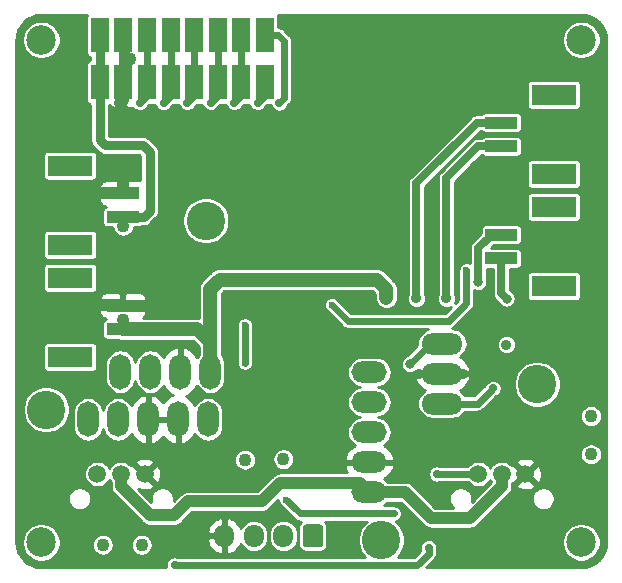
<source format=gbr>
G04 #@! TF.GenerationSoftware,KiCad,Pcbnew,(5.1.8)-1*
G04 #@! TF.CreationDate,2021-03-01T03:03:40-08:00*
G04 #@! TF.ProjectId,UAS,5541532e-6b69-4636-9164-5f7063625858,1*
G04 #@! TF.SameCoordinates,Original*
G04 #@! TF.FileFunction,Copper,L2,Bot*
G04 #@! TF.FilePolarity,Positive*
%FSLAX46Y46*%
G04 Gerber Fmt 4.6, Leading zero omitted, Abs format (unit mm)*
G04 Created by KiCad (PCBNEW (5.1.8)-1) date 2021-03-01 03:03:40*
%MOMM*%
%LPD*%
G01*
G04 APERTURE LIST*
G04 #@! TA.AperFunction,ComponentPad*
%ADD10C,3.250000*%
G04 #@! TD*
G04 #@! TA.AperFunction,ComponentPad*
%ADD11O,3.000000X1.800000*%
G04 #@! TD*
G04 #@! TA.AperFunction,ComponentPad*
%ADD12C,1.500000*%
G04 #@! TD*
G04 #@! TA.AperFunction,SMDPad,CuDef*
%ADD13O,3.500000X1.800000*%
G04 #@! TD*
G04 #@! TA.AperFunction,ComponentPad*
%ADD14O,1.800000X3.000000*%
G04 #@! TD*
G04 #@! TA.AperFunction,SMDPad,CuDef*
%ADD15R,1.500000X3.000000*%
G04 #@! TD*
G04 #@! TA.AperFunction,ComponentPad*
%ADD16O,1.700000X1.950000*%
G04 #@! TD*
G04 #@! TA.AperFunction,SMDPad,CuDef*
%ADD17R,2.700000X1.000000*%
G04 #@! TD*
G04 #@! TA.AperFunction,SMDPad,CuDef*
%ADD18R,3.800000X1.800000*%
G04 #@! TD*
G04 #@! TA.AperFunction,ViaPad*
%ADD19C,2.500000*%
G04 #@! TD*
G04 #@! TA.AperFunction,ViaPad*
%ADD20C,1.100000*%
G04 #@! TD*
G04 #@! TA.AperFunction,ViaPad*
%ADD21C,0.900000*%
G04 #@! TD*
G04 #@! TA.AperFunction,ViaPad*
%ADD22C,0.800000*%
G04 #@! TD*
G04 #@! TA.AperFunction,ViaPad*
%ADD23C,0.700000*%
G04 #@! TD*
G04 #@! TA.AperFunction,ViaPad*
%ADD24C,0.600000*%
G04 #@! TD*
G04 #@! TA.AperFunction,Conductor*
%ADD25C,0.700000*%
G04 #@! TD*
G04 #@! TA.AperFunction,Conductor*
%ADD26C,0.600000*%
G04 #@! TD*
G04 #@! TA.AperFunction,Conductor*
%ADD27C,0.800000*%
G04 #@! TD*
G04 #@! TA.AperFunction,Conductor*
%ADD28C,1.000000*%
G04 #@! TD*
G04 #@! TA.AperFunction,Conductor*
%ADD29C,1.200000*%
G04 #@! TD*
G04 #@! TA.AperFunction,Conductor*
%ADD30C,0.254000*%
G04 #@! TD*
G04 #@! TA.AperFunction,Conductor*
%ADD31C,0.152400*%
G04 #@! TD*
G04 APERTURE END LIST*
D10*
X148800000Y-118360000D03*
X162000000Y-105160000D03*
D11*
X147780000Y-114290000D03*
X147780000Y-111750000D03*
X147780000Y-109210000D03*
X147780000Y-106670000D03*
X147780000Y-104130000D03*
D12*
X124750000Y-112750000D03*
X126750000Y-112750000D03*
X128750000Y-112750000D03*
X157000000Y-112750000D03*
X159000000Y-112750000D03*
X161000000Y-112750000D03*
D13*
X153960000Y-101710000D03*
X153960000Y-104250000D03*
X153960000Y-106790000D03*
D14*
X134310000Y-104080000D03*
X131770000Y-104080000D03*
X129230000Y-104080000D03*
X126690000Y-104080000D03*
D15*
X124950000Y-79600000D03*
X124950000Y-75600000D03*
X126950000Y-79600000D03*
X126950000Y-75600000D03*
X128950000Y-79600000D03*
X128950000Y-75600000D03*
X130950000Y-79600000D03*
X130950000Y-75600000D03*
X132950000Y-79600000D03*
X132950000Y-75600000D03*
X134950000Y-79600000D03*
X134950000Y-75600000D03*
X136950000Y-79600000D03*
X136950000Y-75600000D03*
X138950000Y-79600000D03*
X138950000Y-75600000D03*
D16*
X135500000Y-118000000D03*
X138000000Y-118000000D03*
X140500000Y-118000000D03*
G04 #@! TA.AperFunction,ComponentPad*
G36*
G01*
X143850000Y-117275000D02*
X143850000Y-118725000D01*
G75*
G02*
X143600000Y-118975000I-250000J0D01*
G01*
X142400000Y-118975000D01*
G75*
G02*
X142150000Y-118725000I0J250000D01*
G01*
X142150000Y-117275000D01*
G75*
G02*
X142400000Y-117025000I250000J0D01*
G01*
X143600000Y-117025000D01*
G75*
G02*
X143850000Y-117275000I0J-250000D01*
G01*
G37*
G04 #@! TD.AperFunction*
D10*
X120430000Y-107300000D03*
X133930000Y-91300000D03*
D14*
X134120000Y-108140000D03*
X131580000Y-108140000D03*
X129040000Y-108140000D03*
X126500000Y-108140000D03*
X123960000Y-108140000D03*
D17*
X126900000Y-91000000D03*
X126900000Y-89000000D03*
D18*
X122450000Y-86650000D03*
X122450000Y-93350000D03*
D17*
X126900000Y-100500000D03*
X126900000Y-98500000D03*
D18*
X122450000Y-96150000D03*
X122450000Y-102850000D03*
D17*
X158950000Y-92500000D03*
X158950000Y-94500000D03*
D18*
X163400000Y-96850000D03*
X163400000Y-90150000D03*
D17*
X158950000Y-83000000D03*
X158950000Y-85000000D03*
D18*
X163400000Y-87350000D03*
X163400000Y-80650000D03*
D19*
X120000000Y-118550000D03*
X120000000Y-76000000D03*
X165725000Y-76000000D03*
X165720000Y-118540000D03*
D20*
X140500000Y-111500000D03*
D21*
X151765000Y-97891600D03*
X154305000Y-97891600D03*
D22*
X157000000Y-96500000D03*
D21*
X159385000Y-101803200D03*
D22*
X159400000Y-97900000D03*
D23*
X134340600Y-81305400D03*
X132359400Y-81330800D03*
X136347200Y-81330800D03*
X138328400Y-81330800D03*
X130352800Y-81330800D03*
X128346200Y-81330800D03*
X140131800Y-81343500D03*
X158250000Y-105500000D03*
D20*
X125210000Y-118760000D03*
D23*
X131300000Y-120457999D03*
X152800000Y-119000000D03*
D20*
X128500000Y-118750000D03*
D23*
X153500000Y-112750000D03*
D21*
X152000000Y-104250000D03*
D20*
X146700000Y-101800000D03*
X146700000Y-97800000D03*
X125200000Y-88980000D03*
X126900000Y-88100000D03*
X128500000Y-98500000D03*
X125300000Y-98480000D03*
X126669800Y-81381600D03*
D22*
X165500000Y-99850000D03*
D20*
X127550000Y-77600000D03*
D21*
X155750000Y-104250000D03*
D22*
X164500000Y-101800000D03*
D20*
X126920000Y-99730000D03*
X126930000Y-91740000D03*
X149225000Y-97815400D03*
D22*
X151206200Y-103460000D03*
D24*
X137250000Y-103350000D03*
X137250000Y-100150000D03*
X144600000Y-98450000D03*
X156000000Y-95500000D03*
D20*
X166550000Y-107850000D03*
X137250000Y-111550000D03*
D24*
X140750000Y-114950000D03*
X149850000Y-116100000D03*
D20*
X166550000Y-111100000D03*
D25*
X156900000Y-83000000D02*
X158950000Y-83000000D01*
X151770000Y-97886600D02*
X151770000Y-88130000D01*
X151770000Y-88130000D02*
X156900000Y-83000000D01*
X151765000Y-97891600D02*
X151770000Y-97886600D01*
X157000000Y-85000000D02*
X158950000Y-85000000D01*
X154305000Y-87695000D02*
X157000000Y-85000000D01*
X154305000Y-97891600D02*
X154305000Y-87695000D01*
X157000000Y-93641398D02*
X157000000Y-96500000D01*
X158141398Y-92500000D02*
X157000000Y-93641398D01*
X158850000Y-92500000D02*
X158141398Y-92500000D01*
X158950000Y-97450000D02*
X159400000Y-97900000D01*
X158950000Y-94500000D02*
X158950000Y-97450000D01*
D26*
X134950000Y-75600000D02*
X134950000Y-79600000D01*
X134950000Y-80696000D02*
X134340600Y-81305400D01*
X134950000Y-79600000D02*
X134950000Y-80696000D01*
X132950000Y-75600000D02*
X132950000Y-79600000D01*
X132950000Y-80740200D02*
X132359400Y-81330800D01*
X132950000Y-79600000D02*
X132950000Y-80740200D01*
X136950000Y-75600000D02*
X136950000Y-79600000D01*
X136950000Y-80728000D02*
X136347200Y-81330800D01*
X136950000Y-79600000D02*
X136950000Y-80728000D01*
X138950000Y-80709200D02*
X138328400Y-81330800D01*
X138950000Y-79600000D02*
X138950000Y-80709200D01*
X130950000Y-75600000D02*
X130950000Y-79600000D01*
X130950000Y-80733600D02*
X130352800Y-81330800D01*
X130950000Y-79600000D02*
X130950000Y-80733600D01*
X128950000Y-75600000D02*
X128950000Y-79600000D01*
X128950000Y-80727000D02*
X128346200Y-81330800D01*
X128950000Y-79600000D02*
X128950000Y-80727000D01*
X140550900Y-76073000D02*
X140550900Y-80924400D01*
X140077900Y-75600000D02*
X140550900Y-76073000D01*
X140550900Y-80924400D02*
X140131800Y-81343500D01*
X138950000Y-75600000D02*
X140077900Y-75600000D01*
X156960000Y-106790000D02*
X158250000Y-105500000D01*
X153960000Y-106790000D02*
X156960000Y-106790000D01*
X131342001Y-120500000D02*
X131300000Y-120457999D01*
X151807989Y-120500000D02*
X131342001Y-120500000D01*
X152800000Y-119507989D02*
X151807989Y-120500000D01*
X152800000Y-119000000D02*
X152800000Y-119507989D01*
X153500000Y-112750000D02*
X157000000Y-112750000D01*
X125320000Y-98500000D02*
X125300000Y-98480000D01*
D27*
X126950000Y-75600000D02*
X126950000Y-79600000D01*
X126950000Y-75600000D02*
X126950000Y-77000000D01*
D28*
X126950000Y-81101400D02*
X126669800Y-81381600D01*
X126900000Y-88100000D02*
X126900000Y-89000000D01*
X126880000Y-88980000D02*
X126900000Y-89000000D01*
X125200000Y-88980000D02*
X126880000Y-88980000D01*
X126880000Y-98480000D02*
X126900000Y-98500000D01*
X125300000Y-98480000D02*
X126880000Y-98480000D01*
X128500000Y-98500000D02*
X126900000Y-98500000D01*
D27*
X126950000Y-77000000D02*
X127550000Y-77600000D01*
D28*
X126950000Y-79600000D02*
X126950000Y-81101400D01*
D26*
X126900000Y-99750000D02*
X126920000Y-99730000D01*
X126900000Y-100500000D02*
X126900000Y-99750000D01*
D29*
X134310000Y-104080000D02*
X134310000Y-99910000D01*
X134310000Y-99910000D02*
X134310000Y-97090000D01*
D28*
X134310000Y-97490000D02*
X134310000Y-97090000D01*
D27*
X124950000Y-75600000D02*
X124950000Y-79600000D01*
D29*
X149225000Y-97104200D02*
X149225000Y-97815400D01*
X148420800Y-96300000D02*
X149225000Y-97104200D01*
X135100000Y-96300000D02*
X148420800Y-96300000D01*
X134310000Y-97090000D02*
X135100000Y-96300000D01*
D28*
X134310000Y-101580000D02*
X134310000Y-104080000D01*
D29*
X133230000Y-100500000D02*
X134310000Y-101580000D01*
X126900000Y-100500000D02*
X133230000Y-100500000D01*
D27*
X124950000Y-84487800D02*
X124950000Y-79600000D01*
X125399800Y-84937600D02*
X124950000Y-84487800D01*
X128625600Y-84937600D02*
X125399800Y-84937600D01*
X129184400Y-85496400D02*
X128625600Y-84937600D01*
X129184400Y-90474800D02*
X129184400Y-85496400D01*
X128659200Y-91000000D02*
X129184400Y-90474800D01*
X126900000Y-91000000D02*
X128659200Y-91000000D01*
D26*
X152956200Y-101710000D02*
X153960000Y-101710000D01*
X151206200Y-103460000D02*
X152956200Y-101710000D01*
D28*
X146990000Y-113500000D02*
X147780000Y-114290000D01*
X140250000Y-113500000D02*
X146990000Y-113500000D01*
X138672999Y-115077001D02*
X140250000Y-113500000D01*
X159000000Y-113810660D02*
X156310660Y-116500000D01*
X159000000Y-112750000D02*
X159000000Y-113810660D01*
X156310660Y-116500000D02*
X153000000Y-116500000D01*
X150790000Y-114290000D02*
X147780000Y-114290000D01*
X153000000Y-116500000D02*
X150790000Y-114290000D01*
X138672999Y-115077001D02*
X132422999Y-115077001D01*
X132422999Y-115077001D02*
X131250000Y-116250000D01*
X126750000Y-113810660D02*
X126750000Y-112750000D01*
X129189340Y-116250000D02*
X126750000Y-113810660D01*
X131250000Y-116250000D02*
X129189340Y-116250000D01*
D26*
X137250000Y-103350000D02*
X137250000Y-100150000D01*
X144600000Y-98450000D02*
X145950000Y-99800000D01*
X145950000Y-99800000D02*
X154500000Y-99800000D01*
X156000000Y-98300000D02*
X156000000Y-95500000D01*
X154500000Y-99800000D02*
X156000000Y-98300000D01*
X140750000Y-114950000D02*
X141550000Y-115750000D01*
X141900000Y-116100000D02*
X149850000Y-116100000D01*
X141550000Y-115750000D02*
X141900000Y-116100000D01*
D30*
X123846299Y-73953492D02*
X123824513Y-74025311D01*
X123817157Y-74100000D01*
X123817157Y-77100000D01*
X123824513Y-77174689D01*
X123846299Y-77246508D01*
X123881678Y-77312696D01*
X123929289Y-77370711D01*
X123987304Y-77418322D01*
X124053492Y-77453701D01*
X124125311Y-77475487D01*
X124169000Y-77479790D01*
X124169001Y-77720210D01*
X124125311Y-77724513D01*
X124053492Y-77746299D01*
X123987304Y-77781678D01*
X123929289Y-77829289D01*
X123881678Y-77887304D01*
X123846299Y-77953492D01*
X123824513Y-78025311D01*
X123817157Y-78100000D01*
X123817157Y-81100000D01*
X123824513Y-81174689D01*
X123846299Y-81246508D01*
X123881678Y-81312696D01*
X123929289Y-81370711D01*
X123987304Y-81418322D01*
X124053492Y-81453701D01*
X124125311Y-81475487D01*
X124169001Y-81479790D01*
X124169000Y-84449443D01*
X124165222Y-84487800D01*
X124169000Y-84526157D01*
X124169000Y-84526159D01*
X124180301Y-84640902D01*
X124224960Y-84788121D01*
X124224961Y-84788122D01*
X124297481Y-84923799D01*
X124311990Y-84941478D01*
X124395078Y-85042722D01*
X124424879Y-85067179D01*
X124820417Y-85462717D01*
X124844878Y-85492522D01*
X124933827Y-85565520D01*
X124963800Y-85590119D01*
X125069297Y-85646508D01*
X125099478Y-85662640D01*
X125246697Y-85707299D01*
X125361440Y-85718600D01*
X125361442Y-85718600D01*
X125399799Y-85722378D01*
X125438156Y-85718600D01*
X128302100Y-85718600D01*
X128403401Y-85819902D01*
X128403401Y-87882960D01*
X128374482Y-87874188D01*
X128250000Y-87861928D01*
X127185750Y-87865000D01*
X127027000Y-88023750D01*
X127027000Y-88873000D01*
X127047000Y-88873000D01*
X127047000Y-89127000D01*
X127027000Y-89127000D01*
X127027000Y-89147000D01*
X126773000Y-89147000D01*
X126773000Y-89127000D01*
X125073750Y-89127000D01*
X124915000Y-89285750D01*
X124911928Y-89500000D01*
X124924188Y-89624482D01*
X124960498Y-89744180D01*
X125019463Y-89854494D01*
X125098815Y-89951185D01*
X125195506Y-90030537D01*
X125305820Y-90089502D01*
X125425518Y-90125812D01*
X125459874Y-90129196D01*
X125403492Y-90146299D01*
X125337304Y-90181678D01*
X125279289Y-90229289D01*
X125231678Y-90287304D01*
X125196299Y-90353492D01*
X125174513Y-90425311D01*
X125167157Y-90500000D01*
X125167157Y-91500000D01*
X125174513Y-91574689D01*
X125196299Y-91646508D01*
X125231678Y-91712696D01*
X125279289Y-91770711D01*
X125337304Y-91818322D01*
X125403492Y-91853701D01*
X125475311Y-91875487D01*
X125550000Y-91882843D01*
X126009174Y-91882843D01*
X126034778Y-92011563D01*
X126104958Y-92180994D01*
X126206845Y-92333478D01*
X126336522Y-92463155D01*
X126489006Y-92565042D01*
X126658437Y-92635222D01*
X126838304Y-92671000D01*
X127021696Y-92671000D01*
X127201563Y-92635222D01*
X127370994Y-92565042D01*
X127523478Y-92463155D01*
X127653155Y-92333478D01*
X127755042Y-92180994D01*
X127825222Y-92011563D01*
X127850826Y-91882843D01*
X128250000Y-91882843D01*
X128324689Y-91875487D01*
X128396508Y-91853701D01*
X128462696Y-91818322D01*
X128508174Y-91781000D01*
X128620843Y-91781000D01*
X128659200Y-91784778D01*
X128697557Y-91781000D01*
X128697560Y-91781000D01*
X128812303Y-91769699D01*
X128959522Y-91725040D01*
X129095199Y-91652519D01*
X129214122Y-91554922D01*
X129238578Y-91525122D01*
X129661274Y-91102426D01*
X131924000Y-91102426D01*
X131924000Y-91497574D01*
X132001090Y-91885129D01*
X132152306Y-92250197D01*
X132371838Y-92578750D01*
X132651250Y-92858162D01*
X132979803Y-93077694D01*
X133344871Y-93228910D01*
X133732426Y-93306000D01*
X134127574Y-93306000D01*
X134515129Y-93228910D01*
X134880197Y-93077694D01*
X135208750Y-92858162D01*
X135488162Y-92578750D01*
X135707694Y-92250197D01*
X135858910Y-91885129D01*
X135936000Y-91497574D01*
X135936000Y-91102426D01*
X135858910Y-90714871D01*
X135707694Y-90349803D01*
X135488162Y-90021250D01*
X135208750Y-89741838D01*
X134880197Y-89522306D01*
X134515129Y-89371090D01*
X134127574Y-89294000D01*
X133732426Y-89294000D01*
X133344871Y-89371090D01*
X132979803Y-89522306D01*
X132651250Y-89741838D01*
X132371838Y-90021250D01*
X132152306Y-90349803D01*
X132001090Y-90714871D01*
X131924000Y-91102426D01*
X129661274Y-91102426D01*
X129709528Y-91054173D01*
X129739322Y-91029722D01*
X129763775Y-90999926D01*
X129836919Y-90910800D01*
X129891332Y-90809000D01*
X129909440Y-90775122D01*
X129954099Y-90627903D01*
X129965400Y-90513160D01*
X129965400Y-90513157D01*
X129969178Y-90474800D01*
X129965400Y-90436443D01*
X129965400Y-85534757D01*
X129969178Y-85496400D01*
X129965400Y-85458040D01*
X129954099Y-85343297D01*
X129909440Y-85196078D01*
X129836919Y-85060401D01*
X129797957Y-85012925D01*
X129763775Y-84971274D01*
X129763774Y-84971273D01*
X129739322Y-84941478D01*
X129709527Y-84917026D01*
X129204978Y-84412478D01*
X129180522Y-84382678D01*
X129061599Y-84285081D01*
X128925922Y-84212560D01*
X128778703Y-84167901D01*
X128663960Y-84156600D01*
X128663957Y-84156600D01*
X128625600Y-84152822D01*
X128587243Y-84156600D01*
X125731000Y-84156600D01*
X125731000Y-81529477D01*
X125748815Y-81551185D01*
X125845506Y-81630537D01*
X125955820Y-81689502D01*
X126075518Y-81725812D01*
X126200000Y-81738072D01*
X126664250Y-81735000D01*
X126823000Y-81576250D01*
X126823000Y-79727000D01*
X126803000Y-79727000D01*
X126803000Y-79473000D01*
X126823000Y-79473000D01*
X126823000Y-77623750D01*
X126799250Y-77600000D01*
X126823000Y-77576250D01*
X126823000Y-75727000D01*
X126803000Y-75727000D01*
X126803000Y-75473000D01*
X126823000Y-75473000D01*
X126823000Y-75453000D01*
X127077000Y-75453000D01*
X127077000Y-75473000D01*
X127097000Y-75473000D01*
X127097000Y-75727000D01*
X127077000Y-75727000D01*
X127077000Y-77576250D01*
X127100750Y-77600000D01*
X127077000Y-77623750D01*
X127077000Y-79473000D01*
X127097000Y-79473000D01*
X127097000Y-79727000D01*
X127077000Y-79727000D01*
X127077000Y-81576250D01*
X127235750Y-81735000D01*
X127700000Y-81738072D01*
X127736746Y-81734453D01*
X127778395Y-81796785D01*
X127880215Y-81898605D01*
X127999942Y-81978604D01*
X128132975Y-82033708D01*
X128274203Y-82061800D01*
X128418197Y-82061800D01*
X128559425Y-82033708D01*
X128692458Y-81978604D01*
X128812185Y-81898605D01*
X128914005Y-81796785D01*
X128994004Y-81677058D01*
X129015913Y-81624166D01*
X129157236Y-81482843D01*
X129637722Y-81482843D01*
X129649892Y-81544025D01*
X129704996Y-81677058D01*
X129784995Y-81796785D01*
X129886815Y-81898605D01*
X130006542Y-81978604D01*
X130139575Y-82033708D01*
X130280803Y-82061800D01*
X130424797Y-82061800D01*
X130566025Y-82033708D01*
X130699058Y-81978604D01*
X130818785Y-81898605D01*
X130920605Y-81796785D01*
X131000604Y-81677058D01*
X131022512Y-81624166D01*
X131163836Y-81482843D01*
X131644322Y-81482843D01*
X131656492Y-81544025D01*
X131711596Y-81677058D01*
X131791595Y-81796785D01*
X131893415Y-81898605D01*
X132013142Y-81978604D01*
X132146175Y-82033708D01*
X132287403Y-82061800D01*
X132431397Y-82061800D01*
X132572625Y-82033708D01*
X132705658Y-81978604D01*
X132825385Y-81898605D01*
X132927205Y-81796785D01*
X133007204Y-81677058D01*
X133029113Y-81624166D01*
X133170436Y-81482843D01*
X133630575Y-81482843D01*
X133637692Y-81518625D01*
X133692796Y-81651658D01*
X133772795Y-81771385D01*
X133874615Y-81873205D01*
X133994342Y-81953204D01*
X134127375Y-82008308D01*
X134268603Y-82036400D01*
X134412597Y-82036400D01*
X134553825Y-82008308D01*
X134686858Y-81953204D01*
X134806585Y-81873205D01*
X134908405Y-81771385D01*
X134988404Y-81651658D01*
X135010313Y-81598766D01*
X135126235Y-81482843D01*
X135632122Y-81482843D01*
X135644292Y-81544025D01*
X135699396Y-81677058D01*
X135779395Y-81796785D01*
X135881215Y-81898605D01*
X136000942Y-81978604D01*
X136133975Y-82033708D01*
X136275203Y-82061800D01*
X136419197Y-82061800D01*
X136560425Y-82033708D01*
X136693458Y-81978604D01*
X136813185Y-81898605D01*
X136915005Y-81796785D01*
X136995004Y-81677058D01*
X137016913Y-81624166D01*
X137158236Y-81482843D01*
X137613322Y-81482843D01*
X137625492Y-81544025D01*
X137680596Y-81677058D01*
X137760595Y-81796785D01*
X137862415Y-81898605D01*
X137982142Y-81978604D01*
X138115175Y-82033708D01*
X138256403Y-82061800D01*
X138400397Y-82061800D01*
X138541625Y-82033708D01*
X138674658Y-81978604D01*
X138794385Y-81898605D01*
X138896205Y-81796785D01*
X138976204Y-81677058D01*
X138998113Y-81624166D01*
X139139436Y-81482843D01*
X139414196Y-81482843D01*
X139428892Y-81556725D01*
X139483996Y-81689758D01*
X139563995Y-81809485D01*
X139665815Y-81911305D01*
X139785542Y-81991304D01*
X139918575Y-82046408D01*
X140059803Y-82074500D01*
X140203797Y-82074500D01*
X140345025Y-82046408D01*
X140478058Y-81991304D01*
X140597785Y-81911305D01*
X140699605Y-81809485D01*
X140779604Y-81689758D01*
X140801513Y-81636865D01*
X141008774Y-81429604D01*
X141034770Y-81408270D01*
X141119870Y-81304574D01*
X141183106Y-81186268D01*
X141222046Y-81057899D01*
X141231900Y-80957853D01*
X141235195Y-80924400D01*
X141231900Y-80890947D01*
X141231900Y-79750000D01*
X161117157Y-79750000D01*
X161117157Y-81550000D01*
X161124513Y-81624689D01*
X161146299Y-81696508D01*
X161181678Y-81762696D01*
X161229289Y-81820711D01*
X161287304Y-81868322D01*
X161353492Y-81903701D01*
X161425311Y-81925487D01*
X161500000Y-81932843D01*
X165300000Y-81932843D01*
X165374689Y-81925487D01*
X165446508Y-81903701D01*
X165512696Y-81868322D01*
X165570711Y-81820711D01*
X165618322Y-81762696D01*
X165653701Y-81696508D01*
X165675487Y-81624689D01*
X165682843Y-81550000D01*
X165682843Y-79750000D01*
X165675487Y-79675311D01*
X165653701Y-79603492D01*
X165618322Y-79537304D01*
X165570711Y-79479289D01*
X165512696Y-79431678D01*
X165446508Y-79396299D01*
X165374689Y-79374513D01*
X165300000Y-79367157D01*
X161500000Y-79367157D01*
X161425311Y-79374513D01*
X161353492Y-79396299D01*
X161287304Y-79431678D01*
X161229289Y-79479289D01*
X161181678Y-79537304D01*
X161146299Y-79603492D01*
X161124513Y-79675311D01*
X161117157Y-79750000D01*
X141231900Y-79750000D01*
X141231900Y-76106452D01*
X141235195Y-76072999D01*
X141222046Y-75939501D01*
X141206605Y-75888600D01*
X141191669Y-75839360D01*
X164094000Y-75839360D01*
X164094000Y-76160640D01*
X164156678Y-76475745D01*
X164279626Y-76772568D01*
X164458119Y-77039702D01*
X164685298Y-77266881D01*
X164952432Y-77445374D01*
X165249255Y-77568322D01*
X165564360Y-77631000D01*
X165885640Y-77631000D01*
X166200745Y-77568322D01*
X166497568Y-77445374D01*
X166764702Y-77266881D01*
X166991881Y-77039702D01*
X167170374Y-76772568D01*
X167293322Y-76475745D01*
X167356000Y-76160640D01*
X167356000Y-75839360D01*
X167293322Y-75524255D01*
X167170374Y-75227432D01*
X166991881Y-74960298D01*
X166764702Y-74733119D01*
X166497568Y-74554626D01*
X166200745Y-74431678D01*
X165885640Y-74369000D01*
X165564360Y-74369000D01*
X165249255Y-74431678D01*
X164952432Y-74554626D01*
X164685298Y-74733119D01*
X164458119Y-74960298D01*
X164279626Y-75227432D01*
X164156678Y-75524255D01*
X164094000Y-75839360D01*
X141191669Y-75839360D01*
X141183106Y-75811132D01*
X141119870Y-75692826D01*
X141034769Y-75589130D01*
X141008783Y-75567804D01*
X140583104Y-75142126D01*
X140561770Y-75116130D01*
X140458074Y-75031030D01*
X140339768Y-74967794D01*
X140211399Y-74928854D01*
X140111353Y-74919000D01*
X140082843Y-74916192D01*
X140082843Y-74100000D01*
X140075487Y-74025311D01*
X140053701Y-73953492D01*
X140020298Y-73891000D01*
X165698921Y-73891000D01*
X166129238Y-73933193D01*
X166522893Y-74052044D01*
X166885957Y-74245089D01*
X167204615Y-74504979D01*
X167466728Y-74821820D01*
X167662303Y-75183528D01*
X167783899Y-75576343D01*
X167829001Y-76005456D01*
X167829000Y-118523920D01*
X167786807Y-118954236D01*
X167667957Y-119347888D01*
X167474911Y-119710956D01*
X167215018Y-120029616D01*
X166898183Y-120291725D01*
X166536472Y-120487302D01*
X166143658Y-120608898D01*
X165714554Y-120653999D01*
X152617069Y-120653999D01*
X153257884Y-120013185D01*
X153283870Y-119991859D01*
X153368970Y-119888163D01*
X153432206Y-119769857D01*
X153471146Y-119641488D01*
X153481000Y-119541442D01*
X153481000Y-119541441D01*
X153484295Y-119507990D01*
X153481000Y-119474539D01*
X153481000Y-119266116D01*
X153502908Y-119213225D01*
X153531000Y-119071997D01*
X153531000Y-118928003D01*
X153502908Y-118786775D01*
X153447804Y-118653742D01*
X153367805Y-118534015D01*
X153265985Y-118432195D01*
X153186912Y-118379360D01*
X164089000Y-118379360D01*
X164089000Y-118700640D01*
X164151678Y-119015745D01*
X164274626Y-119312568D01*
X164453119Y-119579702D01*
X164680298Y-119806881D01*
X164947432Y-119985374D01*
X165244255Y-120108322D01*
X165559360Y-120171000D01*
X165880640Y-120171000D01*
X166195745Y-120108322D01*
X166492568Y-119985374D01*
X166759702Y-119806881D01*
X166986881Y-119579702D01*
X167165374Y-119312568D01*
X167288322Y-119015745D01*
X167351000Y-118700640D01*
X167351000Y-118379360D01*
X167288322Y-118064255D01*
X167165374Y-117767432D01*
X166986881Y-117500298D01*
X166759702Y-117273119D01*
X166492568Y-117094626D01*
X166195745Y-116971678D01*
X165880640Y-116909000D01*
X165559360Y-116909000D01*
X165244255Y-116971678D01*
X164947432Y-117094626D01*
X164680298Y-117273119D01*
X164453119Y-117500298D01*
X164274626Y-117767432D01*
X164151678Y-118064255D01*
X164089000Y-118379360D01*
X153186912Y-118379360D01*
X153146258Y-118352196D01*
X153013225Y-118297092D01*
X152871997Y-118269000D01*
X152728003Y-118269000D01*
X152586775Y-118297092D01*
X152453742Y-118352196D01*
X152334015Y-118432195D01*
X152232195Y-118534015D01*
X152152196Y-118653742D01*
X152097092Y-118786775D01*
X152069000Y-118928003D01*
X152069000Y-119071997D01*
X152097092Y-119213225D01*
X152107224Y-119237686D01*
X151525911Y-119819000D01*
X150177912Y-119819000D01*
X150358162Y-119638750D01*
X150577694Y-119310197D01*
X150728910Y-118945129D01*
X150806000Y-118557574D01*
X150806000Y-118162426D01*
X150728910Y-117774871D01*
X150577694Y-117409803D01*
X150358162Y-117081250D01*
X150078750Y-116801838D01*
X150017628Y-116760998D01*
X150048640Y-116754829D01*
X150079696Y-116741965D01*
X150111868Y-116732206D01*
X150141517Y-116716358D01*
X150172574Y-116703494D01*
X150200525Y-116684817D01*
X150230174Y-116668970D01*
X150256162Y-116647643D01*
X150284112Y-116628967D01*
X150307879Y-116605200D01*
X150333870Y-116583870D01*
X150355200Y-116557879D01*
X150378967Y-116534112D01*
X150397643Y-116506162D01*
X150418970Y-116480174D01*
X150434817Y-116450525D01*
X150453494Y-116422574D01*
X150466358Y-116391517D01*
X150482206Y-116361868D01*
X150491965Y-116329696D01*
X150504829Y-116298640D01*
X150511388Y-116265668D01*
X150521146Y-116233499D01*
X150524441Y-116200047D01*
X150531000Y-116167073D01*
X150531000Y-116133453D01*
X150534295Y-116100000D01*
X150531000Y-116066547D01*
X150531000Y-116032927D01*
X150524441Y-115999953D01*
X150521146Y-115966501D01*
X150511388Y-115934332D01*
X150504829Y-115901360D01*
X150491965Y-115870304D01*
X150482206Y-115838132D01*
X150466358Y-115808483D01*
X150453494Y-115777426D01*
X150434817Y-115749475D01*
X150418970Y-115719826D01*
X150397643Y-115693838D01*
X150378967Y-115665888D01*
X150355200Y-115642121D01*
X150333870Y-115616130D01*
X150307879Y-115594800D01*
X150284112Y-115571033D01*
X150256162Y-115552357D01*
X150230174Y-115531030D01*
X150200525Y-115515183D01*
X150172574Y-115496506D01*
X150141517Y-115483642D01*
X150111868Y-115467794D01*
X150079696Y-115458035D01*
X150048640Y-115445171D01*
X150015668Y-115438612D01*
X149983499Y-115428854D01*
X149950047Y-115425559D01*
X149917073Y-115419000D01*
X148985245Y-115419000D01*
X149095129Y-115360266D01*
X149290186Y-115200186D01*
X149314138Y-115171000D01*
X150425079Y-115171000D01*
X152346439Y-117092361D01*
X152374025Y-117125975D01*
X152407637Y-117153559D01*
X152508174Y-117236068D01*
X152596201Y-117283119D01*
X152661225Y-117317875D01*
X152827294Y-117368252D01*
X152956727Y-117381000D01*
X152956730Y-117381000D01*
X153000000Y-117385262D01*
X153043270Y-117381000D01*
X156267390Y-117381000D01*
X156310660Y-117385262D01*
X156353930Y-117381000D01*
X156353933Y-117381000D01*
X156483366Y-117368252D01*
X156649435Y-117317875D01*
X156802485Y-117236068D01*
X156936635Y-117125975D01*
X156964226Y-117092355D01*
X159303201Y-114753380D01*
X161519000Y-114753380D01*
X161519000Y-114946620D01*
X161556699Y-115136147D01*
X161630649Y-115314678D01*
X161738007Y-115475351D01*
X161874649Y-115611993D01*
X162035322Y-115719351D01*
X162213853Y-115793301D01*
X162403380Y-115831000D01*
X162596620Y-115831000D01*
X162786147Y-115793301D01*
X162964678Y-115719351D01*
X163125351Y-115611993D01*
X163261993Y-115475351D01*
X163369351Y-115314678D01*
X163443301Y-115136147D01*
X163481000Y-114946620D01*
X163481000Y-114753380D01*
X163443301Y-114563853D01*
X163369351Y-114385322D01*
X163261993Y-114224649D01*
X163125351Y-114088007D01*
X162964678Y-113980649D01*
X162786147Y-113906699D01*
X162596620Y-113869000D01*
X162403380Y-113869000D01*
X162213853Y-113906699D01*
X162035322Y-113980649D01*
X161874649Y-114088007D01*
X161738007Y-114224649D01*
X161630649Y-114385322D01*
X161556699Y-114563853D01*
X161519000Y-114753380D01*
X159303201Y-114753380D01*
X159592361Y-114464221D01*
X159625975Y-114436635D01*
X159682095Y-114368252D01*
X159736068Y-114302486D01*
X159786171Y-114208749D01*
X159817875Y-114149435D01*
X159868252Y-113983366D01*
X159881000Y-113853933D01*
X159881000Y-113853931D01*
X159885262Y-113810661D01*
X159881000Y-113767391D01*
X159881000Y-113706993D01*
X160222612Y-113706993D01*
X160288137Y-113945860D01*
X160535116Y-114061760D01*
X160799960Y-114127250D01*
X161072492Y-114139812D01*
X161342238Y-114098965D01*
X161598832Y-114006277D01*
X161711863Y-113945860D01*
X161777388Y-113706993D01*
X161000000Y-112929605D01*
X160222612Y-113706993D01*
X159881000Y-113706993D01*
X159881000Y-113482947D01*
X160043007Y-113527388D01*
X160820395Y-112750000D01*
X161179605Y-112750000D01*
X161956993Y-113527388D01*
X162195860Y-113461863D01*
X162311760Y-113214884D01*
X162377250Y-112950040D01*
X162389812Y-112677508D01*
X162348965Y-112407762D01*
X162256277Y-112151168D01*
X162195860Y-112038137D01*
X161956993Y-111972612D01*
X161179605Y-112750000D01*
X160820395Y-112750000D01*
X160043007Y-111972612D01*
X159869643Y-112020168D01*
X159720970Y-111871495D01*
X159603505Y-111793007D01*
X160222612Y-111793007D01*
X161000000Y-112570395D01*
X161777388Y-111793007D01*
X161711863Y-111554140D01*
X161464884Y-111438240D01*
X161200040Y-111372750D01*
X160927508Y-111360188D01*
X160657762Y-111401035D01*
X160401168Y-111493723D01*
X160288137Y-111554140D01*
X160222612Y-111793007D01*
X159603505Y-111793007D01*
X159535729Y-111747721D01*
X159329900Y-111662464D01*
X159111394Y-111619000D01*
X158888606Y-111619000D01*
X158670100Y-111662464D01*
X158464271Y-111747721D01*
X158279030Y-111871495D01*
X158121495Y-112029030D01*
X158000000Y-112210860D01*
X157878505Y-112029030D01*
X157720970Y-111871495D01*
X157535729Y-111747721D01*
X157329900Y-111662464D01*
X157111394Y-111619000D01*
X156888606Y-111619000D01*
X156670100Y-111662464D01*
X156464271Y-111747721D01*
X156279030Y-111871495D01*
X156121495Y-112029030D01*
X156094788Y-112069000D01*
X153766116Y-112069000D01*
X153713225Y-112047092D01*
X153571997Y-112019000D01*
X153428003Y-112019000D01*
X153286775Y-112047092D01*
X153153742Y-112102196D01*
X153034015Y-112182195D01*
X152932195Y-112284015D01*
X152852196Y-112403742D01*
X152797092Y-112536775D01*
X152769000Y-112678003D01*
X152769000Y-112821997D01*
X152797092Y-112963225D01*
X152852196Y-113096258D01*
X152932195Y-113215985D01*
X153034015Y-113317805D01*
X153153742Y-113397804D01*
X153286775Y-113452908D01*
X153428003Y-113481000D01*
X153571997Y-113481000D01*
X153713225Y-113452908D01*
X153766116Y-113431000D01*
X156094788Y-113431000D01*
X156121495Y-113470970D01*
X156279030Y-113628505D01*
X156464271Y-113752279D01*
X156670100Y-113837536D01*
X156888606Y-113881000D01*
X157111394Y-113881000D01*
X157329900Y-113837536D01*
X157535729Y-113752279D01*
X157720970Y-113628505D01*
X157878505Y-113470970D01*
X158000000Y-113289140D01*
X158110389Y-113454349D01*
X156446953Y-115117785D01*
X156481000Y-114946620D01*
X156481000Y-114753380D01*
X156443301Y-114563853D01*
X156369351Y-114385322D01*
X156261993Y-114224649D01*
X156125351Y-114088007D01*
X155964678Y-113980649D01*
X155786147Y-113906699D01*
X155596620Y-113869000D01*
X155403380Y-113869000D01*
X155213853Y-113906699D01*
X155035322Y-113980649D01*
X154874649Y-114088007D01*
X154738007Y-114224649D01*
X154630649Y-114385322D01*
X154556699Y-114563853D01*
X154519000Y-114753380D01*
X154519000Y-114946620D01*
X154556699Y-115136147D01*
X154630649Y-115314678D01*
X154738007Y-115475351D01*
X154874649Y-115611993D01*
X154885136Y-115619000D01*
X153364922Y-115619000D01*
X151443566Y-113697645D01*
X151415975Y-113664025D01*
X151281825Y-113553932D01*
X151128775Y-113472125D01*
X150962706Y-113421748D01*
X150833273Y-113409000D01*
X150833270Y-113409000D01*
X150790000Y-113404738D01*
X150746730Y-113409000D01*
X149314138Y-113409000D01*
X149290186Y-113379814D01*
X149095129Y-113219734D01*
X148983054Y-113159829D01*
X149084751Y-113119554D01*
X149338396Y-112955748D01*
X149555210Y-112745606D01*
X149726862Y-112497204D01*
X149846755Y-112220087D01*
X149871036Y-112114740D01*
X149750378Y-111877000D01*
X147907000Y-111877000D01*
X147907000Y-111897000D01*
X147653000Y-111897000D01*
X147653000Y-111877000D01*
X145809622Y-111877000D01*
X145688964Y-112114740D01*
X145713245Y-112220087D01*
X145833138Y-112497204D01*
X145917302Y-112619000D01*
X140293269Y-112619000D01*
X140249999Y-112614738D01*
X140206729Y-112619000D01*
X140206727Y-112619000D01*
X140077294Y-112631748D01*
X139911225Y-112682125D01*
X139865198Y-112706727D01*
X139758174Y-112763932D01*
X139690022Y-112819863D01*
X139624025Y-112874025D01*
X139596439Y-112907639D01*
X138308078Y-114196001D01*
X132466268Y-114196001D01*
X132422998Y-114191739D01*
X132379728Y-114196001D01*
X132379726Y-114196001D01*
X132250293Y-114208749D01*
X132084224Y-114259126D01*
X131984485Y-114312438D01*
X131931173Y-114340933D01*
X131882314Y-114381031D01*
X131797024Y-114451026D01*
X131769439Y-114484639D01*
X131212015Y-115042063D01*
X131231000Y-114946620D01*
X131231000Y-114753380D01*
X131193301Y-114563853D01*
X131119351Y-114385322D01*
X131011993Y-114224649D01*
X130875351Y-114088007D01*
X130714678Y-113980649D01*
X130536147Y-113906699D01*
X130346620Y-113869000D01*
X130153380Y-113869000D01*
X129963853Y-113906699D01*
X129785322Y-113980649D01*
X129624649Y-114088007D01*
X129488007Y-114224649D01*
X129380649Y-114385322D01*
X129306699Y-114563853D01*
X129269000Y-114753380D01*
X129269000Y-114946620D01*
X129303047Y-115117785D01*
X128213338Y-114028077D01*
X128285116Y-114061760D01*
X128549960Y-114127250D01*
X128822492Y-114139812D01*
X129092238Y-114098965D01*
X129348832Y-114006277D01*
X129461863Y-113945860D01*
X129527388Y-113706993D01*
X128750000Y-112929605D01*
X128735858Y-112943748D01*
X128556253Y-112764143D01*
X128570395Y-112750000D01*
X128929605Y-112750000D01*
X129706993Y-113527388D01*
X129945860Y-113461863D01*
X130061760Y-113214884D01*
X130127250Y-112950040D01*
X130139812Y-112677508D01*
X130098965Y-112407762D01*
X130006277Y-112151168D01*
X129945860Y-112038137D01*
X129706993Y-111972612D01*
X128929605Y-112750000D01*
X128570395Y-112750000D01*
X127793007Y-111972612D01*
X127619643Y-112020168D01*
X127470970Y-111871495D01*
X127353505Y-111793007D01*
X127972612Y-111793007D01*
X128750000Y-112570395D01*
X129527388Y-111793007D01*
X129461863Y-111554140D01*
X129257640Y-111458304D01*
X136319000Y-111458304D01*
X136319000Y-111641696D01*
X136354778Y-111821563D01*
X136424958Y-111990994D01*
X136526845Y-112143478D01*
X136656522Y-112273155D01*
X136809006Y-112375042D01*
X136978437Y-112445222D01*
X137158304Y-112481000D01*
X137341696Y-112481000D01*
X137521563Y-112445222D01*
X137690994Y-112375042D01*
X137843478Y-112273155D01*
X137973155Y-112143478D01*
X138075042Y-111990994D01*
X138145222Y-111821563D01*
X138181000Y-111641696D01*
X138181000Y-111458304D01*
X138171055Y-111408304D01*
X139569000Y-111408304D01*
X139569000Y-111591696D01*
X139604778Y-111771563D01*
X139674958Y-111940994D01*
X139776845Y-112093478D01*
X139906522Y-112223155D01*
X140059006Y-112325042D01*
X140228437Y-112395222D01*
X140408304Y-112431000D01*
X140591696Y-112431000D01*
X140771563Y-112395222D01*
X140940994Y-112325042D01*
X141093478Y-112223155D01*
X141223155Y-112093478D01*
X141325042Y-111940994D01*
X141395222Y-111771563D01*
X141431000Y-111591696D01*
X141431000Y-111408304D01*
X141426417Y-111385260D01*
X145688964Y-111385260D01*
X145809622Y-111623000D01*
X147653000Y-111623000D01*
X147653000Y-111603000D01*
X147907000Y-111603000D01*
X147907000Y-111623000D01*
X149750378Y-111623000D01*
X149871036Y-111385260D01*
X149846755Y-111279913D01*
X149729246Y-111008304D01*
X165619000Y-111008304D01*
X165619000Y-111191696D01*
X165654778Y-111371563D01*
X165724958Y-111540994D01*
X165826845Y-111693478D01*
X165956522Y-111823155D01*
X166109006Y-111925042D01*
X166278437Y-111995222D01*
X166458304Y-112031000D01*
X166641696Y-112031000D01*
X166821563Y-111995222D01*
X166990994Y-111925042D01*
X167143478Y-111823155D01*
X167273155Y-111693478D01*
X167375042Y-111540994D01*
X167445222Y-111371563D01*
X167481000Y-111191696D01*
X167481000Y-111008304D01*
X167445222Y-110828437D01*
X167375042Y-110659006D01*
X167273155Y-110506522D01*
X167143478Y-110376845D01*
X166990994Y-110274958D01*
X166821563Y-110204778D01*
X166641696Y-110169000D01*
X166458304Y-110169000D01*
X166278437Y-110204778D01*
X166109006Y-110274958D01*
X165956522Y-110376845D01*
X165826845Y-110506522D01*
X165724958Y-110659006D01*
X165654778Y-110828437D01*
X165619000Y-111008304D01*
X149729246Y-111008304D01*
X149726862Y-111002796D01*
X149555210Y-110754394D01*
X149338396Y-110544252D01*
X149084751Y-110380446D01*
X148983054Y-110340171D01*
X149095129Y-110280266D01*
X149290186Y-110120186D01*
X149450266Y-109925129D01*
X149569216Y-109702589D01*
X149642465Y-109461120D01*
X149667198Y-109210000D01*
X149642465Y-108958880D01*
X149569216Y-108717411D01*
X149450266Y-108494871D01*
X149290186Y-108299814D01*
X149095129Y-108139734D01*
X148872589Y-108020784D01*
X148631120Y-107947535D01*
X148554615Y-107940000D01*
X148631120Y-107932465D01*
X148872589Y-107859216D01*
X149095129Y-107740266D01*
X149290186Y-107580186D01*
X149450266Y-107385129D01*
X149569216Y-107162589D01*
X149642465Y-106921120D01*
X149667198Y-106670000D01*
X149642465Y-106418880D01*
X149569216Y-106177411D01*
X149450266Y-105954871D01*
X149290186Y-105759814D01*
X149095129Y-105599734D01*
X148872589Y-105480784D01*
X148631120Y-105407535D01*
X148554615Y-105400000D01*
X148631120Y-105392465D01*
X148872589Y-105319216D01*
X149095129Y-105200266D01*
X149290186Y-105040186D01*
X149450266Y-104845129D01*
X149569216Y-104622589D01*
X149571596Y-104614740D01*
X151618964Y-104614740D01*
X151643245Y-104720087D01*
X151763138Y-104997204D01*
X151934790Y-105245606D01*
X152151604Y-105455748D01*
X152405249Y-105619554D01*
X152506946Y-105659829D01*
X152394871Y-105719734D01*
X152199814Y-105879814D01*
X152039734Y-106074871D01*
X151920784Y-106297411D01*
X151847535Y-106538880D01*
X151822802Y-106790000D01*
X151847535Y-107041120D01*
X151920784Y-107282589D01*
X152039734Y-107505129D01*
X152199814Y-107700186D01*
X152394871Y-107860266D01*
X152617411Y-107979216D01*
X152858880Y-108052465D01*
X153047070Y-108071000D01*
X154872930Y-108071000D01*
X155061120Y-108052465D01*
X155302589Y-107979216D01*
X155525129Y-107860266D01*
X155649369Y-107758304D01*
X165619000Y-107758304D01*
X165619000Y-107941696D01*
X165654778Y-108121563D01*
X165724958Y-108290994D01*
X165826845Y-108443478D01*
X165956522Y-108573155D01*
X166109006Y-108675042D01*
X166278437Y-108745222D01*
X166458304Y-108781000D01*
X166641696Y-108781000D01*
X166821563Y-108745222D01*
X166990994Y-108675042D01*
X167143478Y-108573155D01*
X167273155Y-108443478D01*
X167375042Y-108290994D01*
X167445222Y-108121563D01*
X167481000Y-107941696D01*
X167481000Y-107758304D01*
X167445222Y-107578437D01*
X167375042Y-107409006D01*
X167273155Y-107256522D01*
X167143478Y-107126845D01*
X166990994Y-107024958D01*
X166821563Y-106954778D01*
X166641696Y-106919000D01*
X166458304Y-106919000D01*
X166278437Y-106954778D01*
X166109006Y-107024958D01*
X165956522Y-107126845D01*
X165826845Y-107256522D01*
X165724958Y-107409006D01*
X165654778Y-107578437D01*
X165619000Y-107758304D01*
X155649369Y-107758304D01*
X155720186Y-107700186D01*
X155880266Y-107505129D01*
X155898508Y-107471000D01*
X156926547Y-107471000D01*
X156960000Y-107474295D01*
X156993453Y-107471000D01*
X157093499Y-107461146D01*
X157221868Y-107422206D01*
X157340174Y-107358970D01*
X157443870Y-107273870D01*
X157465204Y-107247874D01*
X158543368Y-106169712D01*
X158596258Y-106147804D01*
X158715985Y-106067805D01*
X158817805Y-105965985D01*
X158897804Y-105846258D01*
X158952908Y-105713225D01*
X158981000Y-105571997D01*
X158981000Y-105428003D01*
X158952908Y-105286775D01*
X158897804Y-105153742D01*
X158817805Y-105034015D01*
X158746216Y-104962426D01*
X159994000Y-104962426D01*
X159994000Y-105357574D01*
X160071090Y-105745129D01*
X160222306Y-106110197D01*
X160441838Y-106438750D01*
X160721250Y-106718162D01*
X161049803Y-106937694D01*
X161414871Y-107088910D01*
X161802426Y-107166000D01*
X162197574Y-107166000D01*
X162585129Y-107088910D01*
X162950197Y-106937694D01*
X163278750Y-106718162D01*
X163558162Y-106438750D01*
X163777694Y-106110197D01*
X163928910Y-105745129D01*
X164006000Y-105357574D01*
X164006000Y-104962426D01*
X163928910Y-104574871D01*
X163777694Y-104209803D01*
X163558162Y-103881250D01*
X163278750Y-103601838D01*
X162950197Y-103382306D01*
X162585129Y-103231090D01*
X162197574Y-103154000D01*
X161802426Y-103154000D01*
X161414871Y-103231090D01*
X161049803Y-103382306D01*
X160721250Y-103601838D01*
X160441838Y-103881250D01*
X160222306Y-104209803D01*
X160071090Y-104574871D01*
X159994000Y-104962426D01*
X158746216Y-104962426D01*
X158715985Y-104932195D01*
X158596258Y-104852196D01*
X158463225Y-104797092D01*
X158321997Y-104769000D01*
X158178003Y-104769000D01*
X158036775Y-104797092D01*
X157903742Y-104852196D01*
X157784015Y-104932195D01*
X157682195Y-105034015D01*
X157602196Y-105153742D01*
X157580288Y-105206632D01*
X156677922Y-106109000D01*
X155898508Y-106109000D01*
X155880266Y-106074871D01*
X155720186Y-105879814D01*
X155525129Y-105719734D01*
X155413054Y-105659829D01*
X155514751Y-105619554D01*
X155768396Y-105455748D01*
X155985210Y-105245606D01*
X156156862Y-104997204D01*
X156276755Y-104720087D01*
X156301036Y-104614740D01*
X156180378Y-104377000D01*
X154087000Y-104377000D01*
X154087000Y-104397000D01*
X153833000Y-104397000D01*
X153833000Y-104377000D01*
X151739622Y-104377000D01*
X151618964Y-104614740D01*
X149571596Y-104614740D01*
X149642465Y-104381120D01*
X149667198Y-104130000D01*
X149642465Y-103878880D01*
X149569216Y-103637411D01*
X149450266Y-103414871D01*
X149290186Y-103219814D01*
X149095129Y-103059734D01*
X148872589Y-102940784D01*
X148631120Y-102867535D01*
X148442930Y-102849000D01*
X147117070Y-102849000D01*
X146928880Y-102867535D01*
X146687411Y-102940784D01*
X146464871Y-103059734D01*
X146269814Y-103219814D01*
X146109734Y-103414871D01*
X145990784Y-103637411D01*
X145917535Y-103878880D01*
X145892802Y-104130000D01*
X145917535Y-104381120D01*
X145990784Y-104622589D01*
X146109734Y-104845129D01*
X146269814Y-105040186D01*
X146464871Y-105200266D01*
X146687411Y-105319216D01*
X146928880Y-105392465D01*
X147005385Y-105400000D01*
X146928880Y-105407535D01*
X146687411Y-105480784D01*
X146464871Y-105599734D01*
X146269814Y-105759814D01*
X146109734Y-105954871D01*
X145990784Y-106177411D01*
X145917535Y-106418880D01*
X145892802Y-106670000D01*
X145917535Y-106921120D01*
X145990784Y-107162589D01*
X146109734Y-107385129D01*
X146269814Y-107580186D01*
X146464871Y-107740266D01*
X146687411Y-107859216D01*
X146928880Y-107932465D01*
X147005385Y-107940000D01*
X146928880Y-107947535D01*
X146687411Y-108020784D01*
X146464871Y-108139734D01*
X146269814Y-108299814D01*
X146109734Y-108494871D01*
X145990784Y-108717411D01*
X145917535Y-108958880D01*
X145892802Y-109210000D01*
X145917535Y-109461120D01*
X145990784Y-109702589D01*
X146109734Y-109925129D01*
X146269814Y-110120186D01*
X146464871Y-110280266D01*
X146576946Y-110340171D01*
X146475249Y-110380446D01*
X146221604Y-110544252D01*
X146004790Y-110754394D01*
X145833138Y-111002796D01*
X145713245Y-111279913D01*
X145688964Y-111385260D01*
X141426417Y-111385260D01*
X141395222Y-111228437D01*
X141325042Y-111059006D01*
X141223155Y-110906522D01*
X141093478Y-110776845D01*
X140940994Y-110674958D01*
X140771563Y-110604778D01*
X140591696Y-110569000D01*
X140408304Y-110569000D01*
X140228437Y-110604778D01*
X140059006Y-110674958D01*
X139906522Y-110776845D01*
X139776845Y-110906522D01*
X139674958Y-111059006D01*
X139604778Y-111228437D01*
X139569000Y-111408304D01*
X138171055Y-111408304D01*
X138145222Y-111278437D01*
X138075042Y-111109006D01*
X137973155Y-110956522D01*
X137843478Y-110826845D01*
X137690994Y-110724958D01*
X137521563Y-110654778D01*
X137341696Y-110619000D01*
X137158304Y-110619000D01*
X136978437Y-110654778D01*
X136809006Y-110724958D01*
X136656522Y-110826845D01*
X136526845Y-110956522D01*
X136424958Y-111109006D01*
X136354778Y-111278437D01*
X136319000Y-111458304D01*
X129257640Y-111458304D01*
X129214884Y-111438240D01*
X128950040Y-111372750D01*
X128677508Y-111360188D01*
X128407762Y-111401035D01*
X128151168Y-111493723D01*
X128038137Y-111554140D01*
X127972612Y-111793007D01*
X127353505Y-111793007D01*
X127285729Y-111747721D01*
X127079900Y-111662464D01*
X126861394Y-111619000D01*
X126638606Y-111619000D01*
X126420100Y-111662464D01*
X126214271Y-111747721D01*
X126029030Y-111871495D01*
X125871495Y-112029030D01*
X125750000Y-112210860D01*
X125628505Y-112029030D01*
X125470970Y-111871495D01*
X125285729Y-111747721D01*
X125079900Y-111662464D01*
X124861394Y-111619000D01*
X124638606Y-111619000D01*
X124420100Y-111662464D01*
X124214271Y-111747721D01*
X124029030Y-111871495D01*
X123871495Y-112029030D01*
X123747721Y-112214271D01*
X123662464Y-112420100D01*
X123619000Y-112638606D01*
X123619000Y-112861394D01*
X123662464Y-113079900D01*
X123747721Y-113285729D01*
X123871495Y-113470970D01*
X124029030Y-113628505D01*
X124214271Y-113752279D01*
X124420100Y-113837536D01*
X124638606Y-113881000D01*
X124861394Y-113881000D01*
X125079900Y-113837536D01*
X125285729Y-113752279D01*
X125470970Y-113628505D01*
X125628505Y-113470970D01*
X125750000Y-113289140D01*
X125869000Y-113467236D01*
X125869000Y-113767389D01*
X125864738Y-113810660D01*
X125869000Y-113853930D01*
X125869000Y-113853932D01*
X125881748Y-113983365D01*
X125929206Y-114139812D01*
X125932125Y-114149434D01*
X126013932Y-114302485D01*
X126045486Y-114340933D01*
X126124025Y-114436635D01*
X126157645Y-114464226D01*
X128535779Y-116842361D01*
X128563365Y-116875975D01*
X128629362Y-116930137D01*
X128697514Y-116986068D01*
X128850565Y-117067875D01*
X129016634Y-117118252D01*
X129146067Y-117131000D01*
X129146070Y-117131000D01*
X129189340Y-117135262D01*
X129232610Y-117131000D01*
X131206730Y-117131000D01*
X131250000Y-117135262D01*
X131293270Y-117131000D01*
X131293273Y-117131000D01*
X131422706Y-117118252D01*
X131588775Y-117067875D01*
X131741825Y-116986068D01*
X131875975Y-116875975D01*
X131903566Y-116842356D01*
X132787921Y-115958001D01*
X138629729Y-115958001D01*
X138672999Y-115962263D01*
X138716269Y-115958001D01*
X138716272Y-115958001D01*
X138845705Y-115945253D01*
X139011774Y-115894876D01*
X139164824Y-115813069D01*
X139298974Y-115702976D01*
X139326565Y-115669356D01*
X140067866Y-114928055D01*
X140065705Y-114950000D01*
X140069000Y-114983453D01*
X140069000Y-115017073D01*
X140075559Y-115050048D01*
X140078854Y-115083498D01*
X140088611Y-115115663D01*
X140095171Y-115148640D01*
X140108038Y-115179704D01*
X140117795Y-115211868D01*
X140133638Y-115241508D01*
X140146506Y-115272574D01*
X140165190Y-115300536D01*
X140181031Y-115330173D01*
X140202349Y-115356150D01*
X140221033Y-115384112D01*
X140315888Y-115478967D01*
X140315891Y-115478969D01*
X141092115Y-116255194D01*
X141092121Y-116255199D01*
X141394796Y-116557874D01*
X141416130Y-116583870D01*
X141519826Y-116668970D01*
X141638132Y-116732206D01*
X141766501Y-116771146D01*
X141900000Y-116784295D01*
X141933453Y-116781000D01*
X142009187Y-116781000D01*
X141952512Y-116827512D01*
X141873810Y-116923411D01*
X141815329Y-117032821D01*
X141779317Y-117151538D01*
X141767157Y-117275000D01*
X141767157Y-118725000D01*
X141779317Y-118848462D01*
X141815329Y-118967179D01*
X141873810Y-119076589D01*
X141952512Y-119172488D01*
X142048411Y-119251190D01*
X142157821Y-119309671D01*
X142276538Y-119345683D01*
X142400000Y-119357843D01*
X143600000Y-119357843D01*
X143723462Y-119345683D01*
X143842179Y-119309671D01*
X143951589Y-119251190D01*
X144047488Y-119172488D01*
X144126190Y-119076589D01*
X144184671Y-118967179D01*
X144220683Y-118848462D01*
X144232843Y-118725000D01*
X144232843Y-117275000D01*
X144220683Y-117151538D01*
X144184671Y-117032821D01*
X144126190Y-116923411D01*
X144047488Y-116827512D01*
X143990813Y-116781000D01*
X147552436Y-116781000D01*
X147521250Y-116801838D01*
X147241838Y-117081250D01*
X147022306Y-117409803D01*
X146871090Y-117774871D01*
X146794000Y-118162426D01*
X146794000Y-118557574D01*
X146871090Y-118945129D01*
X147022306Y-119310197D01*
X147241838Y-119638750D01*
X147422088Y-119819000D01*
X131659436Y-119819000D01*
X131646258Y-119810195D01*
X131513225Y-119755091D01*
X131371997Y-119726999D01*
X131228003Y-119726999D01*
X131086775Y-119755091D01*
X130953742Y-119810195D01*
X130834015Y-119890194D01*
X130732195Y-119992014D01*
X130652196Y-120111741D01*
X130597092Y-120244774D01*
X130569000Y-120386002D01*
X130569000Y-120529996D01*
X130593666Y-120653999D01*
X120021081Y-120653999D01*
X119590765Y-120611806D01*
X119197113Y-120492956D01*
X118834042Y-120299908D01*
X118515384Y-120040017D01*
X118253275Y-119723183D01*
X118057698Y-119361472D01*
X117936102Y-118968658D01*
X117891001Y-118539554D01*
X117891001Y-118389360D01*
X118369000Y-118389360D01*
X118369000Y-118710640D01*
X118431678Y-119025745D01*
X118554626Y-119322568D01*
X118733119Y-119589702D01*
X118960298Y-119816881D01*
X119227432Y-119995374D01*
X119524255Y-120118322D01*
X119839360Y-120181000D01*
X120160640Y-120181000D01*
X120475745Y-120118322D01*
X120772568Y-119995374D01*
X121039702Y-119816881D01*
X121266881Y-119589702D01*
X121445374Y-119322568D01*
X121568322Y-119025745D01*
X121631000Y-118710640D01*
X121631000Y-118668304D01*
X124279000Y-118668304D01*
X124279000Y-118851696D01*
X124314778Y-119031563D01*
X124384958Y-119200994D01*
X124486845Y-119353478D01*
X124616522Y-119483155D01*
X124769006Y-119585042D01*
X124938437Y-119655222D01*
X125118304Y-119691000D01*
X125301696Y-119691000D01*
X125481563Y-119655222D01*
X125650994Y-119585042D01*
X125803478Y-119483155D01*
X125933155Y-119353478D01*
X126035042Y-119200994D01*
X126105222Y-119031563D01*
X126141000Y-118851696D01*
X126141000Y-118668304D01*
X126139011Y-118658304D01*
X127569000Y-118658304D01*
X127569000Y-118841696D01*
X127604778Y-119021563D01*
X127674958Y-119190994D01*
X127776845Y-119343478D01*
X127906522Y-119473155D01*
X128059006Y-119575042D01*
X128228437Y-119645222D01*
X128408304Y-119681000D01*
X128591696Y-119681000D01*
X128771563Y-119645222D01*
X128940994Y-119575042D01*
X129093478Y-119473155D01*
X129223155Y-119343478D01*
X129325042Y-119190994D01*
X129395222Y-119021563D01*
X129431000Y-118841696D01*
X129431000Y-118658304D01*
X129395222Y-118478437D01*
X129345861Y-118359267D01*
X134033680Y-118359267D01*
X134107558Y-118640830D01*
X134234947Y-118902570D01*
X134410951Y-119134429D01*
X134628807Y-119327496D01*
X134880142Y-119474352D01*
X135143110Y-119566476D01*
X135373000Y-119445155D01*
X135373000Y-118127000D01*
X134173835Y-118127000D01*
X134033680Y-118359267D01*
X129345861Y-118359267D01*
X129325042Y-118309006D01*
X129223155Y-118156522D01*
X129093478Y-118026845D01*
X128940994Y-117924958D01*
X128771563Y-117854778D01*
X128591696Y-117819000D01*
X128408304Y-117819000D01*
X128228437Y-117854778D01*
X128059006Y-117924958D01*
X127906522Y-118026845D01*
X127776845Y-118156522D01*
X127674958Y-118309006D01*
X127604778Y-118478437D01*
X127569000Y-118658304D01*
X126139011Y-118658304D01*
X126105222Y-118488437D01*
X126035042Y-118319006D01*
X125933155Y-118166522D01*
X125803478Y-118036845D01*
X125650994Y-117934958D01*
X125481563Y-117864778D01*
X125301696Y-117829000D01*
X125118304Y-117829000D01*
X124938437Y-117864778D01*
X124769006Y-117934958D01*
X124616522Y-118036845D01*
X124486845Y-118166522D01*
X124384958Y-118319006D01*
X124314778Y-118488437D01*
X124279000Y-118668304D01*
X121631000Y-118668304D01*
X121631000Y-118389360D01*
X121568322Y-118074255D01*
X121445374Y-117777432D01*
X121354035Y-117640733D01*
X134033680Y-117640733D01*
X134173835Y-117873000D01*
X135373000Y-117873000D01*
X135373000Y-116554845D01*
X135627000Y-116554845D01*
X135627000Y-117873000D01*
X135647000Y-117873000D01*
X135647000Y-118127000D01*
X135627000Y-118127000D01*
X135627000Y-119445155D01*
X135856890Y-119566476D01*
X136119858Y-119474352D01*
X136371193Y-119327496D01*
X136589049Y-119134429D01*
X136765053Y-118902570D01*
X136886465Y-118653110D01*
X136971509Y-118812215D01*
X137125340Y-118999660D01*
X137312784Y-119153491D01*
X137526637Y-119267798D01*
X137758682Y-119338188D01*
X138000000Y-119361956D01*
X138241317Y-119338188D01*
X138473362Y-119267798D01*
X138687215Y-119153491D01*
X138874660Y-118999660D01*
X139028491Y-118812216D01*
X139142798Y-118598363D01*
X139213188Y-118366318D01*
X139231000Y-118185472D01*
X139231000Y-117814529D01*
X139231000Y-117814528D01*
X139269000Y-117814528D01*
X139269000Y-118185471D01*
X139286812Y-118366317D01*
X139357202Y-118598362D01*
X139471509Y-118812215D01*
X139625340Y-118999660D01*
X139812784Y-119153491D01*
X140026637Y-119267798D01*
X140258682Y-119338188D01*
X140500000Y-119361956D01*
X140741317Y-119338188D01*
X140973362Y-119267798D01*
X141187215Y-119153491D01*
X141374660Y-118999660D01*
X141528491Y-118812216D01*
X141642798Y-118598363D01*
X141713188Y-118366318D01*
X141731000Y-118185472D01*
X141731000Y-117814529D01*
X141713188Y-117633683D01*
X141642798Y-117401638D01*
X141528491Y-117187785D01*
X141374660Y-117000340D01*
X141187216Y-116846509D01*
X140973363Y-116732202D01*
X140741318Y-116661812D01*
X140500000Y-116638044D01*
X140258683Y-116661812D01*
X140026638Y-116732202D01*
X139812785Y-116846509D01*
X139625341Y-117000340D01*
X139471509Y-117187784D01*
X139357202Y-117401637D01*
X139286812Y-117633682D01*
X139269000Y-117814528D01*
X139231000Y-117814528D01*
X139213188Y-117633683D01*
X139142798Y-117401638D01*
X139028491Y-117187785D01*
X138874660Y-117000340D01*
X138687216Y-116846509D01*
X138473363Y-116732202D01*
X138241318Y-116661812D01*
X138000000Y-116638044D01*
X137758683Y-116661812D01*
X137526638Y-116732202D01*
X137312785Y-116846509D01*
X137125341Y-117000340D01*
X136971509Y-117187784D01*
X136886465Y-117346890D01*
X136765053Y-117097430D01*
X136589049Y-116865571D01*
X136371193Y-116672504D01*
X136119858Y-116525648D01*
X135856890Y-116433524D01*
X135627000Y-116554845D01*
X135373000Y-116554845D01*
X135143110Y-116433524D01*
X134880142Y-116525648D01*
X134628807Y-116672504D01*
X134410951Y-116865571D01*
X134234947Y-117097430D01*
X134107558Y-117359170D01*
X134033680Y-117640733D01*
X121354035Y-117640733D01*
X121266881Y-117510298D01*
X121039702Y-117283119D01*
X120772568Y-117104626D01*
X120475745Y-116981678D01*
X120160640Y-116919000D01*
X119839360Y-116919000D01*
X119524255Y-116981678D01*
X119227432Y-117104626D01*
X118960298Y-117283119D01*
X118733119Y-117510298D01*
X118554626Y-117777432D01*
X118431678Y-118074255D01*
X118369000Y-118389360D01*
X117891001Y-118389360D01*
X117891001Y-114753380D01*
X122269000Y-114753380D01*
X122269000Y-114946620D01*
X122306699Y-115136147D01*
X122380649Y-115314678D01*
X122488007Y-115475351D01*
X122624649Y-115611993D01*
X122785322Y-115719351D01*
X122963853Y-115793301D01*
X123153380Y-115831000D01*
X123346620Y-115831000D01*
X123536147Y-115793301D01*
X123714678Y-115719351D01*
X123875351Y-115611993D01*
X124011993Y-115475351D01*
X124119351Y-115314678D01*
X124193301Y-115136147D01*
X124231000Y-114946620D01*
X124231000Y-114753380D01*
X124193301Y-114563853D01*
X124119351Y-114385322D01*
X124011993Y-114224649D01*
X123875351Y-114088007D01*
X123714678Y-113980649D01*
X123536147Y-113906699D01*
X123346620Y-113869000D01*
X123153380Y-113869000D01*
X122963853Y-113906699D01*
X122785322Y-113980649D01*
X122624649Y-114088007D01*
X122488007Y-114224649D01*
X122380649Y-114385322D01*
X122306699Y-114563853D01*
X122269000Y-114753380D01*
X117891001Y-114753380D01*
X117891001Y-107102426D01*
X118424000Y-107102426D01*
X118424000Y-107497574D01*
X118501090Y-107885129D01*
X118652306Y-108250197D01*
X118871838Y-108578750D01*
X119151250Y-108858162D01*
X119479803Y-109077694D01*
X119844871Y-109228910D01*
X120232426Y-109306000D01*
X120627574Y-109306000D01*
X121015129Y-109228910D01*
X121380197Y-109077694D01*
X121708750Y-108858162D01*
X121988162Y-108578750D01*
X122207694Y-108250197D01*
X122358910Y-107885129D01*
X122436000Y-107497574D01*
X122436000Y-107477071D01*
X122679000Y-107477071D01*
X122679000Y-108802930D01*
X122697535Y-108991120D01*
X122770784Y-109232589D01*
X122889735Y-109455129D01*
X123049815Y-109650186D01*
X123244872Y-109810266D01*
X123467412Y-109929216D01*
X123708881Y-110002465D01*
X123960000Y-110027198D01*
X124211120Y-110002465D01*
X124452589Y-109929216D01*
X124675129Y-109810266D01*
X124870186Y-109650186D01*
X125030266Y-109455129D01*
X125149216Y-109232589D01*
X125222465Y-108991120D01*
X125230000Y-108914615D01*
X125237535Y-108991120D01*
X125310784Y-109232589D01*
X125429735Y-109455129D01*
X125589815Y-109650186D01*
X125784872Y-109810266D01*
X126007412Y-109929216D01*
X126248881Y-110002465D01*
X126500000Y-110027198D01*
X126751120Y-110002465D01*
X126992589Y-109929216D01*
X127215129Y-109810266D01*
X127410186Y-109650186D01*
X127570266Y-109455129D01*
X127630171Y-109343054D01*
X127670446Y-109444751D01*
X127834252Y-109698396D01*
X128044394Y-109915210D01*
X128292796Y-110086862D01*
X128569913Y-110206755D01*
X128675260Y-110231036D01*
X128913000Y-110110378D01*
X128913000Y-108267000D01*
X129167000Y-108267000D01*
X129167000Y-110110378D01*
X129404740Y-110231036D01*
X129510087Y-110206755D01*
X129787204Y-110086862D01*
X130035606Y-109915210D01*
X130245748Y-109698396D01*
X130310000Y-109598905D01*
X130374252Y-109698396D01*
X130584394Y-109915210D01*
X130832796Y-110086862D01*
X131109913Y-110206755D01*
X131215260Y-110231036D01*
X131453000Y-110110378D01*
X131453000Y-108267000D01*
X129167000Y-108267000D01*
X128913000Y-108267000D01*
X128893000Y-108267000D01*
X128893000Y-108013000D01*
X128913000Y-108013000D01*
X128913000Y-106169622D01*
X128675260Y-106048964D01*
X128569913Y-106073245D01*
X128292796Y-106193138D01*
X128044394Y-106364790D01*
X127834252Y-106581604D01*
X127670446Y-106835249D01*
X127630171Y-106936946D01*
X127570266Y-106824871D01*
X127410186Y-106629814D01*
X127215128Y-106469734D01*
X126992588Y-106350784D01*
X126751119Y-106277535D01*
X126500000Y-106252802D01*
X126248880Y-106277535D01*
X126007411Y-106350784D01*
X125784871Y-106469734D01*
X125589814Y-106629814D01*
X125429734Y-106824872D01*
X125310784Y-107047412D01*
X125237535Y-107288881D01*
X125230000Y-107365385D01*
X125222465Y-107288880D01*
X125149216Y-107047411D01*
X125030266Y-106824871D01*
X124870186Y-106629814D01*
X124675128Y-106469734D01*
X124452588Y-106350784D01*
X124211119Y-106277535D01*
X123960000Y-106252802D01*
X123708880Y-106277535D01*
X123467411Y-106350784D01*
X123244871Y-106469734D01*
X123049814Y-106629814D01*
X122889734Y-106824872D01*
X122770784Y-107047412D01*
X122697535Y-107288881D01*
X122679000Y-107477071D01*
X122436000Y-107477071D01*
X122436000Y-107102426D01*
X122358910Y-106714871D01*
X122207694Y-106349803D01*
X121988162Y-106021250D01*
X121708750Y-105741838D01*
X121380197Y-105522306D01*
X121015129Y-105371090D01*
X120627574Y-105294000D01*
X120232426Y-105294000D01*
X119844871Y-105371090D01*
X119479803Y-105522306D01*
X119151250Y-105741838D01*
X118871838Y-106021250D01*
X118652306Y-106349803D01*
X118501090Y-106714871D01*
X118424000Y-107102426D01*
X117891001Y-107102426D01*
X117891001Y-101950000D01*
X120167157Y-101950000D01*
X120167157Y-103750000D01*
X120174513Y-103824689D01*
X120196299Y-103896508D01*
X120231678Y-103962696D01*
X120279289Y-104020711D01*
X120337304Y-104068322D01*
X120403492Y-104103701D01*
X120475311Y-104125487D01*
X120550000Y-104132843D01*
X124350000Y-104132843D01*
X124424689Y-104125487D01*
X124496508Y-104103701D01*
X124562696Y-104068322D01*
X124620711Y-104020711D01*
X124668322Y-103962696D01*
X124703701Y-103896508D01*
X124725487Y-103824689D01*
X124732843Y-103750000D01*
X124732843Y-101950000D01*
X124725487Y-101875311D01*
X124703701Y-101803492D01*
X124668322Y-101737304D01*
X124620711Y-101679289D01*
X124562696Y-101631678D01*
X124496508Y-101596299D01*
X124424689Y-101574513D01*
X124350000Y-101567157D01*
X120550000Y-101567157D01*
X120475311Y-101574513D01*
X120403492Y-101596299D01*
X120337304Y-101631678D01*
X120279289Y-101679289D01*
X120231678Y-101737304D01*
X120196299Y-101803492D01*
X120174513Y-101875311D01*
X120167157Y-101950000D01*
X117891001Y-101950000D01*
X117891001Y-99000000D01*
X124911928Y-99000000D01*
X124924188Y-99124482D01*
X124960498Y-99244180D01*
X125019463Y-99354494D01*
X125098815Y-99451185D01*
X125195506Y-99530537D01*
X125305820Y-99589502D01*
X125425518Y-99625812D01*
X125459874Y-99629196D01*
X125403492Y-99646299D01*
X125337304Y-99681678D01*
X125279289Y-99729289D01*
X125231678Y-99787304D01*
X125196299Y-99853492D01*
X125174513Y-99925311D01*
X125167157Y-100000000D01*
X125167157Y-101000000D01*
X125174513Y-101074689D01*
X125196299Y-101146508D01*
X125231678Y-101212696D01*
X125279289Y-101270711D01*
X125337304Y-101318322D01*
X125403492Y-101353701D01*
X125475311Y-101375487D01*
X125550000Y-101382843D01*
X126470634Y-101382843D01*
X126522771Y-101410711D01*
X126707690Y-101466805D01*
X126851813Y-101481000D01*
X132823657Y-101481000D01*
X133329001Y-101986344D01*
X133329000Y-102656101D01*
X133239734Y-102764872D01*
X133179829Y-102876947D01*
X133139554Y-102775249D01*
X132975748Y-102521604D01*
X132765606Y-102304790D01*
X132517204Y-102133138D01*
X132240087Y-102013245D01*
X132134740Y-101988964D01*
X131897000Y-102109622D01*
X131897000Y-103953000D01*
X131917000Y-103953000D01*
X131917000Y-104207000D01*
X131897000Y-104207000D01*
X131897000Y-104227000D01*
X131643000Y-104227000D01*
X131643000Y-104207000D01*
X131623000Y-104207000D01*
X131623000Y-103953000D01*
X131643000Y-103953000D01*
X131643000Y-102109622D01*
X131405260Y-101988964D01*
X131299913Y-102013245D01*
X131022796Y-102133138D01*
X130774394Y-102304790D01*
X130564252Y-102521604D01*
X130400446Y-102775249D01*
X130360171Y-102876946D01*
X130300266Y-102764871D01*
X130140186Y-102569814D01*
X129945128Y-102409734D01*
X129722588Y-102290784D01*
X129481119Y-102217535D01*
X129230000Y-102192802D01*
X128978880Y-102217535D01*
X128737411Y-102290784D01*
X128514871Y-102409734D01*
X128319814Y-102569814D01*
X128159734Y-102764872D01*
X128040784Y-102987412D01*
X127967535Y-103228881D01*
X127960000Y-103305385D01*
X127952465Y-103228880D01*
X127879216Y-102987411D01*
X127760266Y-102764871D01*
X127600186Y-102569814D01*
X127405128Y-102409734D01*
X127182588Y-102290784D01*
X126941119Y-102217535D01*
X126690000Y-102192802D01*
X126438880Y-102217535D01*
X126197411Y-102290784D01*
X125974871Y-102409734D01*
X125779814Y-102569814D01*
X125619734Y-102764872D01*
X125500784Y-102987412D01*
X125427535Y-103228881D01*
X125409000Y-103417071D01*
X125409000Y-104742930D01*
X125427535Y-104931120D01*
X125500784Y-105172589D01*
X125619735Y-105395129D01*
X125779815Y-105590186D01*
X125974872Y-105750266D01*
X126197412Y-105869216D01*
X126438881Y-105942465D01*
X126690000Y-105967198D01*
X126941120Y-105942465D01*
X127182589Y-105869216D01*
X127405129Y-105750266D01*
X127600186Y-105590186D01*
X127760266Y-105395129D01*
X127879216Y-105172589D01*
X127952465Y-104931120D01*
X127960000Y-104854615D01*
X127967535Y-104931120D01*
X128040784Y-105172589D01*
X128159735Y-105395129D01*
X128319815Y-105590186D01*
X128514872Y-105750266D01*
X128737412Y-105869216D01*
X128978881Y-105942465D01*
X129230000Y-105967198D01*
X129481120Y-105942465D01*
X129722589Y-105869216D01*
X129945129Y-105750266D01*
X130140186Y-105590186D01*
X130300266Y-105395129D01*
X130360171Y-105283054D01*
X130400446Y-105384751D01*
X130564252Y-105638396D01*
X130774394Y-105855210D01*
X131022796Y-106026862D01*
X131123021Y-106070224D01*
X131109913Y-106073245D01*
X130832796Y-106193138D01*
X130584394Y-106364790D01*
X130374252Y-106581604D01*
X130310000Y-106681095D01*
X130245748Y-106581604D01*
X130035606Y-106364790D01*
X129787204Y-106193138D01*
X129510087Y-106073245D01*
X129404740Y-106048964D01*
X129167000Y-106169622D01*
X129167000Y-108013000D01*
X131453000Y-108013000D01*
X131453000Y-107993000D01*
X131707000Y-107993000D01*
X131707000Y-108013000D01*
X131727000Y-108013000D01*
X131727000Y-108267000D01*
X131707000Y-108267000D01*
X131707000Y-110110378D01*
X131944740Y-110231036D01*
X132050087Y-110206755D01*
X132327204Y-110086862D01*
X132575606Y-109915210D01*
X132785748Y-109698396D01*
X132949554Y-109444751D01*
X132989829Y-109343053D01*
X133049735Y-109455129D01*
X133209815Y-109650186D01*
X133404872Y-109810266D01*
X133627412Y-109929216D01*
X133868881Y-110002465D01*
X134120000Y-110027198D01*
X134371120Y-110002465D01*
X134612589Y-109929216D01*
X134835129Y-109810266D01*
X135030186Y-109650186D01*
X135190266Y-109455129D01*
X135309216Y-109232589D01*
X135382465Y-108991120D01*
X135401000Y-108802930D01*
X135401000Y-107477070D01*
X135382465Y-107288880D01*
X135309216Y-107047411D01*
X135190266Y-106824871D01*
X135030186Y-106629814D01*
X134835128Y-106469734D01*
X134612588Y-106350784D01*
X134371119Y-106277535D01*
X134120000Y-106252802D01*
X133868880Y-106277535D01*
X133627411Y-106350784D01*
X133404871Y-106469734D01*
X133209814Y-106629814D01*
X133049734Y-106824872D01*
X132989829Y-106936947D01*
X132949554Y-106835249D01*
X132785748Y-106581604D01*
X132575606Y-106364790D01*
X132327204Y-106193138D01*
X132226979Y-106149776D01*
X132240087Y-106146755D01*
X132517204Y-106026862D01*
X132765606Y-105855210D01*
X132975748Y-105638396D01*
X133139554Y-105384751D01*
X133179829Y-105283053D01*
X133239735Y-105395129D01*
X133399815Y-105590186D01*
X133594872Y-105750266D01*
X133817412Y-105869216D01*
X134058881Y-105942465D01*
X134310000Y-105967198D01*
X134561120Y-105942465D01*
X134802589Y-105869216D01*
X135025129Y-105750266D01*
X135220186Y-105590186D01*
X135380266Y-105395129D01*
X135499216Y-105172589D01*
X135572465Y-104931120D01*
X135591000Y-104742930D01*
X135591000Y-103417070D01*
X135572465Y-103228880D01*
X135499216Y-102987411D01*
X135380266Y-102764871D01*
X135291000Y-102656101D01*
X135291000Y-101628186D01*
X135295746Y-101580000D01*
X135291000Y-101531813D01*
X135291000Y-100082927D01*
X136569000Y-100082927D01*
X136569000Y-100217073D01*
X136569001Y-100217078D01*
X136569000Y-103282927D01*
X136569000Y-103417073D01*
X136575559Y-103450048D01*
X136578854Y-103483498D01*
X136588612Y-103515665D01*
X136595171Y-103548640D01*
X136608036Y-103579699D01*
X136617794Y-103611867D01*
X136633640Y-103641513D01*
X136646506Y-103672574D01*
X136665185Y-103700529D01*
X136681030Y-103730173D01*
X136702354Y-103756156D01*
X136721033Y-103784112D01*
X136744805Y-103807884D01*
X136766130Y-103833869D01*
X136792117Y-103855196D01*
X136815888Y-103878967D01*
X136843840Y-103897644D01*
X136869826Y-103918970D01*
X136899475Y-103934817D01*
X136927426Y-103953494D01*
X136958483Y-103966358D01*
X136988132Y-103982206D01*
X137020304Y-103991965D01*
X137051360Y-104004829D01*
X137084332Y-104011388D01*
X137116501Y-104021146D01*
X137149953Y-104024441D01*
X137182927Y-104031000D01*
X137216547Y-104031000D01*
X137250000Y-104034295D01*
X137283453Y-104031000D01*
X137317073Y-104031000D01*
X137350048Y-104024441D01*
X137383498Y-104021146D01*
X137415665Y-104011388D01*
X137448640Y-104004829D01*
X137479699Y-103991964D01*
X137511867Y-103982206D01*
X137541513Y-103966360D01*
X137572574Y-103953494D01*
X137600529Y-103934815D01*
X137630173Y-103918970D01*
X137656156Y-103897646D01*
X137684112Y-103878967D01*
X137707884Y-103855195D01*
X137733869Y-103833870D01*
X137755196Y-103807883D01*
X137778967Y-103784112D01*
X137797644Y-103756160D01*
X137818970Y-103730174D01*
X137834817Y-103700525D01*
X137853494Y-103672574D01*
X137866358Y-103641517D01*
X137882206Y-103611868D01*
X137891965Y-103579696D01*
X137904829Y-103548640D01*
X137911388Y-103515668D01*
X137921146Y-103483499D01*
X137924441Y-103450047D01*
X137931000Y-103417073D01*
X137931000Y-100082927D01*
X137924441Y-100049953D01*
X137921146Y-100016501D01*
X137911388Y-99984332D01*
X137904829Y-99951360D01*
X137891965Y-99920304D01*
X137882206Y-99888132D01*
X137866358Y-99858483D01*
X137853494Y-99827426D01*
X137834817Y-99799475D01*
X137818970Y-99769826D01*
X137797643Y-99743838D01*
X137778967Y-99715888D01*
X137755200Y-99692121D01*
X137733870Y-99666130D01*
X137707879Y-99644800D01*
X137684112Y-99621033D01*
X137656162Y-99602357D01*
X137630174Y-99581030D01*
X137600525Y-99565183D01*
X137572574Y-99546506D01*
X137541517Y-99533642D01*
X137511868Y-99517794D01*
X137479696Y-99508035D01*
X137448640Y-99495171D01*
X137415668Y-99488612D01*
X137383499Y-99478854D01*
X137350047Y-99475559D01*
X137317073Y-99469000D01*
X137283453Y-99469000D01*
X137250000Y-99465705D01*
X137216547Y-99469000D01*
X137182927Y-99469000D01*
X137149952Y-99475559D01*
X137116502Y-99478854D01*
X137084335Y-99488612D01*
X137051360Y-99495171D01*
X137020301Y-99508036D01*
X136988133Y-99517794D01*
X136958487Y-99533640D01*
X136927426Y-99546506D01*
X136899471Y-99565185D01*
X136869827Y-99581030D01*
X136843844Y-99602354D01*
X136815888Y-99621033D01*
X136792116Y-99644805D01*
X136766131Y-99666130D01*
X136744806Y-99692115D01*
X136721033Y-99715888D01*
X136702353Y-99743845D01*
X136681031Y-99769826D01*
X136665188Y-99799467D01*
X136646506Y-99827426D01*
X136633639Y-99858491D01*
X136617795Y-99888132D01*
X136608039Y-99920295D01*
X136595171Y-99951360D01*
X136588610Y-99984342D01*
X136578855Y-100016501D01*
X136575561Y-100049943D01*
X136569000Y-100082927D01*
X135291000Y-100082927D01*
X135291000Y-98450000D01*
X143915705Y-98450000D01*
X143919000Y-98483453D01*
X143919000Y-98517073D01*
X143925559Y-98550048D01*
X143928854Y-98583498D01*
X143938611Y-98615663D01*
X143945171Y-98648640D01*
X143958038Y-98679704D01*
X143967795Y-98711868D01*
X143983638Y-98741508D01*
X143996506Y-98772574D01*
X144015190Y-98800536D01*
X144031031Y-98830173D01*
X144052349Y-98856150D01*
X144071033Y-98884112D01*
X144165888Y-98978967D01*
X144165891Y-98978969D01*
X145444804Y-100257884D01*
X145466130Y-100283870D01*
X145569826Y-100368970D01*
X145688132Y-100432206D01*
X145816501Y-100471146D01*
X145916547Y-100481000D01*
X145916548Y-100481000D01*
X145949999Y-100484295D01*
X145983450Y-100481000D01*
X152748561Y-100481000D01*
X152617411Y-100520784D01*
X152394871Y-100639734D01*
X152199814Y-100799814D01*
X152039734Y-100994871D01*
X151920784Y-101217411D01*
X151847535Y-101458880D01*
X151822802Y-101710000D01*
X151838073Y-101865049D01*
X150998012Y-102705110D01*
X150978391Y-102709013D01*
X150836258Y-102767887D01*
X150708341Y-102853358D01*
X150599558Y-102962141D01*
X150514087Y-103090058D01*
X150455213Y-103232191D01*
X150425200Y-103383078D01*
X150425200Y-103536922D01*
X150455213Y-103687809D01*
X150514087Y-103829942D01*
X150599558Y-103957859D01*
X150708341Y-104066642D01*
X150836258Y-104152113D01*
X150978391Y-104210987D01*
X151129278Y-104241000D01*
X151283122Y-104241000D01*
X151434009Y-104210987D01*
X151576142Y-104152113D01*
X151704059Y-104066642D01*
X151708676Y-104062025D01*
X151739622Y-104123000D01*
X153833000Y-104123000D01*
X153833000Y-104103000D01*
X154087000Y-104103000D01*
X154087000Y-104123000D01*
X156180378Y-104123000D01*
X156301036Y-103885260D01*
X156276755Y-103779913D01*
X156156862Y-103502796D01*
X155985210Y-103254394D01*
X155768396Y-103044252D01*
X155514751Y-102880446D01*
X155413054Y-102840171D01*
X155525129Y-102780266D01*
X155720186Y-102620186D01*
X155880266Y-102425129D01*
X155999216Y-102202589D01*
X156072465Y-101961120D01*
X156096079Y-101721354D01*
X158554000Y-101721354D01*
X158554000Y-101885046D01*
X158585935Y-102045594D01*
X158648577Y-102196826D01*
X158739520Y-102332932D01*
X158855268Y-102448680D01*
X158991374Y-102539623D01*
X159142606Y-102602265D01*
X159303154Y-102634200D01*
X159466846Y-102634200D01*
X159627394Y-102602265D01*
X159778626Y-102539623D01*
X159914732Y-102448680D01*
X160030480Y-102332932D01*
X160121423Y-102196826D01*
X160184065Y-102045594D01*
X160216000Y-101885046D01*
X160216000Y-101721354D01*
X160184065Y-101560806D01*
X160121423Y-101409574D01*
X160030480Y-101273468D01*
X159914732Y-101157720D01*
X159778626Y-101066777D01*
X159627394Y-101004135D01*
X159466846Y-100972200D01*
X159303154Y-100972200D01*
X159142606Y-101004135D01*
X158991374Y-101066777D01*
X158855268Y-101157720D01*
X158739520Y-101273468D01*
X158648577Y-101409574D01*
X158585935Y-101560806D01*
X158554000Y-101721354D01*
X156096079Y-101721354D01*
X156097198Y-101710000D01*
X156072465Y-101458880D01*
X155999216Y-101217411D01*
X155880266Y-100994871D01*
X155720186Y-100799814D01*
X155525129Y-100639734D01*
X155302589Y-100520784D01*
X155061120Y-100447535D01*
X154872930Y-100429000D01*
X154767866Y-100429000D01*
X154880174Y-100368970D01*
X154983870Y-100283870D01*
X155005204Y-100257874D01*
X156457889Y-98805191D01*
X156483869Y-98783870D01*
X156505191Y-98757889D01*
X156505194Y-98757886D01*
X156568969Y-98680175D01*
X156568970Y-98680174D01*
X156632206Y-98561868D01*
X156671146Y-98433499D01*
X156681000Y-98333453D01*
X156681000Y-98333452D01*
X156684295Y-98300001D01*
X156681000Y-98266550D01*
X156681000Y-97213214D01*
X156772191Y-97250987D01*
X156923078Y-97281000D01*
X157076922Y-97281000D01*
X157227809Y-97250987D01*
X157369942Y-97192113D01*
X157497859Y-97106642D01*
X157606642Y-96997859D01*
X157692113Y-96869942D01*
X157750987Y-96727809D01*
X157781000Y-96576922D01*
X157781000Y-96423078D01*
X157750987Y-96272191D01*
X157731000Y-96223939D01*
X157731000Y-95382843D01*
X158219000Y-95382843D01*
X158219001Y-97414099D01*
X158215465Y-97450000D01*
X158219001Y-97485901D01*
X158229579Y-97593301D01*
X158234798Y-97610506D01*
X158271377Y-97731094D01*
X158339256Y-97858086D01*
X158407720Y-97941509D01*
X158407723Y-97941512D01*
X158430606Y-97969395D01*
X158458489Y-97992278D01*
X158687900Y-98221689D01*
X158707887Y-98269942D01*
X158793358Y-98397859D01*
X158902141Y-98506642D01*
X159030058Y-98592113D01*
X159172191Y-98650987D01*
X159323078Y-98681000D01*
X159476922Y-98681000D01*
X159627809Y-98650987D01*
X159769942Y-98592113D01*
X159897859Y-98506642D01*
X160006642Y-98397859D01*
X160092113Y-98269942D01*
X160150987Y-98127809D01*
X160181000Y-97976922D01*
X160181000Y-97823078D01*
X160150987Y-97672191D01*
X160092113Y-97530058D01*
X160006642Y-97402141D01*
X159897859Y-97293358D01*
X159769942Y-97207887D01*
X159721689Y-97187900D01*
X159681000Y-97147211D01*
X159681000Y-95950000D01*
X161117157Y-95950000D01*
X161117157Y-97750000D01*
X161124513Y-97824689D01*
X161146299Y-97896508D01*
X161181678Y-97962696D01*
X161229289Y-98020711D01*
X161287304Y-98068322D01*
X161353492Y-98103701D01*
X161425311Y-98125487D01*
X161500000Y-98132843D01*
X165300000Y-98132843D01*
X165374689Y-98125487D01*
X165446508Y-98103701D01*
X165512696Y-98068322D01*
X165570711Y-98020711D01*
X165618322Y-97962696D01*
X165653701Y-97896508D01*
X165675487Y-97824689D01*
X165682843Y-97750000D01*
X165682843Y-95950000D01*
X165675487Y-95875311D01*
X165653701Y-95803492D01*
X165618322Y-95737304D01*
X165570711Y-95679289D01*
X165512696Y-95631678D01*
X165446508Y-95596299D01*
X165374689Y-95574513D01*
X165300000Y-95567157D01*
X161500000Y-95567157D01*
X161425311Y-95574513D01*
X161353492Y-95596299D01*
X161287304Y-95631678D01*
X161229289Y-95679289D01*
X161181678Y-95737304D01*
X161146299Y-95803492D01*
X161124513Y-95875311D01*
X161117157Y-95950000D01*
X159681000Y-95950000D01*
X159681000Y-95382843D01*
X160300000Y-95382843D01*
X160374689Y-95375487D01*
X160446508Y-95353701D01*
X160512696Y-95318322D01*
X160570711Y-95270711D01*
X160618322Y-95212696D01*
X160653701Y-95146508D01*
X160675487Y-95074689D01*
X160682843Y-95000000D01*
X160682843Y-94000000D01*
X160675487Y-93925311D01*
X160653701Y-93853492D01*
X160618322Y-93787304D01*
X160570711Y-93729289D01*
X160512696Y-93681678D01*
X160446508Y-93646299D01*
X160374689Y-93624513D01*
X160300000Y-93617157D01*
X158058030Y-93617157D01*
X158292345Y-93382843D01*
X160300000Y-93382843D01*
X160374689Y-93375487D01*
X160446508Y-93353701D01*
X160512696Y-93318322D01*
X160570711Y-93270711D01*
X160618322Y-93212696D01*
X160653701Y-93146508D01*
X160675487Y-93074689D01*
X160682843Y-93000000D01*
X160682843Y-92000000D01*
X160675487Y-91925311D01*
X160653701Y-91853492D01*
X160618322Y-91787304D01*
X160570711Y-91729289D01*
X160512696Y-91681678D01*
X160446508Y-91646299D01*
X160374689Y-91624513D01*
X160300000Y-91617157D01*
X157600000Y-91617157D01*
X157525311Y-91624513D01*
X157453492Y-91646299D01*
X157387304Y-91681678D01*
X157329289Y-91729289D01*
X157281678Y-91787304D01*
X157246299Y-91853492D01*
X157224513Y-91925311D01*
X157217157Y-92000000D01*
X157217157Y-92390451D01*
X156508489Y-93099120D01*
X156480605Y-93122004D01*
X156457722Y-93149887D01*
X156457720Y-93149889D01*
X156389256Y-93233312D01*
X156369266Y-93270711D01*
X156321377Y-93360304D01*
X156279578Y-93498098D01*
X156269000Y-93605498D01*
X156269000Y-93605507D01*
X156265465Y-93641398D01*
X156269000Y-93677289D01*
X156269000Y-94871606D01*
X156261868Y-94867794D01*
X156229696Y-94858035D01*
X156198640Y-94845171D01*
X156165668Y-94838612D01*
X156133499Y-94828854D01*
X156100047Y-94825559D01*
X156067073Y-94819000D01*
X156033453Y-94819000D01*
X156000000Y-94815705D01*
X155966547Y-94819000D01*
X155932927Y-94819000D01*
X155899952Y-94825559D01*
X155866502Y-94828854D01*
X155834335Y-94838612D01*
X155801360Y-94845171D01*
X155770301Y-94858036D01*
X155738133Y-94867794D01*
X155708487Y-94883640D01*
X155677426Y-94896506D01*
X155649471Y-94915185D01*
X155619827Y-94931030D01*
X155593844Y-94952354D01*
X155565888Y-94971033D01*
X155542116Y-94994805D01*
X155516131Y-95016130D01*
X155494806Y-95042115D01*
X155471033Y-95065888D01*
X155452353Y-95093845D01*
X155431031Y-95119826D01*
X155415188Y-95149467D01*
X155396506Y-95177426D01*
X155383639Y-95208491D01*
X155367795Y-95238132D01*
X155358039Y-95270295D01*
X155345171Y-95301360D01*
X155338610Y-95334342D01*
X155328855Y-95366501D01*
X155325561Y-95399943D01*
X155319000Y-95432927D01*
X155319000Y-95567073D01*
X155319001Y-95567078D01*
X155319000Y-98017920D01*
X155020739Y-98316181D01*
X155041423Y-98285226D01*
X155104065Y-98133994D01*
X155136000Y-97973446D01*
X155136000Y-97809754D01*
X155104065Y-97649206D01*
X155041423Y-97497974D01*
X155036000Y-97489858D01*
X155036000Y-89250000D01*
X161117157Y-89250000D01*
X161117157Y-91050000D01*
X161124513Y-91124689D01*
X161146299Y-91196508D01*
X161181678Y-91262696D01*
X161229289Y-91320711D01*
X161287304Y-91368322D01*
X161353492Y-91403701D01*
X161425311Y-91425487D01*
X161500000Y-91432843D01*
X165300000Y-91432843D01*
X165374689Y-91425487D01*
X165446508Y-91403701D01*
X165512696Y-91368322D01*
X165570711Y-91320711D01*
X165618322Y-91262696D01*
X165653701Y-91196508D01*
X165675487Y-91124689D01*
X165682843Y-91050000D01*
X165682843Y-89250000D01*
X165675487Y-89175311D01*
X165653701Y-89103492D01*
X165618322Y-89037304D01*
X165570711Y-88979289D01*
X165512696Y-88931678D01*
X165446508Y-88896299D01*
X165374689Y-88874513D01*
X165300000Y-88867157D01*
X161500000Y-88867157D01*
X161425311Y-88874513D01*
X161353492Y-88896299D01*
X161287304Y-88931678D01*
X161229289Y-88979289D01*
X161181678Y-89037304D01*
X161146299Y-89103492D01*
X161124513Y-89175311D01*
X161117157Y-89250000D01*
X155036000Y-89250000D01*
X155036000Y-87997789D01*
X156583789Y-86450000D01*
X161117157Y-86450000D01*
X161117157Y-88250000D01*
X161124513Y-88324689D01*
X161146299Y-88396508D01*
X161181678Y-88462696D01*
X161229289Y-88520711D01*
X161287304Y-88568322D01*
X161353492Y-88603701D01*
X161425311Y-88625487D01*
X161500000Y-88632843D01*
X165300000Y-88632843D01*
X165374689Y-88625487D01*
X165446508Y-88603701D01*
X165512696Y-88568322D01*
X165570711Y-88520711D01*
X165618322Y-88462696D01*
X165653701Y-88396508D01*
X165675487Y-88324689D01*
X165682843Y-88250000D01*
X165682843Y-86450000D01*
X165675487Y-86375311D01*
X165653701Y-86303492D01*
X165618322Y-86237304D01*
X165570711Y-86179289D01*
X165512696Y-86131678D01*
X165446508Y-86096299D01*
X165374689Y-86074513D01*
X165300000Y-86067157D01*
X161500000Y-86067157D01*
X161425311Y-86074513D01*
X161353492Y-86096299D01*
X161287304Y-86131678D01*
X161229289Y-86179289D01*
X161181678Y-86237304D01*
X161146299Y-86303492D01*
X161124513Y-86375311D01*
X161117157Y-86450000D01*
X156583789Y-86450000D01*
X157299445Y-85734345D01*
X157329289Y-85770711D01*
X157387304Y-85818322D01*
X157453492Y-85853701D01*
X157525311Y-85875487D01*
X157600000Y-85882843D01*
X160300000Y-85882843D01*
X160374689Y-85875487D01*
X160446508Y-85853701D01*
X160512696Y-85818322D01*
X160570711Y-85770711D01*
X160618322Y-85712696D01*
X160653701Y-85646508D01*
X160675487Y-85574689D01*
X160682843Y-85500000D01*
X160682843Y-84500000D01*
X160675487Y-84425311D01*
X160653701Y-84353492D01*
X160618322Y-84287304D01*
X160570711Y-84229289D01*
X160512696Y-84181678D01*
X160446508Y-84146299D01*
X160374689Y-84124513D01*
X160300000Y-84117157D01*
X157600000Y-84117157D01*
X157525311Y-84124513D01*
X157453492Y-84146299D01*
X157387304Y-84181678D01*
X157329289Y-84229289D01*
X157296699Y-84269000D01*
X157035891Y-84269000D01*
X157000000Y-84265465D01*
X156964109Y-84269000D01*
X156964099Y-84269000D01*
X156856699Y-84279578D01*
X156718905Y-84321377D01*
X156591914Y-84389256D01*
X156508491Y-84457719D01*
X156508488Y-84457722D01*
X156480605Y-84480605D01*
X156457722Y-84508488D01*
X153813489Y-87152722D01*
X153785606Y-87175605D01*
X153762723Y-87203488D01*
X153762720Y-87203491D01*
X153694256Y-87286914D01*
X153626377Y-87413906D01*
X153615011Y-87451377D01*
X153585095Y-87550000D01*
X153584579Y-87551700D01*
X153570465Y-87695000D01*
X153574001Y-87730901D01*
X153574000Y-97489858D01*
X153568577Y-97497974D01*
X153505935Y-97649206D01*
X153474000Y-97809754D01*
X153474000Y-97973446D01*
X153505935Y-98133994D01*
X153568577Y-98285226D01*
X153659520Y-98421332D01*
X153775268Y-98537080D01*
X153911374Y-98628023D01*
X154062606Y-98690665D01*
X154223154Y-98722600D01*
X154386846Y-98722600D01*
X154547394Y-98690665D01*
X154698626Y-98628023D01*
X154729582Y-98607339D01*
X154217922Y-99119000D01*
X146232080Y-99119000D01*
X145128969Y-98015891D01*
X145128967Y-98015888D01*
X145034112Y-97921033D01*
X145006150Y-97902349D01*
X144980173Y-97881031D01*
X144950536Y-97865190D01*
X144922574Y-97846506D01*
X144891508Y-97833638D01*
X144861868Y-97817795D01*
X144829704Y-97808038D01*
X144798640Y-97795171D01*
X144765663Y-97788611D01*
X144733498Y-97778854D01*
X144700048Y-97775559D01*
X144667073Y-97769000D01*
X144633453Y-97769000D01*
X144600000Y-97765705D01*
X144566547Y-97769000D01*
X144532927Y-97769000D01*
X144499952Y-97775559D01*
X144466502Y-97778854D01*
X144434337Y-97788611D01*
X144401360Y-97795171D01*
X144370296Y-97808038D01*
X144338132Y-97817795D01*
X144308492Y-97833638D01*
X144277426Y-97846506D01*
X144249464Y-97865190D01*
X144219827Y-97881031D01*
X144193850Y-97902349D01*
X144165888Y-97921033D01*
X144142111Y-97944810D01*
X144116131Y-97966131D01*
X144094810Y-97992111D01*
X144071033Y-98015888D01*
X144052349Y-98043850D01*
X144031031Y-98069827D01*
X144015190Y-98099464D01*
X143996506Y-98127426D01*
X143983638Y-98158492D01*
X143967795Y-98188132D01*
X143958038Y-98220296D01*
X143945171Y-98251360D01*
X143938611Y-98284337D01*
X143928854Y-98316502D01*
X143925559Y-98349952D01*
X143919000Y-98382927D01*
X143919000Y-98416547D01*
X143915705Y-98450000D01*
X135291000Y-98450000D01*
X135291000Y-97496343D01*
X135506344Y-97281000D01*
X148014457Y-97281000D01*
X148244000Y-97510544D01*
X148244000Y-97863587D01*
X148258195Y-98007710D01*
X148314290Y-98192629D01*
X148405383Y-98363051D01*
X148527973Y-98512428D01*
X148677350Y-98635018D01*
X148847772Y-98726111D01*
X149032691Y-98782205D01*
X149225000Y-98801146D01*
X149417310Y-98782205D01*
X149602229Y-98726111D01*
X149772651Y-98635018D01*
X149922028Y-98512428D01*
X150044618Y-98363051D01*
X150135711Y-98192629D01*
X150191805Y-98007709D01*
X150206000Y-97863586D01*
X150206000Y-97809754D01*
X150934000Y-97809754D01*
X150934000Y-97973446D01*
X150965935Y-98133994D01*
X151028577Y-98285226D01*
X151119520Y-98421332D01*
X151235268Y-98537080D01*
X151371374Y-98628023D01*
X151522606Y-98690665D01*
X151683154Y-98722600D01*
X151846846Y-98722600D01*
X152007394Y-98690665D01*
X152158626Y-98628023D01*
X152294732Y-98537080D01*
X152410480Y-98421332D01*
X152501423Y-98285226D01*
X152564065Y-98133994D01*
X152596000Y-97973446D01*
X152596000Y-97809754D01*
X152564065Y-97649206D01*
X152501423Y-97497974D01*
X152501000Y-97497341D01*
X152501000Y-88432789D01*
X157202790Y-83731000D01*
X157296699Y-83731000D01*
X157329289Y-83770711D01*
X157387304Y-83818322D01*
X157453492Y-83853701D01*
X157525311Y-83875487D01*
X157600000Y-83882843D01*
X160300000Y-83882843D01*
X160374689Y-83875487D01*
X160446508Y-83853701D01*
X160512696Y-83818322D01*
X160570711Y-83770711D01*
X160618322Y-83712696D01*
X160653701Y-83646508D01*
X160675487Y-83574689D01*
X160682843Y-83500000D01*
X160682843Y-82500000D01*
X160675487Y-82425311D01*
X160653701Y-82353492D01*
X160618322Y-82287304D01*
X160570711Y-82229289D01*
X160512696Y-82181678D01*
X160446508Y-82146299D01*
X160374689Y-82124513D01*
X160300000Y-82117157D01*
X157600000Y-82117157D01*
X157525311Y-82124513D01*
X157453492Y-82146299D01*
X157387304Y-82181678D01*
X157329289Y-82229289D01*
X157296699Y-82269000D01*
X156935891Y-82269000D01*
X156900000Y-82265465D01*
X156864109Y-82269000D01*
X156864099Y-82269000D01*
X156756699Y-82279578D01*
X156618905Y-82321377D01*
X156491914Y-82389256D01*
X156408491Y-82457719D01*
X156408488Y-82457722D01*
X156380605Y-82480605D01*
X156357722Y-82508488D01*
X151278489Y-87587722D01*
X151250606Y-87610605D01*
X151227723Y-87638488D01*
X151227720Y-87638491D01*
X151159256Y-87721914D01*
X151091377Y-87848906D01*
X151074756Y-87903701D01*
X151054808Y-87969463D01*
X151049579Y-87986700D01*
X151035465Y-88130000D01*
X151039001Y-88165901D01*
X151039000Y-97482375D01*
X151028577Y-97497974D01*
X150965935Y-97649206D01*
X150934000Y-97809754D01*
X150206000Y-97809754D01*
X150206000Y-97152387D01*
X150210746Y-97104200D01*
X150191805Y-96911890D01*
X150135711Y-96726971D01*
X150044618Y-96556549D01*
X149952745Y-96444601D01*
X149922028Y-96407172D01*
X149884598Y-96376454D01*
X149148550Y-95640406D01*
X149117828Y-95602972D01*
X148968451Y-95480382D01*
X148798029Y-95389289D01*
X148613110Y-95333195D01*
X148468987Y-95319000D01*
X148468986Y-95319000D01*
X148420800Y-95314254D01*
X148372614Y-95319000D01*
X135148186Y-95319000D01*
X135100000Y-95314254D01*
X135051813Y-95319000D01*
X134907690Y-95333195D01*
X134722771Y-95389289D01*
X134552349Y-95480382D01*
X134402972Y-95602972D01*
X134372254Y-95640402D01*
X133650402Y-96362255D01*
X133612973Y-96392972D01*
X133582256Y-96430401D01*
X133582255Y-96430402D01*
X133490382Y-96542350D01*
X133399289Y-96712772D01*
X133343195Y-96897691D01*
X133324254Y-97090000D01*
X133329001Y-97138196D01*
X133329000Y-99524005D01*
X133278187Y-99519000D01*
X133278186Y-99519000D01*
X133230000Y-99514254D01*
X133181814Y-99519000D01*
X128618552Y-99519000D01*
X128701185Y-99451185D01*
X128780537Y-99354494D01*
X128839502Y-99244180D01*
X128875812Y-99124482D01*
X128888072Y-99000000D01*
X128885000Y-98785750D01*
X128726250Y-98627000D01*
X127027000Y-98627000D01*
X127027000Y-98647000D01*
X126773000Y-98647000D01*
X126773000Y-98627000D01*
X125073750Y-98627000D01*
X124915000Y-98785750D01*
X124911928Y-99000000D01*
X117891001Y-99000000D01*
X117891001Y-98000000D01*
X124911928Y-98000000D01*
X124915000Y-98214250D01*
X125073750Y-98373000D01*
X126773000Y-98373000D01*
X126773000Y-97523750D01*
X127027000Y-97523750D01*
X127027000Y-98373000D01*
X128726250Y-98373000D01*
X128885000Y-98214250D01*
X128888072Y-98000000D01*
X128875812Y-97875518D01*
X128839502Y-97755820D01*
X128780537Y-97645506D01*
X128701185Y-97548815D01*
X128604494Y-97469463D01*
X128494180Y-97410498D01*
X128374482Y-97374188D01*
X128250000Y-97361928D01*
X127185750Y-97365000D01*
X127027000Y-97523750D01*
X126773000Y-97523750D01*
X126614250Y-97365000D01*
X125550000Y-97361928D01*
X125425518Y-97374188D01*
X125305820Y-97410498D01*
X125195506Y-97469463D01*
X125098815Y-97548815D01*
X125019463Y-97645506D01*
X124960498Y-97755820D01*
X124924188Y-97875518D01*
X124911928Y-98000000D01*
X117891001Y-98000000D01*
X117891001Y-95250000D01*
X120167157Y-95250000D01*
X120167157Y-97050000D01*
X120174513Y-97124689D01*
X120196299Y-97196508D01*
X120231678Y-97262696D01*
X120279289Y-97320711D01*
X120337304Y-97368322D01*
X120403492Y-97403701D01*
X120475311Y-97425487D01*
X120550000Y-97432843D01*
X124350000Y-97432843D01*
X124424689Y-97425487D01*
X124496508Y-97403701D01*
X124562696Y-97368322D01*
X124620711Y-97320711D01*
X124668322Y-97262696D01*
X124703701Y-97196508D01*
X124725487Y-97124689D01*
X124732843Y-97050000D01*
X124732843Y-95250000D01*
X124725487Y-95175311D01*
X124703701Y-95103492D01*
X124668322Y-95037304D01*
X124620711Y-94979289D01*
X124562696Y-94931678D01*
X124496508Y-94896299D01*
X124424689Y-94874513D01*
X124350000Y-94867157D01*
X120550000Y-94867157D01*
X120475311Y-94874513D01*
X120403492Y-94896299D01*
X120337304Y-94931678D01*
X120279289Y-94979289D01*
X120231678Y-95037304D01*
X120196299Y-95103492D01*
X120174513Y-95175311D01*
X120167157Y-95250000D01*
X117891001Y-95250000D01*
X117891001Y-92450000D01*
X120167157Y-92450000D01*
X120167157Y-94250000D01*
X120174513Y-94324689D01*
X120196299Y-94396508D01*
X120231678Y-94462696D01*
X120279289Y-94520711D01*
X120337304Y-94568322D01*
X120403492Y-94603701D01*
X120475311Y-94625487D01*
X120550000Y-94632843D01*
X124350000Y-94632843D01*
X124424689Y-94625487D01*
X124496508Y-94603701D01*
X124562696Y-94568322D01*
X124620711Y-94520711D01*
X124668322Y-94462696D01*
X124703701Y-94396508D01*
X124725487Y-94324689D01*
X124732843Y-94250000D01*
X124732843Y-92450000D01*
X124725487Y-92375311D01*
X124703701Y-92303492D01*
X124668322Y-92237304D01*
X124620711Y-92179289D01*
X124562696Y-92131678D01*
X124496508Y-92096299D01*
X124424689Y-92074513D01*
X124350000Y-92067157D01*
X120550000Y-92067157D01*
X120475311Y-92074513D01*
X120403492Y-92096299D01*
X120337304Y-92131678D01*
X120279289Y-92179289D01*
X120231678Y-92237304D01*
X120196299Y-92303492D01*
X120174513Y-92375311D01*
X120167157Y-92450000D01*
X117891001Y-92450000D01*
X117891001Y-88500000D01*
X124911928Y-88500000D01*
X124915000Y-88714250D01*
X125073750Y-88873000D01*
X126773000Y-88873000D01*
X126773000Y-88023750D01*
X126614250Y-87865000D01*
X125550000Y-87861928D01*
X125425518Y-87874188D01*
X125305820Y-87910498D01*
X125195506Y-87969463D01*
X125098815Y-88048815D01*
X125019463Y-88145506D01*
X124960498Y-88255820D01*
X124924188Y-88375518D01*
X124911928Y-88500000D01*
X117891001Y-88500000D01*
X117891001Y-85750000D01*
X120167157Y-85750000D01*
X120167157Y-87550000D01*
X120174513Y-87624689D01*
X120196299Y-87696508D01*
X120231678Y-87762696D01*
X120279289Y-87820711D01*
X120337304Y-87868322D01*
X120403492Y-87903701D01*
X120475311Y-87925487D01*
X120550000Y-87932843D01*
X124350000Y-87932843D01*
X124424689Y-87925487D01*
X124496508Y-87903701D01*
X124562696Y-87868322D01*
X124620711Y-87820711D01*
X124668322Y-87762696D01*
X124703701Y-87696508D01*
X124725487Y-87624689D01*
X124732843Y-87550000D01*
X124732843Y-85750000D01*
X124725487Y-85675311D01*
X124703701Y-85603492D01*
X124668322Y-85537304D01*
X124620711Y-85479289D01*
X124562696Y-85431678D01*
X124496508Y-85396299D01*
X124424689Y-85374513D01*
X124350000Y-85367157D01*
X120550000Y-85367157D01*
X120475311Y-85374513D01*
X120403492Y-85396299D01*
X120337304Y-85431678D01*
X120279289Y-85479289D01*
X120231678Y-85537304D01*
X120196299Y-85603492D01*
X120174513Y-85675311D01*
X120167157Y-85750000D01*
X117891001Y-85750000D01*
X117891001Y-76021080D01*
X117908818Y-75839360D01*
X118369000Y-75839360D01*
X118369000Y-76160640D01*
X118431678Y-76475745D01*
X118554626Y-76772568D01*
X118733119Y-77039702D01*
X118960298Y-77266881D01*
X119227432Y-77445374D01*
X119524255Y-77568322D01*
X119839360Y-77631000D01*
X120160640Y-77631000D01*
X120475745Y-77568322D01*
X120772568Y-77445374D01*
X121039702Y-77266881D01*
X121266881Y-77039702D01*
X121445374Y-76772568D01*
X121568322Y-76475745D01*
X121631000Y-76160640D01*
X121631000Y-75839360D01*
X121568322Y-75524255D01*
X121445374Y-75227432D01*
X121266881Y-74960298D01*
X121039702Y-74733119D01*
X120772568Y-74554626D01*
X120475745Y-74431678D01*
X120160640Y-74369000D01*
X119839360Y-74369000D01*
X119524255Y-74431678D01*
X119227432Y-74554626D01*
X118960298Y-74733119D01*
X118733119Y-74960298D01*
X118554626Y-75227432D01*
X118431678Y-75524255D01*
X118369000Y-75839360D01*
X117908818Y-75839360D01*
X117933194Y-75590763D01*
X118052044Y-75197112D01*
X118245090Y-74834042D01*
X118504980Y-74515385D01*
X118821820Y-74253272D01*
X119183528Y-74057697D01*
X119576343Y-73936101D01*
X120005446Y-73891000D01*
X123879702Y-73891000D01*
X123846299Y-73953492D01*
G04 #@! TA.AperFunction,Conductor*
D31*
G36*
X123846299Y-73953492D02*
G01*
X123824513Y-74025311D01*
X123817157Y-74100000D01*
X123817157Y-77100000D01*
X123824513Y-77174689D01*
X123846299Y-77246508D01*
X123881678Y-77312696D01*
X123929289Y-77370711D01*
X123987304Y-77418322D01*
X124053492Y-77453701D01*
X124125311Y-77475487D01*
X124169000Y-77479790D01*
X124169001Y-77720210D01*
X124125311Y-77724513D01*
X124053492Y-77746299D01*
X123987304Y-77781678D01*
X123929289Y-77829289D01*
X123881678Y-77887304D01*
X123846299Y-77953492D01*
X123824513Y-78025311D01*
X123817157Y-78100000D01*
X123817157Y-81100000D01*
X123824513Y-81174689D01*
X123846299Y-81246508D01*
X123881678Y-81312696D01*
X123929289Y-81370711D01*
X123987304Y-81418322D01*
X124053492Y-81453701D01*
X124125311Y-81475487D01*
X124169001Y-81479790D01*
X124169000Y-84449443D01*
X124165222Y-84487800D01*
X124169000Y-84526157D01*
X124169000Y-84526159D01*
X124180301Y-84640902D01*
X124224960Y-84788121D01*
X124224961Y-84788122D01*
X124297481Y-84923799D01*
X124311990Y-84941478D01*
X124395078Y-85042722D01*
X124424879Y-85067179D01*
X124820417Y-85462717D01*
X124844878Y-85492522D01*
X124933827Y-85565520D01*
X124963800Y-85590119D01*
X125069297Y-85646508D01*
X125099478Y-85662640D01*
X125246697Y-85707299D01*
X125361440Y-85718600D01*
X125361442Y-85718600D01*
X125399799Y-85722378D01*
X125438156Y-85718600D01*
X128302100Y-85718600D01*
X128403401Y-85819902D01*
X128403401Y-87882960D01*
X128374482Y-87874188D01*
X128250000Y-87861928D01*
X127185750Y-87865000D01*
X127027000Y-88023750D01*
X127027000Y-88873000D01*
X127047000Y-88873000D01*
X127047000Y-89127000D01*
X127027000Y-89127000D01*
X127027000Y-89147000D01*
X126773000Y-89147000D01*
X126773000Y-89127000D01*
X125073750Y-89127000D01*
X124915000Y-89285750D01*
X124911928Y-89500000D01*
X124924188Y-89624482D01*
X124960498Y-89744180D01*
X125019463Y-89854494D01*
X125098815Y-89951185D01*
X125195506Y-90030537D01*
X125305820Y-90089502D01*
X125425518Y-90125812D01*
X125459874Y-90129196D01*
X125403492Y-90146299D01*
X125337304Y-90181678D01*
X125279289Y-90229289D01*
X125231678Y-90287304D01*
X125196299Y-90353492D01*
X125174513Y-90425311D01*
X125167157Y-90500000D01*
X125167157Y-91500000D01*
X125174513Y-91574689D01*
X125196299Y-91646508D01*
X125231678Y-91712696D01*
X125279289Y-91770711D01*
X125337304Y-91818322D01*
X125403492Y-91853701D01*
X125475311Y-91875487D01*
X125550000Y-91882843D01*
X126009174Y-91882843D01*
X126034778Y-92011563D01*
X126104958Y-92180994D01*
X126206845Y-92333478D01*
X126336522Y-92463155D01*
X126489006Y-92565042D01*
X126658437Y-92635222D01*
X126838304Y-92671000D01*
X127021696Y-92671000D01*
X127201563Y-92635222D01*
X127370994Y-92565042D01*
X127523478Y-92463155D01*
X127653155Y-92333478D01*
X127755042Y-92180994D01*
X127825222Y-92011563D01*
X127850826Y-91882843D01*
X128250000Y-91882843D01*
X128324689Y-91875487D01*
X128396508Y-91853701D01*
X128462696Y-91818322D01*
X128508174Y-91781000D01*
X128620843Y-91781000D01*
X128659200Y-91784778D01*
X128697557Y-91781000D01*
X128697560Y-91781000D01*
X128812303Y-91769699D01*
X128959522Y-91725040D01*
X129095199Y-91652519D01*
X129214122Y-91554922D01*
X129238578Y-91525122D01*
X129661274Y-91102426D01*
X131924000Y-91102426D01*
X131924000Y-91497574D01*
X132001090Y-91885129D01*
X132152306Y-92250197D01*
X132371838Y-92578750D01*
X132651250Y-92858162D01*
X132979803Y-93077694D01*
X133344871Y-93228910D01*
X133732426Y-93306000D01*
X134127574Y-93306000D01*
X134515129Y-93228910D01*
X134880197Y-93077694D01*
X135208750Y-92858162D01*
X135488162Y-92578750D01*
X135707694Y-92250197D01*
X135858910Y-91885129D01*
X135936000Y-91497574D01*
X135936000Y-91102426D01*
X135858910Y-90714871D01*
X135707694Y-90349803D01*
X135488162Y-90021250D01*
X135208750Y-89741838D01*
X134880197Y-89522306D01*
X134515129Y-89371090D01*
X134127574Y-89294000D01*
X133732426Y-89294000D01*
X133344871Y-89371090D01*
X132979803Y-89522306D01*
X132651250Y-89741838D01*
X132371838Y-90021250D01*
X132152306Y-90349803D01*
X132001090Y-90714871D01*
X131924000Y-91102426D01*
X129661274Y-91102426D01*
X129709528Y-91054173D01*
X129739322Y-91029722D01*
X129763775Y-90999926D01*
X129836919Y-90910800D01*
X129891332Y-90809000D01*
X129909440Y-90775122D01*
X129954099Y-90627903D01*
X129965400Y-90513160D01*
X129965400Y-90513157D01*
X129969178Y-90474800D01*
X129965400Y-90436443D01*
X129965400Y-85534757D01*
X129969178Y-85496400D01*
X129965400Y-85458040D01*
X129954099Y-85343297D01*
X129909440Y-85196078D01*
X129836919Y-85060401D01*
X129797957Y-85012925D01*
X129763775Y-84971274D01*
X129763774Y-84971273D01*
X129739322Y-84941478D01*
X129709527Y-84917026D01*
X129204978Y-84412478D01*
X129180522Y-84382678D01*
X129061599Y-84285081D01*
X128925922Y-84212560D01*
X128778703Y-84167901D01*
X128663960Y-84156600D01*
X128663957Y-84156600D01*
X128625600Y-84152822D01*
X128587243Y-84156600D01*
X125731000Y-84156600D01*
X125731000Y-81529477D01*
X125748815Y-81551185D01*
X125845506Y-81630537D01*
X125955820Y-81689502D01*
X126075518Y-81725812D01*
X126200000Y-81738072D01*
X126664250Y-81735000D01*
X126823000Y-81576250D01*
X126823000Y-79727000D01*
X126803000Y-79727000D01*
X126803000Y-79473000D01*
X126823000Y-79473000D01*
X126823000Y-77623750D01*
X126799250Y-77600000D01*
X126823000Y-77576250D01*
X126823000Y-75727000D01*
X126803000Y-75727000D01*
X126803000Y-75473000D01*
X126823000Y-75473000D01*
X126823000Y-75453000D01*
X127077000Y-75453000D01*
X127077000Y-75473000D01*
X127097000Y-75473000D01*
X127097000Y-75727000D01*
X127077000Y-75727000D01*
X127077000Y-77576250D01*
X127100750Y-77600000D01*
X127077000Y-77623750D01*
X127077000Y-79473000D01*
X127097000Y-79473000D01*
X127097000Y-79727000D01*
X127077000Y-79727000D01*
X127077000Y-81576250D01*
X127235750Y-81735000D01*
X127700000Y-81738072D01*
X127736746Y-81734453D01*
X127778395Y-81796785D01*
X127880215Y-81898605D01*
X127999942Y-81978604D01*
X128132975Y-82033708D01*
X128274203Y-82061800D01*
X128418197Y-82061800D01*
X128559425Y-82033708D01*
X128692458Y-81978604D01*
X128812185Y-81898605D01*
X128914005Y-81796785D01*
X128994004Y-81677058D01*
X129015913Y-81624166D01*
X129157236Y-81482843D01*
X129637722Y-81482843D01*
X129649892Y-81544025D01*
X129704996Y-81677058D01*
X129784995Y-81796785D01*
X129886815Y-81898605D01*
X130006542Y-81978604D01*
X130139575Y-82033708D01*
X130280803Y-82061800D01*
X130424797Y-82061800D01*
X130566025Y-82033708D01*
X130699058Y-81978604D01*
X130818785Y-81898605D01*
X130920605Y-81796785D01*
X131000604Y-81677058D01*
X131022512Y-81624166D01*
X131163836Y-81482843D01*
X131644322Y-81482843D01*
X131656492Y-81544025D01*
X131711596Y-81677058D01*
X131791595Y-81796785D01*
X131893415Y-81898605D01*
X132013142Y-81978604D01*
X132146175Y-82033708D01*
X132287403Y-82061800D01*
X132431397Y-82061800D01*
X132572625Y-82033708D01*
X132705658Y-81978604D01*
X132825385Y-81898605D01*
X132927205Y-81796785D01*
X133007204Y-81677058D01*
X133029113Y-81624166D01*
X133170436Y-81482843D01*
X133630575Y-81482843D01*
X133637692Y-81518625D01*
X133692796Y-81651658D01*
X133772795Y-81771385D01*
X133874615Y-81873205D01*
X133994342Y-81953204D01*
X134127375Y-82008308D01*
X134268603Y-82036400D01*
X134412597Y-82036400D01*
X134553825Y-82008308D01*
X134686858Y-81953204D01*
X134806585Y-81873205D01*
X134908405Y-81771385D01*
X134988404Y-81651658D01*
X135010313Y-81598766D01*
X135126235Y-81482843D01*
X135632122Y-81482843D01*
X135644292Y-81544025D01*
X135699396Y-81677058D01*
X135779395Y-81796785D01*
X135881215Y-81898605D01*
X136000942Y-81978604D01*
X136133975Y-82033708D01*
X136275203Y-82061800D01*
X136419197Y-82061800D01*
X136560425Y-82033708D01*
X136693458Y-81978604D01*
X136813185Y-81898605D01*
X136915005Y-81796785D01*
X136995004Y-81677058D01*
X137016913Y-81624166D01*
X137158236Y-81482843D01*
X137613322Y-81482843D01*
X137625492Y-81544025D01*
X137680596Y-81677058D01*
X137760595Y-81796785D01*
X137862415Y-81898605D01*
X137982142Y-81978604D01*
X138115175Y-82033708D01*
X138256403Y-82061800D01*
X138400397Y-82061800D01*
X138541625Y-82033708D01*
X138674658Y-81978604D01*
X138794385Y-81898605D01*
X138896205Y-81796785D01*
X138976204Y-81677058D01*
X138998113Y-81624166D01*
X139139436Y-81482843D01*
X139414196Y-81482843D01*
X139428892Y-81556725D01*
X139483996Y-81689758D01*
X139563995Y-81809485D01*
X139665815Y-81911305D01*
X139785542Y-81991304D01*
X139918575Y-82046408D01*
X140059803Y-82074500D01*
X140203797Y-82074500D01*
X140345025Y-82046408D01*
X140478058Y-81991304D01*
X140597785Y-81911305D01*
X140699605Y-81809485D01*
X140779604Y-81689758D01*
X140801513Y-81636865D01*
X141008774Y-81429604D01*
X141034770Y-81408270D01*
X141119870Y-81304574D01*
X141183106Y-81186268D01*
X141222046Y-81057899D01*
X141231900Y-80957853D01*
X141235195Y-80924400D01*
X141231900Y-80890947D01*
X141231900Y-79750000D01*
X161117157Y-79750000D01*
X161117157Y-81550000D01*
X161124513Y-81624689D01*
X161146299Y-81696508D01*
X161181678Y-81762696D01*
X161229289Y-81820711D01*
X161287304Y-81868322D01*
X161353492Y-81903701D01*
X161425311Y-81925487D01*
X161500000Y-81932843D01*
X165300000Y-81932843D01*
X165374689Y-81925487D01*
X165446508Y-81903701D01*
X165512696Y-81868322D01*
X165570711Y-81820711D01*
X165618322Y-81762696D01*
X165653701Y-81696508D01*
X165675487Y-81624689D01*
X165682843Y-81550000D01*
X165682843Y-79750000D01*
X165675487Y-79675311D01*
X165653701Y-79603492D01*
X165618322Y-79537304D01*
X165570711Y-79479289D01*
X165512696Y-79431678D01*
X165446508Y-79396299D01*
X165374689Y-79374513D01*
X165300000Y-79367157D01*
X161500000Y-79367157D01*
X161425311Y-79374513D01*
X161353492Y-79396299D01*
X161287304Y-79431678D01*
X161229289Y-79479289D01*
X161181678Y-79537304D01*
X161146299Y-79603492D01*
X161124513Y-79675311D01*
X161117157Y-79750000D01*
X141231900Y-79750000D01*
X141231900Y-76106452D01*
X141235195Y-76072999D01*
X141222046Y-75939501D01*
X141206605Y-75888600D01*
X141191669Y-75839360D01*
X164094000Y-75839360D01*
X164094000Y-76160640D01*
X164156678Y-76475745D01*
X164279626Y-76772568D01*
X164458119Y-77039702D01*
X164685298Y-77266881D01*
X164952432Y-77445374D01*
X165249255Y-77568322D01*
X165564360Y-77631000D01*
X165885640Y-77631000D01*
X166200745Y-77568322D01*
X166497568Y-77445374D01*
X166764702Y-77266881D01*
X166991881Y-77039702D01*
X167170374Y-76772568D01*
X167293322Y-76475745D01*
X167356000Y-76160640D01*
X167356000Y-75839360D01*
X167293322Y-75524255D01*
X167170374Y-75227432D01*
X166991881Y-74960298D01*
X166764702Y-74733119D01*
X166497568Y-74554626D01*
X166200745Y-74431678D01*
X165885640Y-74369000D01*
X165564360Y-74369000D01*
X165249255Y-74431678D01*
X164952432Y-74554626D01*
X164685298Y-74733119D01*
X164458119Y-74960298D01*
X164279626Y-75227432D01*
X164156678Y-75524255D01*
X164094000Y-75839360D01*
X141191669Y-75839360D01*
X141183106Y-75811132D01*
X141119870Y-75692826D01*
X141034769Y-75589130D01*
X141008783Y-75567804D01*
X140583104Y-75142126D01*
X140561770Y-75116130D01*
X140458074Y-75031030D01*
X140339768Y-74967794D01*
X140211399Y-74928854D01*
X140111353Y-74919000D01*
X140082843Y-74916192D01*
X140082843Y-74100000D01*
X140075487Y-74025311D01*
X140053701Y-73953492D01*
X140020298Y-73891000D01*
X165698921Y-73891000D01*
X166129238Y-73933193D01*
X166522893Y-74052044D01*
X166885957Y-74245089D01*
X167204615Y-74504979D01*
X167466728Y-74821820D01*
X167662303Y-75183528D01*
X167783899Y-75576343D01*
X167829001Y-76005456D01*
X167829000Y-118523920D01*
X167786807Y-118954236D01*
X167667957Y-119347888D01*
X167474911Y-119710956D01*
X167215018Y-120029616D01*
X166898183Y-120291725D01*
X166536472Y-120487302D01*
X166143658Y-120608898D01*
X165714554Y-120653999D01*
X152617069Y-120653999D01*
X153257884Y-120013185D01*
X153283870Y-119991859D01*
X153368970Y-119888163D01*
X153432206Y-119769857D01*
X153471146Y-119641488D01*
X153481000Y-119541442D01*
X153481000Y-119541441D01*
X153484295Y-119507990D01*
X153481000Y-119474539D01*
X153481000Y-119266116D01*
X153502908Y-119213225D01*
X153531000Y-119071997D01*
X153531000Y-118928003D01*
X153502908Y-118786775D01*
X153447804Y-118653742D01*
X153367805Y-118534015D01*
X153265985Y-118432195D01*
X153186912Y-118379360D01*
X164089000Y-118379360D01*
X164089000Y-118700640D01*
X164151678Y-119015745D01*
X164274626Y-119312568D01*
X164453119Y-119579702D01*
X164680298Y-119806881D01*
X164947432Y-119985374D01*
X165244255Y-120108322D01*
X165559360Y-120171000D01*
X165880640Y-120171000D01*
X166195745Y-120108322D01*
X166492568Y-119985374D01*
X166759702Y-119806881D01*
X166986881Y-119579702D01*
X167165374Y-119312568D01*
X167288322Y-119015745D01*
X167351000Y-118700640D01*
X167351000Y-118379360D01*
X167288322Y-118064255D01*
X167165374Y-117767432D01*
X166986881Y-117500298D01*
X166759702Y-117273119D01*
X166492568Y-117094626D01*
X166195745Y-116971678D01*
X165880640Y-116909000D01*
X165559360Y-116909000D01*
X165244255Y-116971678D01*
X164947432Y-117094626D01*
X164680298Y-117273119D01*
X164453119Y-117500298D01*
X164274626Y-117767432D01*
X164151678Y-118064255D01*
X164089000Y-118379360D01*
X153186912Y-118379360D01*
X153146258Y-118352196D01*
X153013225Y-118297092D01*
X152871997Y-118269000D01*
X152728003Y-118269000D01*
X152586775Y-118297092D01*
X152453742Y-118352196D01*
X152334015Y-118432195D01*
X152232195Y-118534015D01*
X152152196Y-118653742D01*
X152097092Y-118786775D01*
X152069000Y-118928003D01*
X152069000Y-119071997D01*
X152097092Y-119213225D01*
X152107224Y-119237686D01*
X151525911Y-119819000D01*
X150177912Y-119819000D01*
X150358162Y-119638750D01*
X150577694Y-119310197D01*
X150728910Y-118945129D01*
X150806000Y-118557574D01*
X150806000Y-118162426D01*
X150728910Y-117774871D01*
X150577694Y-117409803D01*
X150358162Y-117081250D01*
X150078750Y-116801838D01*
X150017628Y-116760998D01*
X150048640Y-116754829D01*
X150079696Y-116741965D01*
X150111868Y-116732206D01*
X150141517Y-116716358D01*
X150172574Y-116703494D01*
X150200525Y-116684817D01*
X150230174Y-116668970D01*
X150256162Y-116647643D01*
X150284112Y-116628967D01*
X150307879Y-116605200D01*
X150333870Y-116583870D01*
X150355200Y-116557879D01*
X150378967Y-116534112D01*
X150397643Y-116506162D01*
X150418970Y-116480174D01*
X150434817Y-116450525D01*
X150453494Y-116422574D01*
X150466358Y-116391517D01*
X150482206Y-116361868D01*
X150491965Y-116329696D01*
X150504829Y-116298640D01*
X150511388Y-116265668D01*
X150521146Y-116233499D01*
X150524441Y-116200047D01*
X150531000Y-116167073D01*
X150531000Y-116133453D01*
X150534295Y-116100000D01*
X150531000Y-116066547D01*
X150531000Y-116032927D01*
X150524441Y-115999953D01*
X150521146Y-115966501D01*
X150511388Y-115934332D01*
X150504829Y-115901360D01*
X150491965Y-115870304D01*
X150482206Y-115838132D01*
X150466358Y-115808483D01*
X150453494Y-115777426D01*
X150434817Y-115749475D01*
X150418970Y-115719826D01*
X150397643Y-115693838D01*
X150378967Y-115665888D01*
X150355200Y-115642121D01*
X150333870Y-115616130D01*
X150307879Y-115594800D01*
X150284112Y-115571033D01*
X150256162Y-115552357D01*
X150230174Y-115531030D01*
X150200525Y-115515183D01*
X150172574Y-115496506D01*
X150141517Y-115483642D01*
X150111868Y-115467794D01*
X150079696Y-115458035D01*
X150048640Y-115445171D01*
X150015668Y-115438612D01*
X149983499Y-115428854D01*
X149950047Y-115425559D01*
X149917073Y-115419000D01*
X148985245Y-115419000D01*
X149095129Y-115360266D01*
X149290186Y-115200186D01*
X149314138Y-115171000D01*
X150425079Y-115171000D01*
X152346439Y-117092361D01*
X152374025Y-117125975D01*
X152407637Y-117153559D01*
X152508174Y-117236068D01*
X152596201Y-117283119D01*
X152661225Y-117317875D01*
X152827294Y-117368252D01*
X152956727Y-117381000D01*
X152956730Y-117381000D01*
X153000000Y-117385262D01*
X153043270Y-117381000D01*
X156267390Y-117381000D01*
X156310660Y-117385262D01*
X156353930Y-117381000D01*
X156353933Y-117381000D01*
X156483366Y-117368252D01*
X156649435Y-117317875D01*
X156802485Y-117236068D01*
X156936635Y-117125975D01*
X156964226Y-117092355D01*
X159303201Y-114753380D01*
X161519000Y-114753380D01*
X161519000Y-114946620D01*
X161556699Y-115136147D01*
X161630649Y-115314678D01*
X161738007Y-115475351D01*
X161874649Y-115611993D01*
X162035322Y-115719351D01*
X162213853Y-115793301D01*
X162403380Y-115831000D01*
X162596620Y-115831000D01*
X162786147Y-115793301D01*
X162964678Y-115719351D01*
X163125351Y-115611993D01*
X163261993Y-115475351D01*
X163369351Y-115314678D01*
X163443301Y-115136147D01*
X163481000Y-114946620D01*
X163481000Y-114753380D01*
X163443301Y-114563853D01*
X163369351Y-114385322D01*
X163261993Y-114224649D01*
X163125351Y-114088007D01*
X162964678Y-113980649D01*
X162786147Y-113906699D01*
X162596620Y-113869000D01*
X162403380Y-113869000D01*
X162213853Y-113906699D01*
X162035322Y-113980649D01*
X161874649Y-114088007D01*
X161738007Y-114224649D01*
X161630649Y-114385322D01*
X161556699Y-114563853D01*
X161519000Y-114753380D01*
X159303201Y-114753380D01*
X159592361Y-114464221D01*
X159625975Y-114436635D01*
X159682095Y-114368252D01*
X159736068Y-114302486D01*
X159786171Y-114208749D01*
X159817875Y-114149435D01*
X159868252Y-113983366D01*
X159881000Y-113853933D01*
X159881000Y-113853931D01*
X159885262Y-113810661D01*
X159881000Y-113767391D01*
X159881000Y-113706993D01*
X160222612Y-113706993D01*
X160288137Y-113945860D01*
X160535116Y-114061760D01*
X160799960Y-114127250D01*
X161072492Y-114139812D01*
X161342238Y-114098965D01*
X161598832Y-114006277D01*
X161711863Y-113945860D01*
X161777388Y-113706993D01*
X161000000Y-112929605D01*
X160222612Y-113706993D01*
X159881000Y-113706993D01*
X159881000Y-113482947D01*
X160043007Y-113527388D01*
X160820395Y-112750000D01*
X161179605Y-112750000D01*
X161956993Y-113527388D01*
X162195860Y-113461863D01*
X162311760Y-113214884D01*
X162377250Y-112950040D01*
X162389812Y-112677508D01*
X162348965Y-112407762D01*
X162256277Y-112151168D01*
X162195860Y-112038137D01*
X161956993Y-111972612D01*
X161179605Y-112750000D01*
X160820395Y-112750000D01*
X160043007Y-111972612D01*
X159869643Y-112020168D01*
X159720970Y-111871495D01*
X159603505Y-111793007D01*
X160222612Y-111793007D01*
X161000000Y-112570395D01*
X161777388Y-111793007D01*
X161711863Y-111554140D01*
X161464884Y-111438240D01*
X161200040Y-111372750D01*
X160927508Y-111360188D01*
X160657762Y-111401035D01*
X160401168Y-111493723D01*
X160288137Y-111554140D01*
X160222612Y-111793007D01*
X159603505Y-111793007D01*
X159535729Y-111747721D01*
X159329900Y-111662464D01*
X159111394Y-111619000D01*
X158888606Y-111619000D01*
X158670100Y-111662464D01*
X158464271Y-111747721D01*
X158279030Y-111871495D01*
X158121495Y-112029030D01*
X158000000Y-112210860D01*
X157878505Y-112029030D01*
X157720970Y-111871495D01*
X157535729Y-111747721D01*
X157329900Y-111662464D01*
X157111394Y-111619000D01*
X156888606Y-111619000D01*
X156670100Y-111662464D01*
X156464271Y-111747721D01*
X156279030Y-111871495D01*
X156121495Y-112029030D01*
X156094788Y-112069000D01*
X153766116Y-112069000D01*
X153713225Y-112047092D01*
X153571997Y-112019000D01*
X153428003Y-112019000D01*
X153286775Y-112047092D01*
X153153742Y-112102196D01*
X153034015Y-112182195D01*
X152932195Y-112284015D01*
X152852196Y-112403742D01*
X152797092Y-112536775D01*
X152769000Y-112678003D01*
X152769000Y-112821997D01*
X152797092Y-112963225D01*
X152852196Y-113096258D01*
X152932195Y-113215985D01*
X153034015Y-113317805D01*
X153153742Y-113397804D01*
X153286775Y-113452908D01*
X153428003Y-113481000D01*
X153571997Y-113481000D01*
X153713225Y-113452908D01*
X153766116Y-113431000D01*
X156094788Y-113431000D01*
X156121495Y-113470970D01*
X156279030Y-113628505D01*
X156464271Y-113752279D01*
X156670100Y-113837536D01*
X156888606Y-113881000D01*
X157111394Y-113881000D01*
X157329900Y-113837536D01*
X157535729Y-113752279D01*
X157720970Y-113628505D01*
X157878505Y-113470970D01*
X158000000Y-113289140D01*
X158110389Y-113454349D01*
X156446953Y-115117785D01*
X156481000Y-114946620D01*
X156481000Y-114753380D01*
X156443301Y-114563853D01*
X156369351Y-114385322D01*
X156261993Y-114224649D01*
X156125351Y-114088007D01*
X155964678Y-113980649D01*
X155786147Y-113906699D01*
X155596620Y-113869000D01*
X155403380Y-113869000D01*
X155213853Y-113906699D01*
X155035322Y-113980649D01*
X154874649Y-114088007D01*
X154738007Y-114224649D01*
X154630649Y-114385322D01*
X154556699Y-114563853D01*
X154519000Y-114753380D01*
X154519000Y-114946620D01*
X154556699Y-115136147D01*
X154630649Y-115314678D01*
X154738007Y-115475351D01*
X154874649Y-115611993D01*
X154885136Y-115619000D01*
X153364922Y-115619000D01*
X151443566Y-113697645D01*
X151415975Y-113664025D01*
X151281825Y-113553932D01*
X151128775Y-113472125D01*
X150962706Y-113421748D01*
X150833273Y-113409000D01*
X150833270Y-113409000D01*
X150790000Y-113404738D01*
X150746730Y-113409000D01*
X149314138Y-113409000D01*
X149290186Y-113379814D01*
X149095129Y-113219734D01*
X148983054Y-113159829D01*
X149084751Y-113119554D01*
X149338396Y-112955748D01*
X149555210Y-112745606D01*
X149726862Y-112497204D01*
X149846755Y-112220087D01*
X149871036Y-112114740D01*
X149750378Y-111877000D01*
X147907000Y-111877000D01*
X147907000Y-111897000D01*
X147653000Y-111897000D01*
X147653000Y-111877000D01*
X145809622Y-111877000D01*
X145688964Y-112114740D01*
X145713245Y-112220087D01*
X145833138Y-112497204D01*
X145917302Y-112619000D01*
X140293269Y-112619000D01*
X140249999Y-112614738D01*
X140206729Y-112619000D01*
X140206727Y-112619000D01*
X140077294Y-112631748D01*
X139911225Y-112682125D01*
X139865198Y-112706727D01*
X139758174Y-112763932D01*
X139690022Y-112819863D01*
X139624025Y-112874025D01*
X139596439Y-112907639D01*
X138308078Y-114196001D01*
X132466268Y-114196001D01*
X132422998Y-114191739D01*
X132379728Y-114196001D01*
X132379726Y-114196001D01*
X132250293Y-114208749D01*
X132084224Y-114259126D01*
X131984485Y-114312438D01*
X131931173Y-114340933D01*
X131882314Y-114381031D01*
X131797024Y-114451026D01*
X131769439Y-114484639D01*
X131212015Y-115042063D01*
X131231000Y-114946620D01*
X131231000Y-114753380D01*
X131193301Y-114563853D01*
X131119351Y-114385322D01*
X131011993Y-114224649D01*
X130875351Y-114088007D01*
X130714678Y-113980649D01*
X130536147Y-113906699D01*
X130346620Y-113869000D01*
X130153380Y-113869000D01*
X129963853Y-113906699D01*
X129785322Y-113980649D01*
X129624649Y-114088007D01*
X129488007Y-114224649D01*
X129380649Y-114385322D01*
X129306699Y-114563853D01*
X129269000Y-114753380D01*
X129269000Y-114946620D01*
X129303047Y-115117785D01*
X128213338Y-114028077D01*
X128285116Y-114061760D01*
X128549960Y-114127250D01*
X128822492Y-114139812D01*
X129092238Y-114098965D01*
X129348832Y-114006277D01*
X129461863Y-113945860D01*
X129527388Y-113706993D01*
X128750000Y-112929605D01*
X128735858Y-112943748D01*
X128556253Y-112764143D01*
X128570395Y-112750000D01*
X128929605Y-112750000D01*
X129706993Y-113527388D01*
X129945860Y-113461863D01*
X130061760Y-113214884D01*
X130127250Y-112950040D01*
X130139812Y-112677508D01*
X130098965Y-112407762D01*
X130006277Y-112151168D01*
X129945860Y-112038137D01*
X129706993Y-111972612D01*
X128929605Y-112750000D01*
X128570395Y-112750000D01*
X127793007Y-111972612D01*
X127619643Y-112020168D01*
X127470970Y-111871495D01*
X127353505Y-111793007D01*
X127972612Y-111793007D01*
X128750000Y-112570395D01*
X129527388Y-111793007D01*
X129461863Y-111554140D01*
X129257640Y-111458304D01*
X136319000Y-111458304D01*
X136319000Y-111641696D01*
X136354778Y-111821563D01*
X136424958Y-111990994D01*
X136526845Y-112143478D01*
X136656522Y-112273155D01*
X136809006Y-112375042D01*
X136978437Y-112445222D01*
X137158304Y-112481000D01*
X137341696Y-112481000D01*
X137521563Y-112445222D01*
X137690994Y-112375042D01*
X137843478Y-112273155D01*
X137973155Y-112143478D01*
X138075042Y-111990994D01*
X138145222Y-111821563D01*
X138181000Y-111641696D01*
X138181000Y-111458304D01*
X138171055Y-111408304D01*
X139569000Y-111408304D01*
X139569000Y-111591696D01*
X139604778Y-111771563D01*
X139674958Y-111940994D01*
X139776845Y-112093478D01*
X139906522Y-112223155D01*
X140059006Y-112325042D01*
X140228437Y-112395222D01*
X140408304Y-112431000D01*
X140591696Y-112431000D01*
X140771563Y-112395222D01*
X140940994Y-112325042D01*
X141093478Y-112223155D01*
X141223155Y-112093478D01*
X141325042Y-111940994D01*
X141395222Y-111771563D01*
X141431000Y-111591696D01*
X141431000Y-111408304D01*
X141426417Y-111385260D01*
X145688964Y-111385260D01*
X145809622Y-111623000D01*
X147653000Y-111623000D01*
X147653000Y-111603000D01*
X147907000Y-111603000D01*
X147907000Y-111623000D01*
X149750378Y-111623000D01*
X149871036Y-111385260D01*
X149846755Y-111279913D01*
X149729246Y-111008304D01*
X165619000Y-111008304D01*
X165619000Y-111191696D01*
X165654778Y-111371563D01*
X165724958Y-111540994D01*
X165826845Y-111693478D01*
X165956522Y-111823155D01*
X166109006Y-111925042D01*
X166278437Y-111995222D01*
X166458304Y-112031000D01*
X166641696Y-112031000D01*
X166821563Y-111995222D01*
X166990994Y-111925042D01*
X167143478Y-111823155D01*
X167273155Y-111693478D01*
X167375042Y-111540994D01*
X167445222Y-111371563D01*
X167481000Y-111191696D01*
X167481000Y-111008304D01*
X167445222Y-110828437D01*
X167375042Y-110659006D01*
X167273155Y-110506522D01*
X167143478Y-110376845D01*
X166990994Y-110274958D01*
X166821563Y-110204778D01*
X166641696Y-110169000D01*
X166458304Y-110169000D01*
X166278437Y-110204778D01*
X166109006Y-110274958D01*
X165956522Y-110376845D01*
X165826845Y-110506522D01*
X165724958Y-110659006D01*
X165654778Y-110828437D01*
X165619000Y-111008304D01*
X149729246Y-111008304D01*
X149726862Y-111002796D01*
X149555210Y-110754394D01*
X149338396Y-110544252D01*
X149084751Y-110380446D01*
X148983054Y-110340171D01*
X149095129Y-110280266D01*
X149290186Y-110120186D01*
X149450266Y-109925129D01*
X149569216Y-109702589D01*
X149642465Y-109461120D01*
X149667198Y-109210000D01*
X149642465Y-108958880D01*
X149569216Y-108717411D01*
X149450266Y-108494871D01*
X149290186Y-108299814D01*
X149095129Y-108139734D01*
X148872589Y-108020784D01*
X148631120Y-107947535D01*
X148554615Y-107940000D01*
X148631120Y-107932465D01*
X148872589Y-107859216D01*
X149095129Y-107740266D01*
X149290186Y-107580186D01*
X149450266Y-107385129D01*
X149569216Y-107162589D01*
X149642465Y-106921120D01*
X149667198Y-106670000D01*
X149642465Y-106418880D01*
X149569216Y-106177411D01*
X149450266Y-105954871D01*
X149290186Y-105759814D01*
X149095129Y-105599734D01*
X148872589Y-105480784D01*
X148631120Y-105407535D01*
X148554615Y-105400000D01*
X148631120Y-105392465D01*
X148872589Y-105319216D01*
X149095129Y-105200266D01*
X149290186Y-105040186D01*
X149450266Y-104845129D01*
X149569216Y-104622589D01*
X149571596Y-104614740D01*
X151618964Y-104614740D01*
X151643245Y-104720087D01*
X151763138Y-104997204D01*
X151934790Y-105245606D01*
X152151604Y-105455748D01*
X152405249Y-105619554D01*
X152506946Y-105659829D01*
X152394871Y-105719734D01*
X152199814Y-105879814D01*
X152039734Y-106074871D01*
X151920784Y-106297411D01*
X151847535Y-106538880D01*
X151822802Y-106790000D01*
X151847535Y-107041120D01*
X151920784Y-107282589D01*
X152039734Y-107505129D01*
X152199814Y-107700186D01*
X152394871Y-107860266D01*
X152617411Y-107979216D01*
X152858880Y-108052465D01*
X153047070Y-108071000D01*
X154872930Y-108071000D01*
X155061120Y-108052465D01*
X155302589Y-107979216D01*
X155525129Y-107860266D01*
X155649369Y-107758304D01*
X165619000Y-107758304D01*
X165619000Y-107941696D01*
X165654778Y-108121563D01*
X165724958Y-108290994D01*
X165826845Y-108443478D01*
X165956522Y-108573155D01*
X166109006Y-108675042D01*
X166278437Y-108745222D01*
X166458304Y-108781000D01*
X166641696Y-108781000D01*
X166821563Y-108745222D01*
X166990994Y-108675042D01*
X167143478Y-108573155D01*
X167273155Y-108443478D01*
X167375042Y-108290994D01*
X167445222Y-108121563D01*
X167481000Y-107941696D01*
X167481000Y-107758304D01*
X167445222Y-107578437D01*
X167375042Y-107409006D01*
X167273155Y-107256522D01*
X167143478Y-107126845D01*
X166990994Y-107024958D01*
X166821563Y-106954778D01*
X166641696Y-106919000D01*
X166458304Y-106919000D01*
X166278437Y-106954778D01*
X166109006Y-107024958D01*
X165956522Y-107126845D01*
X165826845Y-107256522D01*
X165724958Y-107409006D01*
X165654778Y-107578437D01*
X165619000Y-107758304D01*
X155649369Y-107758304D01*
X155720186Y-107700186D01*
X155880266Y-107505129D01*
X155898508Y-107471000D01*
X156926547Y-107471000D01*
X156960000Y-107474295D01*
X156993453Y-107471000D01*
X157093499Y-107461146D01*
X157221868Y-107422206D01*
X157340174Y-107358970D01*
X157443870Y-107273870D01*
X157465204Y-107247874D01*
X158543368Y-106169712D01*
X158596258Y-106147804D01*
X158715985Y-106067805D01*
X158817805Y-105965985D01*
X158897804Y-105846258D01*
X158952908Y-105713225D01*
X158981000Y-105571997D01*
X158981000Y-105428003D01*
X158952908Y-105286775D01*
X158897804Y-105153742D01*
X158817805Y-105034015D01*
X158746216Y-104962426D01*
X159994000Y-104962426D01*
X159994000Y-105357574D01*
X160071090Y-105745129D01*
X160222306Y-106110197D01*
X160441838Y-106438750D01*
X160721250Y-106718162D01*
X161049803Y-106937694D01*
X161414871Y-107088910D01*
X161802426Y-107166000D01*
X162197574Y-107166000D01*
X162585129Y-107088910D01*
X162950197Y-106937694D01*
X163278750Y-106718162D01*
X163558162Y-106438750D01*
X163777694Y-106110197D01*
X163928910Y-105745129D01*
X164006000Y-105357574D01*
X164006000Y-104962426D01*
X163928910Y-104574871D01*
X163777694Y-104209803D01*
X163558162Y-103881250D01*
X163278750Y-103601838D01*
X162950197Y-103382306D01*
X162585129Y-103231090D01*
X162197574Y-103154000D01*
X161802426Y-103154000D01*
X161414871Y-103231090D01*
X161049803Y-103382306D01*
X160721250Y-103601838D01*
X160441838Y-103881250D01*
X160222306Y-104209803D01*
X160071090Y-104574871D01*
X159994000Y-104962426D01*
X158746216Y-104962426D01*
X158715985Y-104932195D01*
X158596258Y-104852196D01*
X158463225Y-104797092D01*
X158321997Y-104769000D01*
X158178003Y-104769000D01*
X158036775Y-104797092D01*
X157903742Y-104852196D01*
X157784015Y-104932195D01*
X157682195Y-105034015D01*
X157602196Y-105153742D01*
X157580288Y-105206632D01*
X156677922Y-106109000D01*
X155898508Y-106109000D01*
X155880266Y-106074871D01*
X155720186Y-105879814D01*
X155525129Y-105719734D01*
X155413054Y-105659829D01*
X155514751Y-105619554D01*
X155768396Y-105455748D01*
X155985210Y-105245606D01*
X156156862Y-104997204D01*
X156276755Y-104720087D01*
X156301036Y-104614740D01*
X156180378Y-104377000D01*
X154087000Y-104377000D01*
X154087000Y-104397000D01*
X153833000Y-104397000D01*
X153833000Y-104377000D01*
X151739622Y-104377000D01*
X151618964Y-104614740D01*
X149571596Y-104614740D01*
X149642465Y-104381120D01*
X149667198Y-104130000D01*
X149642465Y-103878880D01*
X149569216Y-103637411D01*
X149450266Y-103414871D01*
X149290186Y-103219814D01*
X149095129Y-103059734D01*
X148872589Y-102940784D01*
X148631120Y-102867535D01*
X148442930Y-102849000D01*
X147117070Y-102849000D01*
X146928880Y-102867535D01*
X146687411Y-102940784D01*
X146464871Y-103059734D01*
X146269814Y-103219814D01*
X146109734Y-103414871D01*
X145990784Y-103637411D01*
X145917535Y-103878880D01*
X145892802Y-104130000D01*
X145917535Y-104381120D01*
X145990784Y-104622589D01*
X146109734Y-104845129D01*
X146269814Y-105040186D01*
X146464871Y-105200266D01*
X146687411Y-105319216D01*
X146928880Y-105392465D01*
X147005385Y-105400000D01*
X146928880Y-105407535D01*
X146687411Y-105480784D01*
X146464871Y-105599734D01*
X146269814Y-105759814D01*
X146109734Y-105954871D01*
X145990784Y-106177411D01*
X145917535Y-106418880D01*
X145892802Y-106670000D01*
X145917535Y-106921120D01*
X145990784Y-107162589D01*
X146109734Y-107385129D01*
X146269814Y-107580186D01*
X146464871Y-107740266D01*
X146687411Y-107859216D01*
X146928880Y-107932465D01*
X147005385Y-107940000D01*
X146928880Y-107947535D01*
X146687411Y-108020784D01*
X146464871Y-108139734D01*
X146269814Y-108299814D01*
X146109734Y-108494871D01*
X145990784Y-108717411D01*
X145917535Y-108958880D01*
X145892802Y-109210000D01*
X145917535Y-109461120D01*
X145990784Y-109702589D01*
X146109734Y-109925129D01*
X146269814Y-110120186D01*
X146464871Y-110280266D01*
X146576946Y-110340171D01*
X146475249Y-110380446D01*
X146221604Y-110544252D01*
X146004790Y-110754394D01*
X145833138Y-111002796D01*
X145713245Y-111279913D01*
X145688964Y-111385260D01*
X141426417Y-111385260D01*
X141395222Y-111228437D01*
X141325042Y-111059006D01*
X141223155Y-110906522D01*
X141093478Y-110776845D01*
X140940994Y-110674958D01*
X140771563Y-110604778D01*
X140591696Y-110569000D01*
X140408304Y-110569000D01*
X140228437Y-110604778D01*
X140059006Y-110674958D01*
X139906522Y-110776845D01*
X139776845Y-110906522D01*
X139674958Y-111059006D01*
X139604778Y-111228437D01*
X139569000Y-111408304D01*
X138171055Y-111408304D01*
X138145222Y-111278437D01*
X138075042Y-111109006D01*
X137973155Y-110956522D01*
X137843478Y-110826845D01*
X137690994Y-110724958D01*
X137521563Y-110654778D01*
X137341696Y-110619000D01*
X137158304Y-110619000D01*
X136978437Y-110654778D01*
X136809006Y-110724958D01*
X136656522Y-110826845D01*
X136526845Y-110956522D01*
X136424958Y-111109006D01*
X136354778Y-111278437D01*
X136319000Y-111458304D01*
X129257640Y-111458304D01*
X129214884Y-111438240D01*
X128950040Y-111372750D01*
X128677508Y-111360188D01*
X128407762Y-111401035D01*
X128151168Y-111493723D01*
X128038137Y-111554140D01*
X127972612Y-111793007D01*
X127353505Y-111793007D01*
X127285729Y-111747721D01*
X127079900Y-111662464D01*
X126861394Y-111619000D01*
X126638606Y-111619000D01*
X126420100Y-111662464D01*
X126214271Y-111747721D01*
X126029030Y-111871495D01*
X125871495Y-112029030D01*
X125750000Y-112210860D01*
X125628505Y-112029030D01*
X125470970Y-111871495D01*
X125285729Y-111747721D01*
X125079900Y-111662464D01*
X124861394Y-111619000D01*
X124638606Y-111619000D01*
X124420100Y-111662464D01*
X124214271Y-111747721D01*
X124029030Y-111871495D01*
X123871495Y-112029030D01*
X123747721Y-112214271D01*
X123662464Y-112420100D01*
X123619000Y-112638606D01*
X123619000Y-112861394D01*
X123662464Y-113079900D01*
X123747721Y-113285729D01*
X123871495Y-113470970D01*
X124029030Y-113628505D01*
X124214271Y-113752279D01*
X124420100Y-113837536D01*
X124638606Y-113881000D01*
X124861394Y-113881000D01*
X125079900Y-113837536D01*
X125285729Y-113752279D01*
X125470970Y-113628505D01*
X125628505Y-113470970D01*
X125750000Y-113289140D01*
X125869000Y-113467236D01*
X125869000Y-113767389D01*
X125864738Y-113810660D01*
X125869000Y-113853930D01*
X125869000Y-113853932D01*
X125881748Y-113983365D01*
X125929206Y-114139812D01*
X125932125Y-114149434D01*
X126013932Y-114302485D01*
X126045486Y-114340933D01*
X126124025Y-114436635D01*
X126157645Y-114464226D01*
X128535779Y-116842361D01*
X128563365Y-116875975D01*
X128629362Y-116930137D01*
X128697514Y-116986068D01*
X128850565Y-117067875D01*
X129016634Y-117118252D01*
X129146067Y-117131000D01*
X129146070Y-117131000D01*
X129189340Y-117135262D01*
X129232610Y-117131000D01*
X131206730Y-117131000D01*
X131250000Y-117135262D01*
X131293270Y-117131000D01*
X131293273Y-117131000D01*
X131422706Y-117118252D01*
X131588775Y-117067875D01*
X131741825Y-116986068D01*
X131875975Y-116875975D01*
X131903566Y-116842356D01*
X132787921Y-115958001D01*
X138629729Y-115958001D01*
X138672999Y-115962263D01*
X138716269Y-115958001D01*
X138716272Y-115958001D01*
X138845705Y-115945253D01*
X139011774Y-115894876D01*
X139164824Y-115813069D01*
X139298974Y-115702976D01*
X139326565Y-115669356D01*
X140067866Y-114928055D01*
X140065705Y-114950000D01*
X140069000Y-114983453D01*
X140069000Y-115017073D01*
X140075559Y-115050048D01*
X140078854Y-115083498D01*
X140088611Y-115115663D01*
X140095171Y-115148640D01*
X140108038Y-115179704D01*
X140117795Y-115211868D01*
X140133638Y-115241508D01*
X140146506Y-115272574D01*
X140165190Y-115300536D01*
X140181031Y-115330173D01*
X140202349Y-115356150D01*
X140221033Y-115384112D01*
X140315888Y-115478967D01*
X140315891Y-115478969D01*
X141092115Y-116255194D01*
X141092121Y-116255199D01*
X141394796Y-116557874D01*
X141416130Y-116583870D01*
X141519826Y-116668970D01*
X141638132Y-116732206D01*
X141766501Y-116771146D01*
X141900000Y-116784295D01*
X141933453Y-116781000D01*
X142009187Y-116781000D01*
X141952512Y-116827512D01*
X141873810Y-116923411D01*
X141815329Y-117032821D01*
X141779317Y-117151538D01*
X141767157Y-117275000D01*
X141767157Y-118725000D01*
X141779317Y-118848462D01*
X141815329Y-118967179D01*
X141873810Y-119076589D01*
X141952512Y-119172488D01*
X142048411Y-119251190D01*
X142157821Y-119309671D01*
X142276538Y-119345683D01*
X142400000Y-119357843D01*
X143600000Y-119357843D01*
X143723462Y-119345683D01*
X143842179Y-119309671D01*
X143951589Y-119251190D01*
X144047488Y-119172488D01*
X144126190Y-119076589D01*
X144184671Y-118967179D01*
X144220683Y-118848462D01*
X144232843Y-118725000D01*
X144232843Y-117275000D01*
X144220683Y-117151538D01*
X144184671Y-117032821D01*
X144126190Y-116923411D01*
X144047488Y-116827512D01*
X143990813Y-116781000D01*
X147552436Y-116781000D01*
X147521250Y-116801838D01*
X147241838Y-117081250D01*
X147022306Y-117409803D01*
X146871090Y-117774871D01*
X146794000Y-118162426D01*
X146794000Y-118557574D01*
X146871090Y-118945129D01*
X147022306Y-119310197D01*
X147241838Y-119638750D01*
X147422088Y-119819000D01*
X131659436Y-119819000D01*
X131646258Y-119810195D01*
X131513225Y-119755091D01*
X131371997Y-119726999D01*
X131228003Y-119726999D01*
X131086775Y-119755091D01*
X130953742Y-119810195D01*
X130834015Y-119890194D01*
X130732195Y-119992014D01*
X130652196Y-120111741D01*
X130597092Y-120244774D01*
X130569000Y-120386002D01*
X130569000Y-120529996D01*
X130593666Y-120653999D01*
X120021081Y-120653999D01*
X119590765Y-120611806D01*
X119197113Y-120492956D01*
X118834042Y-120299908D01*
X118515384Y-120040017D01*
X118253275Y-119723183D01*
X118057698Y-119361472D01*
X117936102Y-118968658D01*
X117891001Y-118539554D01*
X117891001Y-118389360D01*
X118369000Y-118389360D01*
X118369000Y-118710640D01*
X118431678Y-119025745D01*
X118554626Y-119322568D01*
X118733119Y-119589702D01*
X118960298Y-119816881D01*
X119227432Y-119995374D01*
X119524255Y-120118322D01*
X119839360Y-120181000D01*
X120160640Y-120181000D01*
X120475745Y-120118322D01*
X120772568Y-119995374D01*
X121039702Y-119816881D01*
X121266881Y-119589702D01*
X121445374Y-119322568D01*
X121568322Y-119025745D01*
X121631000Y-118710640D01*
X121631000Y-118668304D01*
X124279000Y-118668304D01*
X124279000Y-118851696D01*
X124314778Y-119031563D01*
X124384958Y-119200994D01*
X124486845Y-119353478D01*
X124616522Y-119483155D01*
X124769006Y-119585042D01*
X124938437Y-119655222D01*
X125118304Y-119691000D01*
X125301696Y-119691000D01*
X125481563Y-119655222D01*
X125650994Y-119585042D01*
X125803478Y-119483155D01*
X125933155Y-119353478D01*
X126035042Y-119200994D01*
X126105222Y-119031563D01*
X126141000Y-118851696D01*
X126141000Y-118668304D01*
X126139011Y-118658304D01*
X127569000Y-118658304D01*
X127569000Y-118841696D01*
X127604778Y-119021563D01*
X127674958Y-119190994D01*
X127776845Y-119343478D01*
X127906522Y-119473155D01*
X128059006Y-119575042D01*
X128228437Y-119645222D01*
X128408304Y-119681000D01*
X128591696Y-119681000D01*
X128771563Y-119645222D01*
X128940994Y-119575042D01*
X129093478Y-119473155D01*
X129223155Y-119343478D01*
X129325042Y-119190994D01*
X129395222Y-119021563D01*
X129431000Y-118841696D01*
X129431000Y-118658304D01*
X129395222Y-118478437D01*
X129345861Y-118359267D01*
X134033680Y-118359267D01*
X134107558Y-118640830D01*
X134234947Y-118902570D01*
X134410951Y-119134429D01*
X134628807Y-119327496D01*
X134880142Y-119474352D01*
X135143110Y-119566476D01*
X135373000Y-119445155D01*
X135373000Y-118127000D01*
X134173835Y-118127000D01*
X134033680Y-118359267D01*
X129345861Y-118359267D01*
X129325042Y-118309006D01*
X129223155Y-118156522D01*
X129093478Y-118026845D01*
X128940994Y-117924958D01*
X128771563Y-117854778D01*
X128591696Y-117819000D01*
X128408304Y-117819000D01*
X128228437Y-117854778D01*
X128059006Y-117924958D01*
X127906522Y-118026845D01*
X127776845Y-118156522D01*
X127674958Y-118309006D01*
X127604778Y-118478437D01*
X127569000Y-118658304D01*
X126139011Y-118658304D01*
X126105222Y-118488437D01*
X126035042Y-118319006D01*
X125933155Y-118166522D01*
X125803478Y-118036845D01*
X125650994Y-117934958D01*
X125481563Y-117864778D01*
X125301696Y-117829000D01*
X125118304Y-117829000D01*
X124938437Y-117864778D01*
X124769006Y-117934958D01*
X124616522Y-118036845D01*
X124486845Y-118166522D01*
X124384958Y-118319006D01*
X124314778Y-118488437D01*
X124279000Y-118668304D01*
X121631000Y-118668304D01*
X121631000Y-118389360D01*
X121568322Y-118074255D01*
X121445374Y-117777432D01*
X121354035Y-117640733D01*
X134033680Y-117640733D01*
X134173835Y-117873000D01*
X135373000Y-117873000D01*
X135373000Y-116554845D01*
X135627000Y-116554845D01*
X135627000Y-117873000D01*
X135647000Y-117873000D01*
X135647000Y-118127000D01*
X135627000Y-118127000D01*
X135627000Y-119445155D01*
X135856890Y-119566476D01*
X136119858Y-119474352D01*
X136371193Y-119327496D01*
X136589049Y-119134429D01*
X136765053Y-118902570D01*
X136886465Y-118653110D01*
X136971509Y-118812215D01*
X137125340Y-118999660D01*
X137312784Y-119153491D01*
X137526637Y-119267798D01*
X137758682Y-119338188D01*
X138000000Y-119361956D01*
X138241317Y-119338188D01*
X138473362Y-119267798D01*
X138687215Y-119153491D01*
X138874660Y-118999660D01*
X139028491Y-118812216D01*
X139142798Y-118598363D01*
X139213188Y-118366318D01*
X139231000Y-118185472D01*
X139231000Y-117814529D01*
X139231000Y-117814528D01*
X139269000Y-117814528D01*
X139269000Y-118185471D01*
X139286812Y-118366317D01*
X139357202Y-118598362D01*
X139471509Y-118812215D01*
X139625340Y-118999660D01*
X139812784Y-119153491D01*
X140026637Y-119267798D01*
X140258682Y-119338188D01*
X140500000Y-119361956D01*
X140741317Y-119338188D01*
X140973362Y-119267798D01*
X141187215Y-119153491D01*
X141374660Y-118999660D01*
X141528491Y-118812216D01*
X141642798Y-118598363D01*
X141713188Y-118366318D01*
X141731000Y-118185472D01*
X141731000Y-117814529D01*
X141713188Y-117633683D01*
X141642798Y-117401638D01*
X141528491Y-117187785D01*
X141374660Y-117000340D01*
X141187216Y-116846509D01*
X140973363Y-116732202D01*
X140741318Y-116661812D01*
X140500000Y-116638044D01*
X140258683Y-116661812D01*
X140026638Y-116732202D01*
X139812785Y-116846509D01*
X139625341Y-117000340D01*
X139471509Y-117187784D01*
X139357202Y-117401637D01*
X139286812Y-117633682D01*
X139269000Y-117814528D01*
X139231000Y-117814528D01*
X139213188Y-117633683D01*
X139142798Y-117401638D01*
X139028491Y-117187785D01*
X138874660Y-117000340D01*
X138687216Y-116846509D01*
X138473363Y-116732202D01*
X138241318Y-116661812D01*
X138000000Y-116638044D01*
X137758683Y-116661812D01*
X137526638Y-116732202D01*
X137312785Y-116846509D01*
X137125341Y-117000340D01*
X136971509Y-117187784D01*
X136886465Y-117346890D01*
X136765053Y-117097430D01*
X136589049Y-116865571D01*
X136371193Y-116672504D01*
X136119858Y-116525648D01*
X135856890Y-116433524D01*
X135627000Y-116554845D01*
X135373000Y-116554845D01*
X135143110Y-116433524D01*
X134880142Y-116525648D01*
X134628807Y-116672504D01*
X134410951Y-116865571D01*
X134234947Y-117097430D01*
X134107558Y-117359170D01*
X134033680Y-117640733D01*
X121354035Y-117640733D01*
X121266881Y-117510298D01*
X121039702Y-117283119D01*
X120772568Y-117104626D01*
X120475745Y-116981678D01*
X120160640Y-116919000D01*
X119839360Y-116919000D01*
X119524255Y-116981678D01*
X119227432Y-117104626D01*
X118960298Y-117283119D01*
X118733119Y-117510298D01*
X118554626Y-117777432D01*
X118431678Y-118074255D01*
X118369000Y-118389360D01*
X117891001Y-118389360D01*
X117891001Y-114753380D01*
X122269000Y-114753380D01*
X122269000Y-114946620D01*
X122306699Y-115136147D01*
X122380649Y-115314678D01*
X122488007Y-115475351D01*
X122624649Y-115611993D01*
X122785322Y-115719351D01*
X122963853Y-115793301D01*
X123153380Y-115831000D01*
X123346620Y-115831000D01*
X123536147Y-115793301D01*
X123714678Y-115719351D01*
X123875351Y-115611993D01*
X124011993Y-115475351D01*
X124119351Y-115314678D01*
X124193301Y-115136147D01*
X124231000Y-114946620D01*
X124231000Y-114753380D01*
X124193301Y-114563853D01*
X124119351Y-114385322D01*
X124011993Y-114224649D01*
X123875351Y-114088007D01*
X123714678Y-113980649D01*
X123536147Y-113906699D01*
X123346620Y-113869000D01*
X123153380Y-113869000D01*
X122963853Y-113906699D01*
X122785322Y-113980649D01*
X122624649Y-114088007D01*
X122488007Y-114224649D01*
X122380649Y-114385322D01*
X122306699Y-114563853D01*
X122269000Y-114753380D01*
X117891001Y-114753380D01*
X117891001Y-107102426D01*
X118424000Y-107102426D01*
X118424000Y-107497574D01*
X118501090Y-107885129D01*
X118652306Y-108250197D01*
X118871838Y-108578750D01*
X119151250Y-108858162D01*
X119479803Y-109077694D01*
X119844871Y-109228910D01*
X120232426Y-109306000D01*
X120627574Y-109306000D01*
X121015129Y-109228910D01*
X121380197Y-109077694D01*
X121708750Y-108858162D01*
X121988162Y-108578750D01*
X122207694Y-108250197D01*
X122358910Y-107885129D01*
X122436000Y-107497574D01*
X122436000Y-107477071D01*
X122679000Y-107477071D01*
X122679000Y-108802930D01*
X122697535Y-108991120D01*
X122770784Y-109232589D01*
X122889735Y-109455129D01*
X123049815Y-109650186D01*
X123244872Y-109810266D01*
X123467412Y-109929216D01*
X123708881Y-110002465D01*
X123960000Y-110027198D01*
X124211120Y-110002465D01*
X124452589Y-109929216D01*
X124675129Y-109810266D01*
X124870186Y-109650186D01*
X125030266Y-109455129D01*
X125149216Y-109232589D01*
X125222465Y-108991120D01*
X125230000Y-108914615D01*
X125237535Y-108991120D01*
X125310784Y-109232589D01*
X125429735Y-109455129D01*
X125589815Y-109650186D01*
X125784872Y-109810266D01*
X126007412Y-109929216D01*
X126248881Y-110002465D01*
X126500000Y-110027198D01*
X126751120Y-110002465D01*
X126992589Y-109929216D01*
X127215129Y-109810266D01*
X127410186Y-109650186D01*
X127570266Y-109455129D01*
X127630171Y-109343054D01*
X127670446Y-109444751D01*
X127834252Y-109698396D01*
X128044394Y-109915210D01*
X128292796Y-110086862D01*
X128569913Y-110206755D01*
X128675260Y-110231036D01*
X128913000Y-110110378D01*
X128913000Y-108267000D01*
X129167000Y-108267000D01*
X129167000Y-110110378D01*
X129404740Y-110231036D01*
X129510087Y-110206755D01*
X129787204Y-110086862D01*
X130035606Y-109915210D01*
X130245748Y-109698396D01*
X130310000Y-109598905D01*
X130374252Y-109698396D01*
X130584394Y-109915210D01*
X130832796Y-110086862D01*
X131109913Y-110206755D01*
X131215260Y-110231036D01*
X131453000Y-110110378D01*
X131453000Y-108267000D01*
X129167000Y-108267000D01*
X128913000Y-108267000D01*
X128893000Y-108267000D01*
X128893000Y-108013000D01*
X128913000Y-108013000D01*
X128913000Y-106169622D01*
X128675260Y-106048964D01*
X128569913Y-106073245D01*
X128292796Y-106193138D01*
X128044394Y-106364790D01*
X127834252Y-106581604D01*
X127670446Y-106835249D01*
X127630171Y-106936946D01*
X127570266Y-106824871D01*
X127410186Y-106629814D01*
X127215128Y-106469734D01*
X126992588Y-106350784D01*
X126751119Y-106277535D01*
X126500000Y-106252802D01*
X126248880Y-106277535D01*
X126007411Y-106350784D01*
X125784871Y-106469734D01*
X125589814Y-106629814D01*
X125429734Y-106824872D01*
X125310784Y-107047412D01*
X125237535Y-107288881D01*
X125230000Y-107365385D01*
X125222465Y-107288880D01*
X125149216Y-107047411D01*
X125030266Y-106824871D01*
X124870186Y-106629814D01*
X124675128Y-106469734D01*
X124452588Y-106350784D01*
X124211119Y-106277535D01*
X123960000Y-106252802D01*
X123708880Y-106277535D01*
X123467411Y-106350784D01*
X123244871Y-106469734D01*
X123049814Y-106629814D01*
X122889734Y-106824872D01*
X122770784Y-107047412D01*
X122697535Y-107288881D01*
X122679000Y-107477071D01*
X122436000Y-107477071D01*
X122436000Y-107102426D01*
X122358910Y-106714871D01*
X122207694Y-106349803D01*
X121988162Y-106021250D01*
X121708750Y-105741838D01*
X121380197Y-105522306D01*
X121015129Y-105371090D01*
X120627574Y-105294000D01*
X120232426Y-105294000D01*
X119844871Y-105371090D01*
X119479803Y-105522306D01*
X119151250Y-105741838D01*
X118871838Y-106021250D01*
X118652306Y-106349803D01*
X118501090Y-106714871D01*
X118424000Y-107102426D01*
X117891001Y-107102426D01*
X117891001Y-101950000D01*
X120167157Y-101950000D01*
X120167157Y-103750000D01*
X120174513Y-103824689D01*
X120196299Y-103896508D01*
X120231678Y-103962696D01*
X120279289Y-104020711D01*
X120337304Y-104068322D01*
X120403492Y-104103701D01*
X120475311Y-104125487D01*
X120550000Y-104132843D01*
X124350000Y-104132843D01*
X124424689Y-104125487D01*
X124496508Y-104103701D01*
X124562696Y-104068322D01*
X124620711Y-104020711D01*
X124668322Y-103962696D01*
X124703701Y-103896508D01*
X124725487Y-103824689D01*
X124732843Y-103750000D01*
X124732843Y-101950000D01*
X124725487Y-101875311D01*
X124703701Y-101803492D01*
X124668322Y-101737304D01*
X124620711Y-101679289D01*
X124562696Y-101631678D01*
X124496508Y-101596299D01*
X124424689Y-101574513D01*
X124350000Y-101567157D01*
X120550000Y-101567157D01*
X120475311Y-101574513D01*
X120403492Y-101596299D01*
X120337304Y-101631678D01*
X120279289Y-101679289D01*
X120231678Y-101737304D01*
X120196299Y-101803492D01*
X120174513Y-101875311D01*
X120167157Y-101950000D01*
X117891001Y-101950000D01*
X117891001Y-99000000D01*
X124911928Y-99000000D01*
X124924188Y-99124482D01*
X124960498Y-99244180D01*
X125019463Y-99354494D01*
X125098815Y-99451185D01*
X125195506Y-99530537D01*
X125305820Y-99589502D01*
X125425518Y-99625812D01*
X125459874Y-99629196D01*
X125403492Y-99646299D01*
X125337304Y-99681678D01*
X125279289Y-99729289D01*
X125231678Y-99787304D01*
X125196299Y-99853492D01*
X125174513Y-99925311D01*
X125167157Y-100000000D01*
X125167157Y-101000000D01*
X125174513Y-101074689D01*
X125196299Y-101146508D01*
X125231678Y-101212696D01*
X125279289Y-101270711D01*
X125337304Y-101318322D01*
X125403492Y-101353701D01*
X125475311Y-101375487D01*
X125550000Y-101382843D01*
X126470634Y-101382843D01*
X126522771Y-101410711D01*
X126707690Y-101466805D01*
X126851813Y-101481000D01*
X132823657Y-101481000D01*
X133329001Y-101986344D01*
X133329000Y-102656101D01*
X133239734Y-102764872D01*
X133179829Y-102876947D01*
X133139554Y-102775249D01*
X132975748Y-102521604D01*
X132765606Y-102304790D01*
X132517204Y-102133138D01*
X132240087Y-102013245D01*
X132134740Y-101988964D01*
X131897000Y-102109622D01*
X131897000Y-103953000D01*
X131917000Y-103953000D01*
X131917000Y-104207000D01*
X131897000Y-104207000D01*
X131897000Y-104227000D01*
X131643000Y-104227000D01*
X131643000Y-104207000D01*
X131623000Y-104207000D01*
X131623000Y-103953000D01*
X131643000Y-103953000D01*
X131643000Y-102109622D01*
X131405260Y-101988964D01*
X131299913Y-102013245D01*
X131022796Y-102133138D01*
X130774394Y-102304790D01*
X130564252Y-102521604D01*
X130400446Y-102775249D01*
X130360171Y-102876946D01*
X130300266Y-102764871D01*
X130140186Y-102569814D01*
X129945128Y-102409734D01*
X129722588Y-102290784D01*
X129481119Y-102217535D01*
X129230000Y-102192802D01*
X128978880Y-102217535D01*
X128737411Y-102290784D01*
X128514871Y-102409734D01*
X128319814Y-102569814D01*
X128159734Y-102764872D01*
X128040784Y-102987412D01*
X127967535Y-103228881D01*
X127960000Y-103305385D01*
X127952465Y-103228880D01*
X127879216Y-102987411D01*
X127760266Y-102764871D01*
X127600186Y-102569814D01*
X127405128Y-102409734D01*
X127182588Y-102290784D01*
X126941119Y-102217535D01*
X126690000Y-102192802D01*
X126438880Y-102217535D01*
X126197411Y-102290784D01*
X125974871Y-102409734D01*
X125779814Y-102569814D01*
X125619734Y-102764872D01*
X125500784Y-102987412D01*
X125427535Y-103228881D01*
X125409000Y-103417071D01*
X125409000Y-104742930D01*
X125427535Y-104931120D01*
X125500784Y-105172589D01*
X125619735Y-105395129D01*
X125779815Y-105590186D01*
X125974872Y-105750266D01*
X126197412Y-105869216D01*
X126438881Y-105942465D01*
X126690000Y-105967198D01*
X126941120Y-105942465D01*
X127182589Y-105869216D01*
X127405129Y-105750266D01*
X127600186Y-105590186D01*
X127760266Y-105395129D01*
X127879216Y-105172589D01*
X127952465Y-104931120D01*
X127960000Y-104854615D01*
X127967535Y-104931120D01*
X128040784Y-105172589D01*
X128159735Y-105395129D01*
X128319815Y-105590186D01*
X128514872Y-105750266D01*
X128737412Y-105869216D01*
X128978881Y-105942465D01*
X129230000Y-105967198D01*
X129481120Y-105942465D01*
X129722589Y-105869216D01*
X129945129Y-105750266D01*
X130140186Y-105590186D01*
X130300266Y-105395129D01*
X130360171Y-105283054D01*
X130400446Y-105384751D01*
X130564252Y-105638396D01*
X130774394Y-105855210D01*
X131022796Y-106026862D01*
X131123021Y-106070224D01*
X131109913Y-106073245D01*
X130832796Y-106193138D01*
X130584394Y-106364790D01*
X130374252Y-106581604D01*
X130310000Y-106681095D01*
X130245748Y-106581604D01*
X130035606Y-106364790D01*
X129787204Y-106193138D01*
X129510087Y-106073245D01*
X129404740Y-106048964D01*
X129167000Y-106169622D01*
X129167000Y-108013000D01*
X131453000Y-108013000D01*
X131453000Y-107993000D01*
X131707000Y-107993000D01*
X131707000Y-108013000D01*
X131727000Y-108013000D01*
X131727000Y-108267000D01*
X131707000Y-108267000D01*
X131707000Y-110110378D01*
X131944740Y-110231036D01*
X132050087Y-110206755D01*
X132327204Y-110086862D01*
X132575606Y-109915210D01*
X132785748Y-109698396D01*
X132949554Y-109444751D01*
X132989829Y-109343053D01*
X133049735Y-109455129D01*
X133209815Y-109650186D01*
X133404872Y-109810266D01*
X133627412Y-109929216D01*
X133868881Y-110002465D01*
X134120000Y-110027198D01*
X134371120Y-110002465D01*
X134612589Y-109929216D01*
X134835129Y-109810266D01*
X135030186Y-109650186D01*
X135190266Y-109455129D01*
X135309216Y-109232589D01*
X135382465Y-108991120D01*
X135401000Y-108802930D01*
X135401000Y-107477070D01*
X135382465Y-107288880D01*
X135309216Y-107047411D01*
X135190266Y-106824871D01*
X135030186Y-106629814D01*
X134835128Y-106469734D01*
X134612588Y-106350784D01*
X134371119Y-106277535D01*
X134120000Y-106252802D01*
X133868880Y-106277535D01*
X133627411Y-106350784D01*
X133404871Y-106469734D01*
X133209814Y-106629814D01*
X133049734Y-106824872D01*
X132989829Y-106936947D01*
X132949554Y-106835249D01*
X132785748Y-106581604D01*
X132575606Y-106364790D01*
X132327204Y-106193138D01*
X132226979Y-106149776D01*
X132240087Y-106146755D01*
X132517204Y-106026862D01*
X132765606Y-105855210D01*
X132975748Y-105638396D01*
X133139554Y-105384751D01*
X133179829Y-105283053D01*
X133239735Y-105395129D01*
X133399815Y-105590186D01*
X133594872Y-105750266D01*
X133817412Y-105869216D01*
X134058881Y-105942465D01*
X134310000Y-105967198D01*
X134561120Y-105942465D01*
X134802589Y-105869216D01*
X135025129Y-105750266D01*
X135220186Y-105590186D01*
X135380266Y-105395129D01*
X135499216Y-105172589D01*
X135572465Y-104931120D01*
X135591000Y-104742930D01*
X135591000Y-103417070D01*
X135572465Y-103228880D01*
X135499216Y-102987411D01*
X135380266Y-102764871D01*
X135291000Y-102656101D01*
X135291000Y-101628186D01*
X135295746Y-101580000D01*
X135291000Y-101531813D01*
X135291000Y-100082927D01*
X136569000Y-100082927D01*
X136569000Y-100217073D01*
X136569001Y-100217078D01*
X136569000Y-103282927D01*
X136569000Y-103417073D01*
X136575559Y-103450048D01*
X136578854Y-103483498D01*
X136588612Y-103515665D01*
X136595171Y-103548640D01*
X136608036Y-103579699D01*
X136617794Y-103611867D01*
X136633640Y-103641513D01*
X136646506Y-103672574D01*
X136665185Y-103700529D01*
X136681030Y-103730173D01*
X136702354Y-103756156D01*
X136721033Y-103784112D01*
X136744805Y-103807884D01*
X136766130Y-103833869D01*
X136792117Y-103855196D01*
X136815888Y-103878967D01*
X136843840Y-103897644D01*
X136869826Y-103918970D01*
X136899475Y-103934817D01*
X136927426Y-103953494D01*
X136958483Y-103966358D01*
X136988132Y-103982206D01*
X137020304Y-103991965D01*
X137051360Y-104004829D01*
X137084332Y-104011388D01*
X137116501Y-104021146D01*
X137149953Y-104024441D01*
X137182927Y-104031000D01*
X137216547Y-104031000D01*
X137250000Y-104034295D01*
X137283453Y-104031000D01*
X137317073Y-104031000D01*
X137350048Y-104024441D01*
X137383498Y-104021146D01*
X137415665Y-104011388D01*
X137448640Y-104004829D01*
X137479699Y-103991964D01*
X137511867Y-103982206D01*
X137541513Y-103966360D01*
X137572574Y-103953494D01*
X137600529Y-103934815D01*
X137630173Y-103918970D01*
X137656156Y-103897646D01*
X137684112Y-103878967D01*
X137707884Y-103855195D01*
X137733869Y-103833870D01*
X137755196Y-103807883D01*
X137778967Y-103784112D01*
X137797644Y-103756160D01*
X137818970Y-103730174D01*
X137834817Y-103700525D01*
X137853494Y-103672574D01*
X137866358Y-103641517D01*
X137882206Y-103611868D01*
X137891965Y-103579696D01*
X137904829Y-103548640D01*
X137911388Y-103515668D01*
X137921146Y-103483499D01*
X137924441Y-103450047D01*
X137931000Y-103417073D01*
X137931000Y-100082927D01*
X137924441Y-100049953D01*
X137921146Y-100016501D01*
X137911388Y-99984332D01*
X137904829Y-99951360D01*
X137891965Y-99920304D01*
X137882206Y-99888132D01*
X137866358Y-99858483D01*
X137853494Y-99827426D01*
X137834817Y-99799475D01*
X137818970Y-99769826D01*
X137797643Y-99743838D01*
X137778967Y-99715888D01*
X137755200Y-99692121D01*
X137733870Y-99666130D01*
X137707879Y-99644800D01*
X137684112Y-99621033D01*
X137656162Y-99602357D01*
X137630174Y-99581030D01*
X137600525Y-99565183D01*
X137572574Y-99546506D01*
X137541517Y-99533642D01*
X137511868Y-99517794D01*
X137479696Y-99508035D01*
X137448640Y-99495171D01*
X137415668Y-99488612D01*
X137383499Y-99478854D01*
X137350047Y-99475559D01*
X137317073Y-99469000D01*
X137283453Y-99469000D01*
X137250000Y-99465705D01*
X137216547Y-99469000D01*
X137182927Y-99469000D01*
X137149952Y-99475559D01*
X137116502Y-99478854D01*
X137084335Y-99488612D01*
X137051360Y-99495171D01*
X137020301Y-99508036D01*
X136988133Y-99517794D01*
X136958487Y-99533640D01*
X136927426Y-99546506D01*
X136899471Y-99565185D01*
X136869827Y-99581030D01*
X136843844Y-99602354D01*
X136815888Y-99621033D01*
X136792116Y-99644805D01*
X136766131Y-99666130D01*
X136744806Y-99692115D01*
X136721033Y-99715888D01*
X136702353Y-99743845D01*
X136681031Y-99769826D01*
X136665188Y-99799467D01*
X136646506Y-99827426D01*
X136633639Y-99858491D01*
X136617795Y-99888132D01*
X136608039Y-99920295D01*
X136595171Y-99951360D01*
X136588610Y-99984342D01*
X136578855Y-100016501D01*
X136575561Y-100049943D01*
X136569000Y-100082927D01*
X135291000Y-100082927D01*
X135291000Y-98450000D01*
X143915705Y-98450000D01*
X143919000Y-98483453D01*
X143919000Y-98517073D01*
X143925559Y-98550048D01*
X143928854Y-98583498D01*
X143938611Y-98615663D01*
X143945171Y-98648640D01*
X143958038Y-98679704D01*
X143967795Y-98711868D01*
X143983638Y-98741508D01*
X143996506Y-98772574D01*
X144015190Y-98800536D01*
X144031031Y-98830173D01*
X144052349Y-98856150D01*
X144071033Y-98884112D01*
X144165888Y-98978967D01*
X144165891Y-98978969D01*
X145444804Y-100257884D01*
X145466130Y-100283870D01*
X145569826Y-100368970D01*
X145688132Y-100432206D01*
X145816501Y-100471146D01*
X145916547Y-100481000D01*
X145916548Y-100481000D01*
X145949999Y-100484295D01*
X145983450Y-100481000D01*
X152748561Y-100481000D01*
X152617411Y-100520784D01*
X152394871Y-100639734D01*
X152199814Y-100799814D01*
X152039734Y-100994871D01*
X151920784Y-101217411D01*
X151847535Y-101458880D01*
X151822802Y-101710000D01*
X151838073Y-101865049D01*
X150998012Y-102705110D01*
X150978391Y-102709013D01*
X150836258Y-102767887D01*
X150708341Y-102853358D01*
X150599558Y-102962141D01*
X150514087Y-103090058D01*
X150455213Y-103232191D01*
X150425200Y-103383078D01*
X150425200Y-103536922D01*
X150455213Y-103687809D01*
X150514087Y-103829942D01*
X150599558Y-103957859D01*
X150708341Y-104066642D01*
X150836258Y-104152113D01*
X150978391Y-104210987D01*
X151129278Y-104241000D01*
X151283122Y-104241000D01*
X151434009Y-104210987D01*
X151576142Y-104152113D01*
X151704059Y-104066642D01*
X151708676Y-104062025D01*
X151739622Y-104123000D01*
X153833000Y-104123000D01*
X153833000Y-104103000D01*
X154087000Y-104103000D01*
X154087000Y-104123000D01*
X156180378Y-104123000D01*
X156301036Y-103885260D01*
X156276755Y-103779913D01*
X156156862Y-103502796D01*
X155985210Y-103254394D01*
X155768396Y-103044252D01*
X155514751Y-102880446D01*
X155413054Y-102840171D01*
X155525129Y-102780266D01*
X155720186Y-102620186D01*
X155880266Y-102425129D01*
X155999216Y-102202589D01*
X156072465Y-101961120D01*
X156096079Y-101721354D01*
X158554000Y-101721354D01*
X158554000Y-101885046D01*
X158585935Y-102045594D01*
X158648577Y-102196826D01*
X158739520Y-102332932D01*
X158855268Y-102448680D01*
X158991374Y-102539623D01*
X159142606Y-102602265D01*
X159303154Y-102634200D01*
X159466846Y-102634200D01*
X159627394Y-102602265D01*
X159778626Y-102539623D01*
X159914732Y-102448680D01*
X160030480Y-102332932D01*
X160121423Y-102196826D01*
X160184065Y-102045594D01*
X160216000Y-101885046D01*
X160216000Y-101721354D01*
X160184065Y-101560806D01*
X160121423Y-101409574D01*
X160030480Y-101273468D01*
X159914732Y-101157720D01*
X159778626Y-101066777D01*
X159627394Y-101004135D01*
X159466846Y-100972200D01*
X159303154Y-100972200D01*
X159142606Y-101004135D01*
X158991374Y-101066777D01*
X158855268Y-101157720D01*
X158739520Y-101273468D01*
X158648577Y-101409574D01*
X158585935Y-101560806D01*
X158554000Y-101721354D01*
X156096079Y-101721354D01*
X156097198Y-101710000D01*
X156072465Y-101458880D01*
X155999216Y-101217411D01*
X155880266Y-100994871D01*
X155720186Y-100799814D01*
X155525129Y-100639734D01*
X155302589Y-100520784D01*
X155061120Y-100447535D01*
X154872930Y-100429000D01*
X154767866Y-100429000D01*
X154880174Y-100368970D01*
X154983870Y-100283870D01*
X155005204Y-100257874D01*
X156457889Y-98805191D01*
X156483869Y-98783870D01*
X156505191Y-98757889D01*
X156505194Y-98757886D01*
X156568969Y-98680175D01*
X156568970Y-98680174D01*
X156632206Y-98561868D01*
X156671146Y-98433499D01*
X156681000Y-98333453D01*
X156681000Y-98333452D01*
X156684295Y-98300001D01*
X156681000Y-98266550D01*
X156681000Y-97213214D01*
X156772191Y-97250987D01*
X156923078Y-97281000D01*
X157076922Y-97281000D01*
X157227809Y-97250987D01*
X157369942Y-97192113D01*
X157497859Y-97106642D01*
X157606642Y-96997859D01*
X157692113Y-96869942D01*
X157750987Y-96727809D01*
X157781000Y-96576922D01*
X157781000Y-96423078D01*
X157750987Y-96272191D01*
X157731000Y-96223939D01*
X157731000Y-95382843D01*
X158219000Y-95382843D01*
X158219001Y-97414099D01*
X158215465Y-97450000D01*
X158219001Y-97485901D01*
X158229579Y-97593301D01*
X158234798Y-97610506D01*
X158271377Y-97731094D01*
X158339256Y-97858086D01*
X158407720Y-97941509D01*
X158407723Y-97941512D01*
X158430606Y-97969395D01*
X158458489Y-97992278D01*
X158687900Y-98221689D01*
X158707887Y-98269942D01*
X158793358Y-98397859D01*
X158902141Y-98506642D01*
X159030058Y-98592113D01*
X159172191Y-98650987D01*
X159323078Y-98681000D01*
X159476922Y-98681000D01*
X159627809Y-98650987D01*
X159769942Y-98592113D01*
X159897859Y-98506642D01*
X160006642Y-98397859D01*
X160092113Y-98269942D01*
X160150987Y-98127809D01*
X160181000Y-97976922D01*
X160181000Y-97823078D01*
X160150987Y-97672191D01*
X160092113Y-97530058D01*
X160006642Y-97402141D01*
X159897859Y-97293358D01*
X159769942Y-97207887D01*
X159721689Y-97187900D01*
X159681000Y-97147211D01*
X159681000Y-95950000D01*
X161117157Y-95950000D01*
X161117157Y-97750000D01*
X161124513Y-97824689D01*
X161146299Y-97896508D01*
X161181678Y-97962696D01*
X161229289Y-98020711D01*
X161287304Y-98068322D01*
X161353492Y-98103701D01*
X161425311Y-98125487D01*
X161500000Y-98132843D01*
X165300000Y-98132843D01*
X165374689Y-98125487D01*
X165446508Y-98103701D01*
X165512696Y-98068322D01*
X165570711Y-98020711D01*
X165618322Y-97962696D01*
X165653701Y-97896508D01*
X165675487Y-97824689D01*
X165682843Y-97750000D01*
X165682843Y-95950000D01*
X165675487Y-95875311D01*
X165653701Y-95803492D01*
X165618322Y-95737304D01*
X165570711Y-95679289D01*
X165512696Y-95631678D01*
X165446508Y-95596299D01*
X165374689Y-95574513D01*
X165300000Y-95567157D01*
X161500000Y-95567157D01*
X161425311Y-95574513D01*
X161353492Y-95596299D01*
X161287304Y-95631678D01*
X161229289Y-95679289D01*
X161181678Y-95737304D01*
X161146299Y-95803492D01*
X161124513Y-95875311D01*
X161117157Y-95950000D01*
X159681000Y-95950000D01*
X159681000Y-95382843D01*
X160300000Y-95382843D01*
X160374689Y-95375487D01*
X160446508Y-95353701D01*
X160512696Y-95318322D01*
X160570711Y-95270711D01*
X160618322Y-95212696D01*
X160653701Y-95146508D01*
X160675487Y-95074689D01*
X160682843Y-95000000D01*
X160682843Y-94000000D01*
X160675487Y-93925311D01*
X160653701Y-93853492D01*
X160618322Y-93787304D01*
X160570711Y-93729289D01*
X160512696Y-93681678D01*
X160446508Y-93646299D01*
X160374689Y-93624513D01*
X160300000Y-93617157D01*
X158058030Y-93617157D01*
X158292345Y-93382843D01*
X160300000Y-93382843D01*
X160374689Y-93375487D01*
X160446508Y-93353701D01*
X160512696Y-93318322D01*
X160570711Y-93270711D01*
X160618322Y-93212696D01*
X160653701Y-93146508D01*
X160675487Y-93074689D01*
X160682843Y-93000000D01*
X160682843Y-92000000D01*
X160675487Y-91925311D01*
X160653701Y-91853492D01*
X160618322Y-91787304D01*
X160570711Y-91729289D01*
X160512696Y-91681678D01*
X160446508Y-91646299D01*
X160374689Y-91624513D01*
X160300000Y-91617157D01*
X157600000Y-91617157D01*
X157525311Y-91624513D01*
X157453492Y-91646299D01*
X157387304Y-91681678D01*
X157329289Y-91729289D01*
X157281678Y-91787304D01*
X157246299Y-91853492D01*
X157224513Y-91925311D01*
X157217157Y-92000000D01*
X157217157Y-92390451D01*
X156508489Y-93099120D01*
X156480605Y-93122004D01*
X156457722Y-93149887D01*
X156457720Y-93149889D01*
X156389256Y-93233312D01*
X156369266Y-93270711D01*
X156321377Y-93360304D01*
X156279578Y-93498098D01*
X156269000Y-93605498D01*
X156269000Y-93605507D01*
X156265465Y-93641398D01*
X156269000Y-93677289D01*
X156269000Y-94871606D01*
X156261868Y-94867794D01*
X156229696Y-94858035D01*
X156198640Y-94845171D01*
X156165668Y-94838612D01*
X156133499Y-94828854D01*
X156100047Y-94825559D01*
X156067073Y-94819000D01*
X156033453Y-94819000D01*
X156000000Y-94815705D01*
X155966547Y-94819000D01*
X155932927Y-94819000D01*
X155899952Y-94825559D01*
X155866502Y-94828854D01*
X155834335Y-94838612D01*
X155801360Y-94845171D01*
X155770301Y-94858036D01*
X155738133Y-94867794D01*
X155708487Y-94883640D01*
X155677426Y-94896506D01*
X155649471Y-94915185D01*
X155619827Y-94931030D01*
X155593844Y-94952354D01*
X155565888Y-94971033D01*
X155542116Y-94994805D01*
X155516131Y-95016130D01*
X155494806Y-95042115D01*
X155471033Y-95065888D01*
X155452353Y-95093845D01*
X155431031Y-95119826D01*
X155415188Y-95149467D01*
X155396506Y-95177426D01*
X155383639Y-95208491D01*
X155367795Y-95238132D01*
X155358039Y-95270295D01*
X155345171Y-95301360D01*
X155338610Y-95334342D01*
X155328855Y-95366501D01*
X155325561Y-95399943D01*
X155319000Y-95432927D01*
X155319000Y-95567073D01*
X155319001Y-95567078D01*
X155319000Y-98017920D01*
X155020739Y-98316181D01*
X155041423Y-98285226D01*
X155104065Y-98133994D01*
X155136000Y-97973446D01*
X155136000Y-97809754D01*
X155104065Y-97649206D01*
X155041423Y-97497974D01*
X155036000Y-97489858D01*
X155036000Y-89250000D01*
X161117157Y-89250000D01*
X161117157Y-91050000D01*
X161124513Y-91124689D01*
X161146299Y-91196508D01*
X161181678Y-91262696D01*
X161229289Y-91320711D01*
X161287304Y-91368322D01*
X161353492Y-91403701D01*
X161425311Y-91425487D01*
X161500000Y-91432843D01*
X165300000Y-91432843D01*
X165374689Y-91425487D01*
X165446508Y-91403701D01*
X165512696Y-91368322D01*
X165570711Y-91320711D01*
X165618322Y-91262696D01*
X165653701Y-91196508D01*
X165675487Y-91124689D01*
X165682843Y-91050000D01*
X165682843Y-89250000D01*
X165675487Y-89175311D01*
X165653701Y-89103492D01*
X165618322Y-89037304D01*
X165570711Y-88979289D01*
X165512696Y-88931678D01*
X165446508Y-88896299D01*
X165374689Y-88874513D01*
X165300000Y-88867157D01*
X161500000Y-88867157D01*
X161425311Y-88874513D01*
X161353492Y-88896299D01*
X161287304Y-88931678D01*
X161229289Y-88979289D01*
X161181678Y-89037304D01*
X161146299Y-89103492D01*
X161124513Y-89175311D01*
X161117157Y-89250000D01*
X155036000Y-89250000D01*
X155036000Y-87997789D01*
X156583789Y-86450000D01*
X161117157Y-86450000D01*
X161117157Y-88250000D01*
X161124513Y-88324689D01*
X161146299Y-88396508D01*
X161181678Y-88462696D01*
X161229289Y-88520711D01*
X161287304Y-88568322D01*
X161353492Y-88603701D01*
X161425311Y-88625487D01*
X161500000Y-88632843D01*
X165300000Y-88632843D01*
X165374689Y-88625487D01*
X165446508Y-88603701D01*
X165512696Y-88568322D01*
X165570711Y-88520711D01*
X165618322Y-88462696D01*
X165653701Y-88396508D01*
X165675487Y-88324689D01*
X165682843Y-88250000D01*
X165682843Y-86450000D01*
X165675487Y-86375311D01*
X165653701Y-86303492D01*
X165618322Y-86237304D01*
X165570711Y-86179289D01*
X165512696Y-86131678D01*
X165446508Y-86096299D01*
X165374689Y-86074513D01*
X165300000Y-86067157D01*
X161500000Y-86067157D01*
X161425311Y-86074513D01*
X161353492Y-86096299D01*
X161287304Y-86131678D01*
X161229289Y-86179289D01*
X161181678Y-86237304D01*
X161146299Y-86303492D01*
X161124513Y-86375311D01*
X161117157Y-86450000D01*
X156583789Y-86450000D01*
X157299445Y-85734345D01*
X157329289Y-85770711D01*
X157387304Y-85818322D01*
X157453492Y-85853701D01*
X157525311Y-85875487D01*
X157600000Y-85882843D01*
X160300000Y-85882843D01*
X160374689Y-85875487D01*
X160446508Y-85853701D01*
X160512696Y-85818322D01*
X160570711Y-85770711D01*
X160618322Y-85712696D01*
X160653701Y-85646508D01*
X160675487Y-85574689D01*
X160682843Y-85500000D01*
X160682843Y-84500000D01*
X160675487Y-84425311D01*
X160653701Y-84353492D01*
X160618322Y-84287304D01*
X160570711Y-84229289D01*
X160512696Y-84181678D01*
X160446508Y-84146299D01*
X160374689Y-84124513D01*
X160300000Y-84117157D01*
X157600000Y-84117157D01*
X157525311Y-84124513D01*
X157453492Y-84146299D01*
X157387304Y-84181678D01*
X157329289Y-84229289D01*
X157296699Y-84269000D01*
X157035891Y-84269000D01*
X157000000Y-84265465D01*
X156964109Y-84269000D01*
X156964099Y-84269000D01*
X156856699Y-84279578D01*
X156718905Y-84321377D01*
X156591914Y-84389256D01*
X156508491Y-84457719D01*
X156508488Y-84457722D01*
X156480605Y-84480605D01*
X156457722Y-84508488D01*
X153813489Y-87152722D01*
X153785606Y-87175605D01*
X153762723Y-87203488D01*
X153762720Y-87203491D01*
X153694256Y-87286914D01*
X153626377Y-87413906D01*
X153615011Y-87451377D01*
X153585095Y-87550000D01*
X153584579Y-87551700D01*
X153570465Y-87695000D01*
X153574001Y-87730901D01*
X153574000Y-97489858D01*
X153568577Y-97497974D01*
X153505935Y-97649206D01*
X153474000Y-97809754D01*
X153474000Y-97973446D01*
X153505935Y-98133994D01*
X153568577Y-98285226D01*
X153659520Y-98421332D01*
X153775268Y-98537080D01*
X153911374Y-98628023D01*
X154062606Y-98690665D01*
X154223154Y-98722600D01*
X154386846Y-98722600D01*
X154547394Y-98690665D01*
X154698626Y-98628023D01*
X154729582Y-98607339D01*
X154217922Y-99119000D01*
X146232080Y-99119000D01*
X145128969Y-98015891D01*
X145128967Y-98015888D01*
X145034112Y-97921033D01*
X145006150Y-97902349D01*
X144980173Y-97881031D01*
X144950536Y-97865190D01*
X144922574Y-97846506D01*
X144891508Y-97833638D01*
X144861868Y-97817795D01*
X144829704Y-97808038D01*
X144798640Y-97795171D01*
X144765663Y-97788611D01*
X144733498Y-97778854D01*
X144700048Y-97775559D01*
X144667073Y-97769000D01*
X144633453Y-97769000D01*
X144600000Y-97765705D01*
X144566547Y-97769000D01*
X144532927Y-97769000D01*
X144499952Y-97775559D01*
X144466502Y-97778854D01*
X144434337Y-97788611D01*
X144401360Y-97795171D01*
X144370296Y-97808038D01*
X144338132Y-97817795D01*
X144308492Y-97833638D01*
X144277426Y-97846506D01*
X144249464Y-97865190D01*
X144219827Y-97881031D01*
X144193850Y-97902349D01*
X144165888Y-97921033D01*
X144142111Y-97944810D01*
X144116131Y-97966131D01*
X144094810Y-97992111D01*
X144071033Y-98015888D01*
X144052349Y-98043850D01*
X144031031Y-98069827D01*
X144015190Y-98099464D01*
X143996506Y-98127426D01*
X143983638Y-98158492D01*
X143967795Y-98188132D01*
X143958038Y-98220296D01*
X143945171Y-98251360D01*
X143938611Y-98284337D01*
X143928854Y-98316502D01*
X143925559Y-98349952D01*
X143919000Y-98382927D01*
X143919000Y-98416547D01*
X143915705Y-98450000D01*
X135291000Y-98450000D01*
X135291000Y-97496343D01*
X135506344Y-97281000D01*
X148014457Y-97281000D01*
X148244000Y-97510544D01*
X148244000Y-97863587D01*
X148258195Y-98007710D01*
X148314290Y-98192629D01*
X148405383Y-98363051D01*
X148527973Y-98512428D01*
X148677350Y-98635018D01*
X148847772Y-98726111D01*
X149032691Y-98782205D01*
X149225000Y-98801146D01*
X149417310Y-98782205D01*
X149602229Y-98726111D01*
X149772651Y-98635018D01*
X149922028Y-98512428D01*
X150044618Y-98363051D01*
X150135711Y-98192629D01*
X150191805Y-98007709D01*
X150206000Y-97863586D01*
X150206000Y-97809754D01*
X150934000Y-97809754D01*
X150934000Y-97973446D01*
X150965935Y-98133994D01*
X151028577Y-98285226D01*
X151119520Y-98421332D01*
X151235268Y-98537080D01*
X151371374Y-98628023D01*
X151522606Y-98690665D01*
X151683154Y-98722600D01*
X151846846Y-98722600D01*
X152007394Y-98690665D01*
X152158626Y-98628023D01*
X152294732Y-98537080D01*
X152410480Y-98421332D01*
X152501423Y-98285226D01*
X152564065Y-98133994D01*
X152596000Y-97973446D01*
X152596000Y-97809754D01*
X152564065Y-97649206D01*
X152501423Y-97497974D01*
X152501000Y-97497341D01*
X152501000Y-88432789D01*
X157202790Y-83731000D01*
X157296699Y-83731000D01*
X157329289Y-83770711D01*
X157387304Y-83818322D01*
X157453492Y-83853701D01*
X157525311Y-83875487D01*
X157600000Y-83882843D01*
X160300000Y-83882843D01*
X160374689Y-83875487D01*
X160446508Y-83853701D01*
X160512696Y-83818322D01*
X160570711Y-83770711D01*
X160618322Y-83712696D01*
X160653701Y-83646508D01*
X160675487Y-83574689D01*
X160682843Y-83500000D01*
X160682843Y-82500000D01*
X160675487Y-82425311D01*
X160653701Y-82353492D01*
X160618322Y-82287304D01*
X160570711Y-82229289D01*
X160512696Y-82181678D01*
X160446508Y-82146299D01*
X160374689Y-82124513D01*
X160300000Y-82117157D01*
X157600000Y-82117157D01*
X157525311Y-82124513D01*
X157453492Y-82146299D01*
X157387304Y-82181678D01*
X157329289Y-82229289D01*
X157296699Y-82269000D01*
X156935891Y-82269000D01*
X156900000Y-82265465D01*
X156864109Y-82269000D01*
X156864099Y-82269000D01*
X156756699Y-82279578D01*
X156618905Y-82321377D01*
X156491914Y-82389256D01*
X156408491Y-82457719D01*
X156408488Y-82457722D01*
X156380605Y-82480605D01*
X156357722Y-82508488D01*
X151278489Y-87587722D01*
X151250606Y-87610605D01*
X151227723Y-87638488D01*
X151227720Y-87638491D01*
X151159256Y-87721914D01*
X151091377Y-87848906D01*
X151074756Y-87903701D01*
X151054808Y-87969463D01*
X151049579Y-87986700D01*
X151035465Y-88130000D01*
X151039001Y-88165901D01*
X151039000Y-97482375D01*
X151028577Y-97497974D01*
X150965935Y-97649206D01*
X150934000Y-97809754D01*
X150206000Y-97809754D01*
X150206000Y-97152387D01*
X150210746Y-97104200D01*
X150191805Y-96911890D01*
X150135711Y-96726971D01*
X150044618Y-96556549D01*
X149952745Y-96444601D01*
X149922028Y-96407172D01*
X149884598Y-96376454D01*
X149148550Y-95640406D01*
X149117828Y-95602972D01*
X148968451Y-95480382D01*
X148798029Y-95389289D01*
X148613110Y-95333195D01*
X148468987Y-95319000D01*
X148468986Y-95319000D01*
X148420800Y-95314254D01*
X148372614Y-95319000D01*
X135148186Y-95319000D01*
X135100000Y-95314254D01*
X135051813Y-95319000D01*
X134907690Y-95333195D01*
X134722771Y-95389289D01*
X134552349Y-95480382D01*
X134402972Y-95602972D01*
X134372254Y-95640402D01*
X133650402Y-96362255D01*
X133612973Y-96392972D01*
X133582256Y-96430401D01*
X133582255Y-96430402D01*
X133490382Y-96542350D01*
X133399289Y-96712772D01*
X133343195Y-96897691D01*
X133324254Y-97090000D01*
X133329001Y-97138196D01*
X133329000Y-99524005D01*
X133278187Y-99519000D01*
X133278186Y-99519000D01*
X133230000Y-99514254D01*
X133181814Y-99519000D01*
X128618552Y-99519000D01*
X128701185Y-99451185D01*
X128780537Y-99354494D01*
X128839502Y-99244180D01*
X128875812Y-99124482D01*
X128888072Y-99000000D01*
X128885000Y-98785750D01*
X128726250Y-98627000D01*
X127027000Y-98627000D01*
X127027000Y-98647000D01*
X126773000Y-98647000D01*
X126773000Y-98627000D01*
X125073750Y-98627000D01*
X124915000Y-98785750D01*
X124911928Y-99000000D01*
X117891001Y-99000000D01*
X117891001Y-98000000D01*
X124911928Y-98000000D01*
X124915000Y-98214250D01*
X125073750Y-98373000D01*
X126773000Y-98373000D01*
X126773000Y-97523750D01*
X127027000Y-97523750D01*
X127027000Y-98373000D01*
X128726250Y-98373000D01*
X128885000Y-98214250D01*
X128888072Y-98000000D01*
X128875812Y-97875518D01*
X128839502Y-97755820D01*
X128780537Y-97645506D01*
X128701185Y-97548815D01*
X128604494Y-97469463D01*
X128494180Y-97410498D01*
X128374482Y-97374188D01*
X128250000Y-97361928D01*
X127185750Y-97365000D01*
X127027000Y-97523750D01*
X126773000Y-97523750D01*
X126614250Y-97365000D01*
X125550000Y-97361928D01*
X125425518Y-97374188D01*
X125305820Y-97410498D01*
X125195506Y-97469463D01*
X125098815Y-97548815D01*
X125019463Y-97645506D01*
X124960498Y-97755820D01*
X124924188Y-97875518D01*
X124911928Y-98000000D01*
X117891001Y-98000000D01*
X117891001Y-95250000D01*
X120167157Y-95250000D01*
X120167157Y-97050000D01*
X120174513Y-97124689D01*
X120196299Y-97196508D01*
X120231678Y-97262696D01*
X120279289Y-97320711D01*
X120337304Y-97368322D01*
X120403492Y-97403701D01*
X120475311Y-97425487D01*
X120550000Y-97432843D01*
X124350000Y-97432843D01*
X124424689Y-97425487D01*
X124496508Y-97403701D01*
X124562696Y-97368322D01*
X124620711Y-97320711D01*
X124668322Y-97262696D01*
X124703701Y-97196508D01*
X124725487Y-97124689D01*
X124732843Y-97050000D01*
X124732843Y-95250000D01*
X124725487Y-95175311D01*
X124703701Y-95103492D01*
X124668322Y-95037304D01*
X124620711Y-94979289D01*
X124562696Y-94931678D01*
X124496508Y-94896299D01*
X124424689Y-94874513D01*
X124350000Y-94867157D01*
X120550000Y-94867157D01*
X120475311Y-94874513D01*
X120403492Y-94896299D01*
X120337304Y-94931678D01*
X120279289Y-94979289D01*
X120231678Y-95037304D01*
X120196299Y-95103492D01*
X120174513Y-95175311D01*
X120167157Y-95250000D01*
X117891001Y-95250000D01*
X117891001Y-92450000D01*
X120167157Y-92450000D01*
X120167157Y-94250000D01*
X120174513Y-94324689D01*
X120196299Y-94396508D01*
X120231678Y-94462696D01*
X120279289Y-94520711D01*
X120337304Y-94568322D01*
X120403492Y-94603701D01*
X120475311Y-94625487D01*
X120550000Y-94632843D01*
X124350000Y-94632843D01*
X124424689Y-94625487D01*
X124496508Y-94603701D01*
X124562696Y-94568322D01*
X124620711Y-94520711D01*
X124668322Y-94462696D01*
X124703701Y-94396508D01*
X124725487Y-94324689D01*
X124732843Y-94250000D01*
X124732843Y-92450000D01*
X124725487Y-92375311D01*
X124703701Y-92303492D01*
X124668322Y-92237304D01*
X124620711Y-92179289D01*
X124562696Y-92131678D01*
X124496508Y-92096299D01*
X124424689Y-92074513D01*
X124350000Y-92067157D01*
X120550000Y-92067157D01*
X120475311Y-92074513D01*
X120403492Y-92096299D01*
X120337304Y-92131678D01*
X120279289Y-92179289D01*
X120231678Y-92237304D01*
X120196299Y-92303492D01*
X120174513Y-92375311D01*
X120167157Y-92450000D01*
X117891001Y-92450000D01*
X117891001Y-88500000D01*
X124911928Y-88500000D01*
X124915000Y-88714250D01*
X125073750Y-88873000D01*
X126773000Y-88873000D01*
X126773000Y-88023750D01*
X126614250Y-87865000D01*
X125550000Y-87861928D01*
X125425518Y-87874188D01*
X125305820Y-87910498D01*
X125195506Y-87969463D01*
X125098815Y-88048815D01*
X125019463Y-88145506D01*
X124960498Y-88255820D01*
X124924188Y-88375518D01*
X124911928Y-88500000D01*
X117891001Y-88500000D01*
X117891001Y-85750000D01*
X120167157Y-85750000D01*
X120167157Y-87550000D01*
X120174513Y-87624689D01*
X120196299Y-87696508D01*
X120231678Y-87762696D01*
X120279289Y-87820711D01*
X120337304Y-87868322D01*
X120403492Y-87903701D01*
X120475311Y-87925487D01*
X120550000Y-87932843D01*
X124350000Y-87932843D01*
X124424689Y-87925487D01*
X124496508Y-87903701D01*
X124562696Y-87868322D01*
X124620711Y-87820711D01*
X124668322Y-87762696D01*
X124703701Y-87696508D01*
X124725487Y-87624689D01*
X124732843Y-87550000D01*
X124732843Y-85750000D01*
X124725487Y-85675311D01*
X124703701Y-85603492D01*
X124668322Y-85537304D01*
X124620711Y-85479289D01*
X124562696Y-85431678D01*
X124496508Y-85396299D01*
X124424689Y-85374513D01*
X124350000Y-85367157D01*
X120550000Y-85367157D01*
X120475311Y-85374513D01*
X120403492Y-85396299D01*
X120337304Y-85431678D01*
X120279289Y-85479289D01*
X120231678Y-85537304D01*
X120196299Y-85603492D01*
X120174513Y-85675311D01*
X120167157Y-85750000D01*
X117891001Y-85750000D01*
X117891001Y-76021080D01*
X117908818Y-75839360D01*
X118369000Y-75839360D01*
X118369000Y-76160640D01*
X118431678Y-76475745D01*
X118554626Y-76772568D01*
X118733119Y-77039702D01*
X118960298Y-77266881D01*
X119227432Y-77445374D01*
X119524255Y-77568322D01*
X119839360Y-77631000D01*
X120160640Y-77631000D01*
X120475745Y-77568322D01*
X120772568Y-77445374D01*
X121039702Y-77266881D01*
X121266881Y-77039702D01*
X121445374Y-76772568D01*
X121568322Y-76475745D01*
X121631000Y-76160640D01*
X121631000Y-75839360D01*
X121568322Y-75524255D01*
X121445374Y-75227432D01*
X121266881Y-74960298D01*
X121039702Y-74733119D01*
X120772568Y-74554626D01*
X120475745Y-74431678D01*
X120160640Y-74369000D01*
X119839360Y-74369000D01*
X119524255Y-74431678D01*
X119227432Y-74554626D01*
X118960298Y-74733119D01*
X118733119Y-74960298D01*
X118554626Y-75227432D01*
X118431678Y-75524255D01*
X118369000Y-75839360D01*
X117908818Y-75839360D01*
X117933194Y-75590763D01*
X118052044Y-75197112D01*
X118245090Y-74834042D01*
X118504980Y-74515385D01*
X118821820Y-74253272D01*
X119183528Y-74057697D01*
X119576343Y-73936101D01*
X120005446Y-73891000D01*
X123879702Y-73891000D01*
X123846299Y-73953492D01*
G37*
G04 #@! TD.AperFunction*
M02*

</source>
